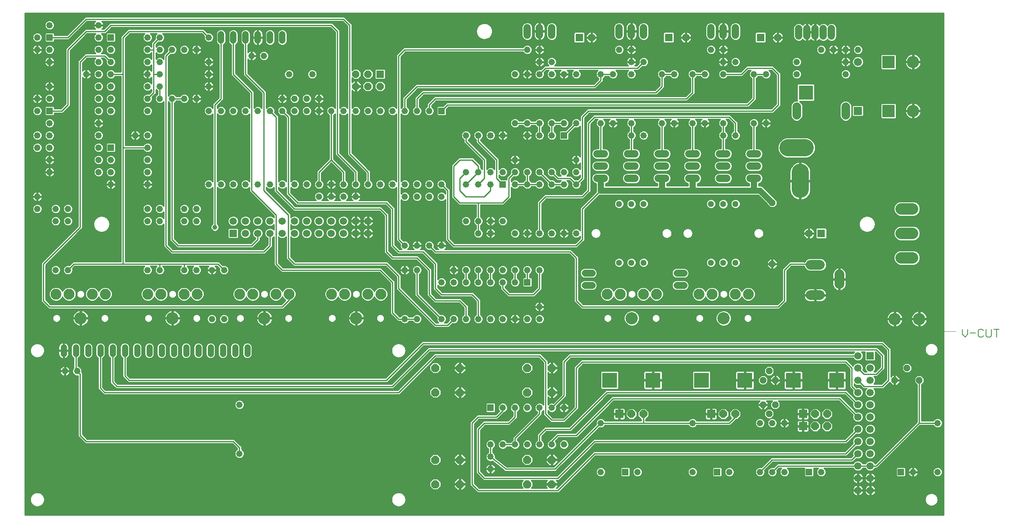
<source format=gtl>
G75*
%MOIN*%
%OFA0B0*%
%FSLAX24Y24*%
%IPPOS*%
%LPD*%
%AMOC8*
5,1,8,0,0,1.08239X$1,22.5*
%
%ADD10C,0.0000*%
%ADD11C,0.0060*%
%ADD12C,0.0520*%
%ADD13R,0.1000X0.1000*%
%ADD14C,0.1000*%
%ADD15C,0.0660*%
%ADD16R,0.0660X0.0660*%
%ADD17R,0.0520X0.0520*%
%ADD18C,0.1400*%
%ADD19C,0.0050*%
%ADD20C,0.0787*%
%ADD21C,0.0600*%
%ADD22OC8,0.0520*%
%ADD23C,0.0515*%
%ADD24C,0.0886*%
%ADD25C,0.0945*%
%ADD26R,0.0650X0.0650*%
%ADD27OC8,0.0650*%
%ADD28R,0.1227X0.1227*%
%ADD29OC8,0.0660*%
%ADD30C,0.0630*%
%ADD31R,0.0630X0.0630*%
%ADD32C,0.0512*%
%ADD33C,0.0560*%
%ADD34C,0.0700*%
%ADD35R,0.0594X0.0594*%
%ADD36C,0.0594*%
%ADD37C,0.0520*%
%ADD38OC8,0.0594*%
%ADD39C,0.0100*%
%ADD40C,0.0475*%
%ADD41C,0.1181*%
%ADD42C,0.0500*%
%ADD43R,0.1181X0.1181*%
%ADD44C,0.0396*%
D10*
X000500Y000250D02*
X000500Y015250D01*
X076500Y015250D01*
X074008Y013750D02*
X074010Y013794D01*
X074016Y013838D01*
X074026Y013881D01*
X074039Y013923D01*
X074057Y013963D01*
X074078Y014002D01*
X074102Y014039D01*
X074129Y014074D01*
X074160Y014106D01*
X074193Y014135D01*
X074229Y014161D01*
X074267Y014183D01*
X074307Y014202D01*
X074348Y014218D01*
X074391Y014230D01*
X074434Y014238D01*
X074478Y014242D01*
X074522Y014242D01*
X074566Y014238D01*
X074609Y014230D01*
X074652Y014218D01*
X074693Y014202D01*
X074733Y014183D01*
X074771Y014161D01*
X074807Y014135D01*
X074840Y014106D01*
X074871Y014074D01*
X074898Y014039D01*
X074922Y014002D01*
X074943Y013963D01*
X074961Y013923D01*
X074974Y013881D01*
X074984Y013838D01*
X074990Y013794D01*
X074992Y013750D01*
X074990Y013706D01*
X074984Y013662D01*
X074974Y013619D01*
X074961Y013577D01*
X074943Y013537D01*
X074922Y013498D01*
X074898Y013461D01*
X074871Y013426D01*
X074840Y013394D01*
X074807Y013365D01*
X074771Y013339D01*
X074733Y013317D01*
X074693Y013298D01*
X074652Y013282D01*
X074609Y013270D01*
X074566Y013262D01*
X074522Y013258D01*
X074478Y013258D01*
X074434Y013262D01*
X074391Y013270D01*
X074348Y013282D01*
X074307Y013298D01*
X074267Y013317D01*
X074229Y013339D01*
X074193Y013365D01*
X074160Y013394D01*
X074129Y013426D01*
X074102Y013461D01*
X074078Y013498D01*
X074057Y013537D01*
X074039Y013577D01*
X074026Y013619D01*
X074016Y013662D01*
X074010Y013706D01*
X074008Y013750D01*
X059213Y016313D02*
X059215Y016347D01*
X059221Y016381D01*
X059231Y016414D01*
X059244Y016445D01*
X059262Y016475D01*
X059282Y016503D01*
X059306Y016528D01*
X059332Y016550D01*
X059360Y016568D01*
X059391Y016584D01*
X059423Y016596D01*
X059457Y016604D01*
X059491Y016608D01*
X059525Y016608D01*
X059559Y016604D01*
X059593Y016596D01*
X059625Y016584D01*
X059655Y016568D01*
X059684Y016550D01*
X059710Y016528D01*
X059734Y016503D01*
X059754Y016475D01*
X059772Y016445D01*
X059785Y016414D01*
X059795Y016381D01*
X059801Y016347D01*
X059803Y016313D01*
X059801Y016279D01*
X059795Y016245D01*
X059785Y016212D01*
X059772Y016181D01*
X059754Y016151D01*
X059734Y016123D01*
X059710Y016098D01*
X059684Y016076D01*
X059656Y016058D01*
X059625Y016042D01*
X059593Y016030D01*
X059559Y016022D01*
X059525Y016018D01*
X059491Y016018D01*
X059457Y016022D01*
X059423Y016030D01*
X059391Y016042D01*
X059360Y016058D01*
X059332Y016076D01*
X059306Y016098D01*
X059282Y016123D01*
X059262Y016151D01*
X059244Y016181D01*
X059231Y016212D01*
X059221Y016245D01*
X059215Y016279D01*
X059213Y016313D01*
X055276Y016313D02*
X055278Y016347D01*
X055284Y016381D01*
X055294Y016414D01*
X055307Y016445D01*
X055325Y016475D01*
X055345Y016503D01*
X055369Y016528D01*
X055395Y016550D01*
X055423Y016568D01*
X055454Y016584D01*
X055486Y016596D01*
X055520Y016604D01*
X055554Y016608D01*
X055588Y016608D01*
X055622Y016604D01*
X055656Y016596D01*
X055688Y016584D01*
X055718Y016568D01*
X055747Y016550D01*
X055773Y016528D01*
X055797Y016503D01*
X055817Y016475D01*
X055835Y016445D01*
X055848Y016414D01*
X055858Y016381D01*
X055864Y016347D01*
X055866Y016313D01*
X055864Y016279D01*
X055858Y016245D01*
X055848Y016212D01*
X055835Y016181D01*
X055817Y016151D01*
X055797Y016123D01*
X055773Y016098D01*
X055747Y016076D01*
X055719Y016058D01*
X055688Y016042D01*
X055656Y016030D01*
X055622Y016022D01*
X055588Y016018D01*
X055554Y016018D01*
X055520Y016022D01*
X055486Y016030D01*
X055454Y016042D01*
X055423Y016058D01*
X055395Y016076D01*
X055369Y016098D01*
X055345Y016123D01*
X055325Y016151D01*
X055307Y016181D01*
X055294Y016212D01*
X055284Y016245D01*
X055278Y016279D01*
X055276Y016313D01*
X051713Y016313D02*
X051715Y016347D01*
X051721Y016381D01*
X051731Y016414D01*
X051744Y016445D01*
X051762Y016475D01*
X051782Y016503D01*
X051806Y016528D01*
X051832Y016550D01*
X051860Y016568D01*
X051891Y016584D01*
X051923Y016596D01*
X051957Y016604D01*
X051991Y016608D01*
X052025Y016608D01*
X052059Y016604D01*
X052093Y016596D01*
X052125Y016584D01*
X052155Y016568D01*
X052184Y016550D01*
X052210Y016528D01*
X052234Y016503D01*
X052254Y016475D01*
X052272Y016445D01*
X052285Y016414D01*
X052295Y016381D01*
X052301Y016347D01*
X052303Y016313D01*
X052301Y016279D01*
X052295Y016245D01*
X052285Y016212D01*
X052272Y016181D01*
X052254Y016151D01*
X052234Y016123D01*
X052210Y016098D01*
X052184Y016076D01*
X052156Y016058D01*
X052125Y016042D01*
X052093Y016030D01*
X052059Y016022D01*
X052025Y016018D01*
X051991Y016018D01*
X051957Y016022D01*
X051923Y016030D01*
X051891Y016042D01*
X051860Y016058D01*
X051832Y016076D01*
X051806Y016098D01*
X051782Y016123D01*
X051762Y016151D01*
X051744Y016181D01*
X051731Y016212D01*
X051721Y016245D01*
X051715Y016279D01*
X051713Y016313D01*
X049744Y018281D02*
X049746Y018315D01*
X049752Y018349D01*
X049762Y018382D01*
X049775Y018413D01*
X049793Y018443D01*
X049813Y018471D01*
X049837Y018496D01*
X049863Y018518D01*
X049891Y018536D01*
X049922Y018552D01*
X049954Y018564D01*
X049988Y018572D01*
X050022Y018576D01*
X050056Y018576D01*
X050090Y018572D01*
X050124Y018564D01*
X050156Y018552D01*
X050186Y018536D01*
X050215Y018518D01*
X050241Y018496D01*
X050265Y018471D01*
X050285Y018443D01*
X050303Y018413D01*
X050316Y018382D01*
X050326Y018349D01*
X050332Y018315D01*
X050334Y018281D01*
X050332Y018247D01*
X050326Y018213D01*
X050316Y018180D01*
X050303Y018149D01*
X050285Y018119D01*
X050265Y018091D01*
X050241Y018066D01*
X050215Y018044D01*
X050187Y018026D01*
X050156Y018010D01*
X050124Y017998D01*
X050090Y017990D01*
X050056Y017986D01*
X050022Y017986D01*
X049988Y017990D01*
X049954Y017998D01*
X049922Y018010D01*
X049891Y018026D01*
X049863Y018044D01*
X049837Y018066D01*
X049813Y018091D01*
X049793Y018119D01*
X049775Y018149D01*
X049762Y018180D01*
X049752Y018213D01*
X049746Y018247D01*
X049744Y018281D01*
X047776Y016313D02*
X047778Y016347D01*
X047784Y016381D01*
X047794Y016414D01*
X047807Y016445D01*
X047825Y016475D01*
X047845Y016503D01*
X047869Y016528D01*
X047895Y016550D01*
X047923Y016568D01*
X047954Y016584D01*
X047986Y016596D01*
X048020Y016604D01*
X048054Y016608D01*
X048088Y016608D01*
X048122Y016604D01*
X048156Y016596D01*
X048188Y016584D01*
X048218Y016568D01*
X048247Y016550D01*
X048273Y016528D01*
X048297Y016503D01*
X048317Y016475D01*
X048335Y016445D01*
X048348Y016414D01*
X048358Y016381D01*
X048364Y016347D01*
X048366Y016313D01*
X048364Y016279D01*
X048358Y016245D01*
X048348Y016212D01*
X048335Y016181D01*
X048317Y016151D01*
X048297Y016123D01*
X048273Y016098D01*
X048247Y016076D01*
X048219Y016058D01*
X048188Y016042D01*
X048156Y016030D01*
X048122Y016022D01*
X048088Y016018D01*
X048054Y016018D01*
X048020Y016022D01*
X047986Y016030D01*
X047954Y016042D01*
X047923Y016058D01*
X047895Y016076D01*
X047869Y016098D01*
X047845Y016123D01*
X047825Y016151D01*
X047807Y016181D01*
X047794Y016212D01*
X047784Y016245D01*
X047778Y016279D01*
X047776Y016313D01*
X057244Y018281D02*
X057246Y018315D01*
X057252Y018349D01*
X057262Y018382D01*
X057275Y018413D01*
X057293Y018443D01*
X057313Y018471D01*
X057337Y018496D01*
X057363Y018518D01*
X057391Y018536D01*
X057422Y018552D01*
X057454Y018564D01*
X057488Y018572D01*
X057522Y018576D01*
X057556Y018576D01*
X057590Y018572D01*
X057624Y018564D01*
X057656Y018552D01*
X057686Y018536D01*
X057715Y018518D01*
X057741Y018496D01*
X057765Y018471D01*
X057785Y018443D01*
X057803Y018413D01*
X057816Y018382D01*
X057826Y018349D01*
X057832Y018315D01*
X057834Y018281D01*
X057832Y018247D01*
X057826Y018213D01*
X057816Y018180D01*
X057803Y018149D01*
X057785Y018119D01*
X057765Y018091D01*
X057741Y018066D01*
X057715Y018044D01*
X057687Y018026D01*
X057656Y018010D01*
X057624Y017998D01*
X057590Y017990D01*
X057556Y017986D01*
X057522Y017986D01*
X057488Y017990D01*
X057454Y017998D01*
X057422Y018010D01*
X057391Y018026D01*
X057363Y018044D01*
X057337Y018066D01*
X057313Y018091D01*
X057293Y018119D01*
X057275Y018149D01*
X057262Y018180D01*
X057252Y018213D01*
X057246Y018247D01*
X057244Y018281D01*
X054231Y023250D02*
X054233Y023288D01*
X054239Y023327D01*
X054249Y023364D01*
X054262Y023400D01*
X054280Y023434D01*
X054300Y023467D01*
X054324Y023497D01*
X054351Y023524D01*
X054381Y023549D01*
X054412Y023571D01*
X054446Y023589D01*
X054482Y023603D01*
X054519Y023614D01*
X054557Y023621D01*
X054595Y023624D01*
X054634Y023623D01*
X054672Y023618D01*
X054710Y023609D01*
X054746Y023596D01*
X054781Y023580D01*
X054814Y023560D01*
X054845Y023537D01*
X054873Y023511D01*
X054898Y023482D01*
X054921Y023451D01*
X054940Y023417D01*
X054955Y023382D01*
X054967Y023345D01*
X054975Y023308D01*
X054979Y023269D01*
X054979Y023231D01*
X054975Y023192D01*
X054967Y023155D01*
X054955Y023118D01*
X054940Y023083D01*
X054921Y023049D01*
X054898Y023018D01*
X054873Y022989D01*
X054845Y022963D01*
X054814Y022940D01*
X054781Y022920D01*
X054746Y022904D01*
X054710Y022891D01*
X054672Y022882D01*
X054634Y022877D01*
X054595Y022876D01*
X054557Y022879D01*
X054519Y022886D01*
X054482Y022897D01*
X054446Y022911D01*
X054412Y022929D01*
X054381Y022951D01*
X054351Y022976D01*
X054324Y023003D01*
X054300Y023033D01*
X054280Y023066D01*
X054262Y023100D01*
X054249Y023136D01*
X054239Y023173D01*
X054233Y023212D01*
X054231Y023250D01*
X052521Y023250D02*
X052523Y023288D01*
X052529Y023327D01*
X052539Y023364D01*
X052552Y023400D01*
X052570Y023434D01*
X052590Y023467D01*
X052614Y023497D01*
X052641Y023524D01*
X052671Y023549D01*
X052702Y023571D01*
X052736Y023589D01*
X052772Y023603D01*
X052809Y023614D01*
X052847Y023621D01*
X052885Y023624D01*
X052924Y023623D01*
X052962Y023618D01*
X053000Y023609D01*
X053036Y023596D01*
X053071Y023580D01*
X053104Y023560D01*
X053135Y023537D01*
X053163Y023511D01*
X053188Y023482D01*
X053211Y023451D01*
X053230Y023417D01*
X053245Y023382D01*
X053257Y023345D01*
X053265Y023308D01*
X053269Y023269D01*
X053269Y023231D01*
X053265Y023192D01*
X053257Y023155D01*
X053245Y023118D01*
X053230Y023083D01*
X053211Y023049D01*
X053188Y023018D01*
X053163Y022989D01*
X053135Y022963D01*
X053104Y022940D01*
X053071Y022920D01*
X053036Y022904D01*
X053000Y022891D01*
X052962Y022882D01*
X052924Y022877D01*
X052885Y022876D01*
X052847Y022879D01*
X052809Y022886D01*
X052772Y022897D01*
X052736Y022911D01*
X052702Y022929D01*
X052671Y022951D01*
X052641Y022976D01*
X052614Y023003D01*
X052590Y023033D01*
X052570Y023066D01*
X052552Y023100D01*
X052539Y023136D01*
X052529Y023173D01*
X052523Y023212D01*
X052521Y023250D01*
X046731Y023250D02*
X046733Y023288D01*
X046739Y023327D01*
X046749Y023364D01*
X046762Y023400D01*
X046780Y023434D01*
X046800Y023467D01*
X046824Y023497D01*
X046851Y023524D01*
X046881Y023549D01*
X046912Y023571D01*
X046946Y023589D01*
X046982Y023603D01*
X047019Y023614D01*
X047057Y023621D01*
X047095Y023624D01*
X047134Y023623D01*
X047172Y023618D01*
X047210Y023609D01*
X047246Y023596D01*
X047281Y023580D01*
X047314Y023560D01*
X047345Y023537D01*
X047373Y023511D01*
X047398Y023482D01*
X047421Y023451D01*
X047440Y023417D01*
X047455Y023382D01*
X047467Y023345D01*
X047475Y023308D01*
X047479Y023269D01*
X047479Y023231D01*
X047475Y023192D01*
X047467Y023155D01*
X047455Y023118D01*
X047440Y023083D01*
X047421Y023049D01*
X047398Y023018D01*
X047373Y022989D01*
X047345Y022963D01*
X047314Y022940D01*
X047281Y022920D01*
X047246Y022904D01*
X047210Y022891D01*
X047172Y022882D01*
X047134Y022877D01*
X047095Y022876D01*
X047057Y022879D01*
X047019Y022886D01*
X046982Y022897D01*
X046946Y022911D01*
X046912Y022929D01*
X046881Y022951D01*
X046851Y022976D01*
X046824Y023003D01*
X046800Y023033D01*
X046780Y023066D01*
X046762Y023100D01*
X046749Y023136D01*
X046739Y023173D01*
X046733Y023212D01*
X046731Y023250D01*
X060021Y023250D02*
X060023Y023288D01*
X060029Y023327D01*
X060039Y023364D01*
X060052Y023400D01*
X060070Y023434D01*
X060090Y023467D01*
X060114Y023497D01*
X060141Y023524D01*
X060171Y023549D01*
X060202Y023571D01*
X060236Y023589D01*
X060272Y023603D01*
X060309Y023614D01*
X060347Y023621D01*
X060385Y023624D01*
X060424Y023623D01*
X060462Y023618D01*
X060500Y023609D01*
X060536Y023596D01*
X060571Y023580D01*
X060604Y023560D01*
X060635Y023537D01*
X060663Y023511D01*
X060688Y023482D01*
X060711Y023451D01*
X060730Y023417D01*
X060745Y023382D01*
X060757Y023345D01*
X060765Y023308D01*
X060769Y023269D01*
X060769Y023231D01*
X060765Y023192D01*
X060757Y023155D01*
X060745Y023118D01*
X060730Y023083D01*
X060711Y023049D01*
X060688Y023018D01*
X060663Y022989D01*
X060635Y022963D01*
X060604Y022940D01*
X060571Y022920D01*
X060536Y022904D01*
X060500Y022891D01*
X060462Y022882D01*
X060424Y022877D01*
X060385Y022876D01*
X060347Y022879D01*
X060309Y022886D01*
X060272Y022897D01*
X060236Y022911D01*
X060202Y022929D01*
X060171Y022951D01*
X060141Y022976D01*
X060114Y023003D01*
X060090Y023033D01*
X060070Y023066D01*
X060052Y023100D01*
X060039Y023136D01*
X060029Y023173D01*
X060023Y023212D01*
X060021Y023250D01*
X068620Y024000D02*
X068622Y024050D01*
X068628Y024100D01*
X068638Y024149D01*
X068652Y024197D01*
X068669Y024244D01*
X068690Y024289D01*
X068715Y024333D01*
X068743Y024374D01*
X068775Y024413D01*
X068809Y024450D01*
X068846Y024484D01*
X068886Y024514D01*
X068928Y024541D01*
X068972Y024565D01*
X069018Y024586D01*
X069065Y024602D01*
X069113Y024615D01*
X069163Y024624D01*
X069212Y024629D01*
X069263Y024630D01*
X069313Y024627D01*
X069362Y024620D01*
X069411Y024609D01*
X069459Y024594D01*
X069505Y024576D01*
X069550Y024554D01*
X069593Y024528D01*
X069634Y024499D01*
X069673Y024467D01*
X069709Y024432D01*
X069741Y024394D01*
X069771Y024354D01*
X069798Y024311D01*
X069821Y024267D01*
X069840Y024221D01*
X069856Y024173D01*
X069868Y024124D01*
X069876Y024075D01*
X069880Y024025D01*
X069880Y023975D01*
X069876Y023925D01*
X069868Y023876D01*
X069856Y023827D01*
X069840Y023779D01*
X069821Y023733D01*
X069798Y023689D01*
X069771Y023646D01*
X069741Y023606D01*
X069709Y023568D01*
X069673Y023533D01*
X069634Y023501D01*
X069593Y023472D01*
X069550Y023446D01*
X069505Y023424D01*
X069459Y023406D01*
X069411Y023391D01*
X069362Y023380D01*
X069313Y023373D01*
X069263Y023370D01*
X069212Y023371D01*
X069163Y023376D01*
X069113Y023385D01*
X069065Y023398D01*
X069018Y023414D01*
X068972Y023435D01*
X068928Y023459D01*
X068886Y023486D01*
X068846Y023516D01*
X068809Y023550D01*
X068775Y023587D01*
X068743Y023626D01*
X068715Y023667D01*
X068690Y023711D01*
X068669Y023756D01*
X068652Y023803D01*
X068638Y023851D01*
X068628Y023900D01*
X068622Y023950D01*
X068620Y024000D01*
X037370Y039750D02*
X037372Y039800D01*
X037378Y039850D01*
X037388Y039899D01*
X037402Y039947D01*
X037419Y039994D01*
X037440Y040039D01*
X037465Y040083D01*
X037493Y040124D01*
X037525Y040163D01*
X037559Y040200D01*
X037596Y040234D01*
X037636Y040264D01*
X037678Y040291D01*
X037722Y040315D01*
X037768Y040336D01*
X037815Y040352D01*
X037863Y040365D01*
X037913Y040374D01*
X037962Y040379D01*
X038013Y040380D01*
X038063Y040377D01*
X038112Y040370D01*
X038161Y040359D01*
X038209Y040344D01*
X038255Y040326D01*
X038300Y040304D01*
X038343Y040278D01*
X038384Y040249D01*
X038423Y040217D01*
X038459Y040182D01*
X038491Y040144D01*
X038521Y040104D01*
X038548Y040061D01*
X038571Y040017D01*
X038590Y039971D01*
X038606Y039923D01*
X038618Y039874D01*
X038626Y039825D01*
X038630Y039775D01*
X038630Y039725D01*
X038626Y039675D01*
X038618Y039626D01*
X038606Y039577D01*
X038590Y039529D01*
X038571Y039483D01*
X038548Y039439D01*
X038521Y039396D01*
X038491Y039356D01*
X038459Y039318D01*
X038423Y039283D01*
X038384Y039251D01*
X038343Y039222D01*
X038300Y039196D01*
X038255Y039174D01*
X038209Y039156D01*
X038161Y039141D01*
X038112Y039130D01*
X038063Y039123D01*
X038013Y039120D01*
X037962Y039121D01*
X037913Y039126D01*
X037863Y039135D01*
X037815Y039148D01*
X037768Y039164D01*
X037722Y039185D01*
X037678Y039209D01*
X037636Y039236D01*
X037596Y039266D01*
X037559Y039300D01*
X037525Y039337D01*
X037493Y039376D01*
X037465Y039417D01*
X037440Y039461D01*
X037419Y039506D01*
X037402Y039553D01*
X037388Y039601D01*
X037378Y039650D01*
X037372Y039700D01*
X037370Y039750D01*
X006120Y024000D02*
X006122Y024050D01*
X006128Y024100D01*
X006138Y024149D01*
X006152Y024197D01*
X006169Y024244D01*
X006190Y024289D01*
X006215Y024333D01*
X006243Y024374D01*
X006275Y024413D01*
X006309Y024450D01*
X006346Y024484D01*
X006386Y024514D01*
X006428Y024541D01*
X006472Y024565D01*
X006518Y024586D01*
X006565Y024602D01*
X006613Y024615D01*
X006663Y024624D01*
X006712Y024629D01*
X006763Y024630D01*
X006813Y024627D01*
X006862Y024620D01*
X006911Y024609D01*
X006959Y024594D01*
X007005Y024576D01*
X007050Y024554D01*
X007093Y024528D01*
X007134Y024499D01*
X007173Y024467D01*
X007209Y024432D01*
X007241Y024394D01*
X007271Y024354D01*
X007298Y024311D01*
X007321Y024267D01*
X007340Y024221D01*
X007356Y024173D01*
X007368Y024124D01*
X007376Y024075D01*
X007380Y024025D01*
X007380Y023975D01*
X007376Y023925D01*
X007368Y023876D01*
X007356Y023827D01*
X007340Y023779D01*
X007321Y023733D01*
X007298Y023689D01*
X007271Y023646D01*
X007241Y023606D01*
X007209Y023568D01*
X007173Y023533D01*
X007134Y023501D01*
X007093Y023472D01*
X007050Y023446D01*
X007005Y023424D01*
X006959Y023406D01*
X006911Y023391D01*
X006862Y023380D01*
X006813Y023373D01*
X006763Y023370D01*
X006712Y023371D01*
X006663Y023376D01*
X006613Y023385D01*
X006565Y023398D01*
X006518Y023414D01*
X006472Y023435D01*
X006428Y023459D01*
X006386Y023486D01*
X006346Y023516D01*
X006309Y023550D01*
X006275Y023587D01*
X006243Y023626D01*
X006215Y023667D01*
X006190Y023711D01*
X006169Y023756D01*
X006152Y023803D01*
X006138Y023851D01*
X006128Y023900D01*
X006122Y023950D01*
X006120Y024000D01*
X004744Y018281D02*
X004746Y018315D01*
X004752Y018349D01*
X004762Y018382D01*
X004775Y018413D01*
X004793Y018443D01*
X004813Y018471D01*
X004837Y018496D01*
X004863Y018518D01*
X004891Y018536D01*
X004922Y018552D01*
X004954Y018564D01*
X004988Y018572D01*
X005022Y018576D01*
X005056Y018576D01*
X005090Y018572D01*
X005124Y018564D01*
X005156Y018552D01*
X005186Y018536D01*
X005215Y018518D01*
X005241Y018496D01*
X005265Y018471D01*
X005285Y018443D01*
X005303Y018413D01*
X005316Y018382D01*
X005326Y018349D01*
X005332Y018315D01*
X005334Y018281D01*
X005332Y018247D01*
X005326Y018213D01*
X005316Y018180D01*
X005303Y018149D01*
X005285Y018119D01*
X005265Y018091D01*
X005241Y018066D01*
X005215Y018044D01*
X005187Y018026D01*
X005156Y018010D01*
X005124Y017998D01*
X005090Y017990D01*
X005056Y017986D01*
X005022Y017986D01*
X004988Y017990D01*
X004954Y017998D01*
X004922Y018010D01*
X004891Y018026D01*
X004863Y018044D01*
X004837Y018066D01*
X004813Y018091D01*
X004793Y018119D01*
X004775Y018149D01*
X004762Y018180D01*
X004752Y018213D01*
X004746Y018247D01*
X004744Y018281D01*
X002776Y016313D02*
X002778Y016347D01*
X002784Y016381D01*
X002794Y016414D01*
X002807Y016445D01*
X002825Y016475D01*
X002845Y016503D01*
X002869Y016528D01*
X002895Y016550D01*
X002923Y016568D01*
X002954Y016584D01*
X002986Y016596D01*
X003020Y016604D01*
X003054Y016608D01*
X003088Y016608D01*
X003122Y016604D01*
X003156Y016596D01*
X003188Y016584D01*
X003218Y016568D01*
X003247Y016550D01*
X003273Y016528D01*
X003297Y016503D01*
X003317Y016475D01*
X003335Y016445D01*
X003348Y016414D01*
X003358Y016381D01*
X003364Y016347D01*
X003366Y016313D01*
X003364Y016279D01*
X003358Y016245D01*
X003348Y016212D01*
X003335Y016181D01*
X003317Y016151D01*
X003297Y016123D01*
X003273Y016098D01*
X003247Y016076D01*
X003219Y016058D01*
X003188Y016042D01*
X003156Y016030D01*
X003122Y016022D01*
X003088Y016018D01*
X003054Y016018D01*
X003020Y016022D01*
X002986Y016030D01*
X002954Y016042D01*
X002923Y016058D01*
X002895Y016076D01*
X002869Y016098D01*
X002845Y016123D01*
X002825Y016151D01*
X002807Y016181D01*
X002794Y016212D01*
X002784Y016245D01*
X002778Y016279D01*
X002776Y016313D01*
X000500Y015250D02*
X000500Y041250D01*
X075500Y041250D01*
X075492Y000250D01*
X000500Y000250D01*
X000949Y001500D02*
X000951Y001547D01*
X000957Y001593D01*
X000967Y001639D01*
X000980Y001684D01*
X000998Y001727D01*
X001019Y001769D01*
X001043Y001809D01*
X001071Y001846D01*
X001102Y001881D01*
X001136Y001914D01*
X001172Y001943D01*
X001211Y001969D01*
X001252Y001992D01*
X001295Y002011D01*
X001339Y002027D01*
X001384Y002039D01*
X001430Y002047D01*
X001477Y002051D01*
X001523Y002051D01*
X001570Y002047D01*
X001616Y002039D01*
X001661Y002027D01*
X001705Y002011D01*
X001748Y001992D01*
X001789Y001969D01*
X001828Y001943D01*
X001864Y001914D01*
X001898Y001881D01*
X001929Y001846D01*
X001957Y001809D01*
X001981Y001769D01*
X002002Y001727D01*
X002020Y001684D01*
X002033Y001639D01*
X002043Y001593D01*
X002049Y001547D01*
X002051Y001500D01*
X002049Y001453D01*
X002043Y001407D01*
X002033Y001361D01*
X002020Y001316D01*
X002002Y001273D01*
X001981Y001231D01*
X001957Y001191D01*
X001929Y001154D01*
X001898Y001119D01*
X001864Y001086D01*
X001828Y001057D01*
X001789Y001031D01*
X001748Y001008D01*
X001705Y000989D01*
X001661Y000973D01*
X001616Y000961D01*
X001570Y000953D01*
X001523Y000949D01*
X001477Y000949D01*
X001430Y000953D01*
X001384Y000961D01*
X001339Y000973D01*
X001295Y000989D01*
X001252Y001008D01*
X001211Y001031D01*
X001172Y001057D01*
X001136Y001086D01*
X001102Y001119D01*
X001071Y001154D01*
X001043Y001191D01*
X001019Y001231D01*
X000998Y001273D01*
X000980Y001316D01*
X000967Y001361D01*
X000957Y001407D01*
X000951Y001453D01*
X000949Y001500D01*
X000949Y013673D02*
X000951Y013720D01*
X000957Y013766D01*
X000967Y013812D01*
X000980Y013857D01*
X000998Y013900D01*
X001019Y013942D01*
X001043Y013982D01*
X001071Y014019D01*
X001102Y014054D01*
X001136Y014087D01*
X001172Y014116D01*
X001211Y014142D01*
X001252Y014165D01*
X001295Y014184D01*
X001339Y014200D01*
X001384Y014212D01*
X001430Y014220D01*
X001477Y014224D01*
X001523Y014224D01*
X001570Y014220D01*
X001616Y014212D01*
X001661Y014200D01*
X001705Y014184D01*
X001748Y014165D01*
X001789Y014142D01*
X001828Y014116D01*
X001864Y014087D01*
X001898Y014054D01*
X001929Y014019D01*
X001957Y013982D01*
X001981Y013942D01*
X002002Y013900D01*
X002020Y013857D01*
X002033Y013812D01*
X002043Y013766D01*
X002049Y013720D01*
X002051Y013673D01*
X002049Y013626D01*
X002043Y013580D01*
X002033Y013534D01*
X002020Y013489D01*
X002002Y013446D01*
X001981Y013404D01*
X001957Y013364D01*
X001929Y013327D01*
X001898Y013292D01*
X001864Y013259D01*
X001828Y013230D01*
X001789Y013204D01*
X001748Y013181D01*
X001705Y013162D01*
X001661Y013146D01*
X001616Y013134D01*
X001570Y013126D01*
X001523Y013122D01*
X001477Y013122D01*
X001430Y013126D01*
X001384Y013134D01*
X001339Y013146D01*
X001295Y013162D01*
X001252Y013181D01*
X001211Y013204D01*
X001172Y013230D01*
X001136Y013259D01*
X001102Y013292D01*
X001071Y013327D01*
X001043Y013364D01*
X001019Y013404D01*
X000998Y013446D01*
X000980Y013489D01*
X000967Y013534D01*
X000957Y013580D01*
X000951Y013626D01*
X000949Y013673D01*
X006713Y016313D02*
X006715Y016347D01*
X006721Y016381D01*
X006731Y016414D01*
X006744Y016445D01*
X006762Y016475D01*
X006782Y016503D01*
X006806Y016528D01*
X006832Y016550D01*
X006860Y016568D01*
X006891Y016584D01*
X006923Y016596D01*
X006957Y016604D01*
X006991Y016608D01*
X007025Y016608D01*
X007059Y016604D01*
X007093Y016596D01*
X007125Y016584D01*
X007155Y016568D01*
X007184Y016550D01*
X007210Y016528D01*
X007234Y016503D01*
X007254Y016475D01*
X007272Y016445D01*
X007285Y016414D01*
X007295Y016381D01*
X007301Y016347D01*
X007303Y016313D01*
X007301Y016279D01*
X007295Y016245D01*
X007285Y016212D01*
X007272Y016181D01*
X007254Y016151D01*
X007234Y016123D01*
X007210Y016098D01*
X007184Y016076D01*
X007156Y016058D01*
X007125Y016042D01*
X007093Y016030D01*
X007059Y016022D01*
X007025Y016018D01*
X006991Y016018D01*
X006957Y016022D01*
X006923Y016030D01*
X006891Y016042D01*
X006860Y016058D01*
X006832Y016076D01*
X006806Y016098D01*
X006782Y016123D01*
X006762Y016151D01*
X006744Y016181D01*
X006731Y016212D01*
X006721Y016245D01*
X006715Y016279D01*
X006713Y016313D01*
X010276Y016313D02*
X010278Y016347D01*
X010284Y016381D01*
X010294Y016414D01*
X010307Y016445D01*
X010325Y016475D01*
X010345Y016503D01*
X010369Y016528D01*
X010395Y016550D01*
X010423Y016568D01*
X010454Y016584D01*
X010486Y016596D01*
X010520Y016604D01*
X010554Y016608D01*
X010588Y016608D01*
X010622Y016604D01*
X010656Y016596D01*
X010688Y016584D01*
X010718Y016568D01*
X010747Y016550D01*
X010773Y016528D01*
X010797Y016503D01*
X010817Y016475D01*
X010835Y016445D01*
X010848Y016414D01*
X010858Y016381D01*
X010864Y016347D01*
X010866Y016313D01*
X010864Y016279D01*
X010858Y016245D01*
X010848Y016212D01*
X010835Y016181D01*
X010817Y016151D01*
X010797Y016123D01*
X010773Y016098D01*
X010747Y016076D01*
X010719Y016058D01*
X010688Y016042D01*
X010656Y016030D01*
X010622Y016022D01*
X010588Y016018D01*
X010554Y016018D01*
X010520Y016022D01*
X010486Y016030D01*
X010454Y016042D01*
X010423Y016058D01*
X010395Y016076D01*
X010369Y016098D01*
X010345Y016123D01*
X010325Y016151D01*
X010307Y016181D01*
X010294Y016212D01*
X010284Y016245D01*
X010278Y016279D01*
X010276Y016313D01*
X012244Y018281D02*
X012246Y018315D01*
X012252Y018349D01*
X012262Y018382D01*
X012275Y018413D01*
X012293Y018443D01*
X012313Y018471D01*
X012337Y018496D01*
X012363Y018518D01*
X012391Y018536D01*
X012422Y018552D01*
X012454Y018564D01*
X012488Y018572D01*
X012522Y018576D01*
X012556Y018576D01*
X012590Y018572D01*
X012624Y018564D01*
X012656Y018552D01*
X012686Y018536D01*
X012715Y018518D01*
X012741Y018496D01*
X012765Y018471D01*
X012785Y018443D01*
X012803Y018413D01*
X012816Y018382D01*
X012826Y018349D01*
X012832Y018315D01*
X012834Y018281D01*
X012832Y018247D01*
X012826Y018213D01*
X012816Y018180D01*
X012803Y018149D01*
X012785Y018119D01*
X012765Y018091D01*
X012741Y018066D01*
X012715Y018044D01*
X012687Y018026D01*
X012656Y018010D01*
X012624Y017998D01*
X012590Y017990D01*
X012556Y017986D01*
X012522Y017986D01*
X012488Y017990D01*
X012454Y017998D01*
X012422Y018010D01*
X012391Y018026D01*
X012363Y018044D01*
X012337Y018066D01*
X012313Y018091D01*
X012293Y018119D01*
X012275Y018149D01*
X012262Y018180D01*
X012252Y018213D01*
X012246Y018247D01*
X012244Y018281D01*
X014213Y016313D02*
X014215Y016347D01*
X014221Y016381D01*
X014231Y016414D01*
X014244Y016445D01*
X014262Y016475D01*
X014282Y016503D01*
X014306Y016528D01*
X014332Y016550D01*
X014360Y016568D01*
X014391Y016584D01*
X014423Y016596D01*
X014457Y016604D01*
X014491Y016608D01*
X014525Y016608D01*
X014559Y016604D01*
X014593Y016596D01*
X014625Y016584D01*
X014655Y016568D01*
X014684Y016550D01*
X014710Y016528D01*
X014734Y016503D01*
X014754Y016475D01*
X014772Y016445D01*
X014785Y016414D01*
X014795Y016381D01*
X014801Y016347D01*
X014803Y016313D01*
X014801Y016279D01*
X014795Y016245D01*
X014785Y016212D01*
X014772Y016181D01*
X014754Y016151D01*
X014734Y016123D01*
X014710Y016098D01*
X014684Y016076D01*
X014656Y016058D01*
X014625Y016042D01*
X014593Y016030D01*
X014559Y016022D01*
X014525Y016018D01*
X014491Y016018D01*
X014457Y016022D01*
X014423Y016030D01*
X014391Y016042D01*
X014360Y016058D01*
X014332Y016076D01*
X014306Y016098D01*
X014282Y016123D01*
X014262Y016151D01*
X014244Y016181D01*
X014231Y016212D01*
X014221Y016245D01*
X014215Y016279D01*
X014213Y016313D01*
X017776Y016313D02*
X017778Y016347D01*
X017784Y016381D01*
X017794Y016414D01*
X017807Y016445D01*
X017825Y016475D01*
X017845Y016503D01*
X017869Y016528D01*
X017895Y016550D01*
X017923Y016568D01*
X017954Y016584D01*
X017986Y016596D01*
X018020Y016604D01*
X018054Y016608D01*
X018088Y016608D01*
X018122Y016604D01*
X018156Y016596D01*
X018188Y016584D01*
X018218Y016568D01*
X018247Y016550D01*
X018273Y016528D01*
X018297Y016503D01*
X018317Y016475D01*
X018335Y016445D01*
X018348Y016414D01*
X018358Y016381D01*
X018364Y016347D01*
X018366Y016313D01*
X018364Y016279D01*
X018358Y016245D01*
X018348Y016212D01*
X018335Y016181D01*
X018317Y016151D01*
X018297Y016123D01*
X018273Y016098D01*
X018247Y016076D01*
X018219Y016058D01*
X018188Y016042D01*
X018156Y016030D01*
X018122Y016022D01*
X018088Y016018D01*
X018054Y016018D01*
X018020Y016022D01*
X017986Y016030D01*
X017954Y016042D01*
X017923Y016058D01*
X017895Y016076D01*
X017869Y016098D01*
X017845Y016123D01*
X017825Y016151D01*
X017807Y016181D01*
X017794Y016212D01*
X017784Y016245D01*
X017778Y016279D01*
X017776Y016313D01*
X019744Y018281D02*
X019746Y018315D01*
X019752Y018349D01*
X019762Y018382D01*
X019775Y018413D01*
X019793Y018443D01*
X019813Y018471D01*
X019837Y018496D01*
X019863Y018518D01*
X019891Y018536D01*
X019922Y018552D01*
X019954Y018564D01*
X019988Y018572D01*
X020022Y018576D01*
X020056Y018576D01*
X020090Y018572D01*
X020124Y018564D01*
X020156Y018552D01*
X020186Y018536D01*
X020215Y018518D01*
X020241Y018496D01*
X020265Y018471D01*
X020285Y018443D01*
X020303Y018413D01*
X020316Y018382D01*
X020326Y018349D01*
X020332Y018315D01*
X020334Y018281D01*
X020332Y018247D01*
X020326Y018213D01*
X020316Y018180D01*
X020303Y018149D01*
X020285Y018119D01*
X020265Y018091D01*
X020241Y018066D01*
X020215Y018044D01*
X020187Y018026D01*
X020156Y018010D01*
X020124Y017998D01*
X020090Y017990D01*
X020056Y017986D01*
X020022Y017986D01*
X019988Y017990D01*
X019954Y017998D01*
X019922Y018010D01*
X019891Y018026D01*
X019863Y018044D01*
X019837Y018066D01*
X019813Y018091D01*
X019793Y018119D01*
X019775Y018149D01*
X019762Y018180D01*
X019752Y018213D01*
X019746Y018247D01*
X019744Y018281D01*
X021713Y016313D02*
X021715Y016347D01*
X021721Y016381D01*
X021731Y016414D01*
X021744Y016445D01*
X021762Y016475D01*
X021782Y016503D01*
X021806Y016528D01*
X021832Y016550D01*
X021860Y016568D01*
X021891Y016584D01*
X021923Y016596D01*
X021957Y016604D01*
X021991Y016608D01*
X022025Y016608D01*
X022059Y016604D01*
X022093Y016596D01*
X022125Y016584D01*
X022155Y016568D01*
X022184Y016550D01*
X022210Y016528D01*
X022234Y016503D01*
X022254Y016475D01*
X022272Y016445D01*
X022285Y016414D01*
X022295Y016381D01*
X022301Y016347D01*
X022303Y016313D01*
X022301Y016279D01*
X022295Y016245D01*
X022285Y016212D01*
X022272Y016181D01*
X022254Y016151D01*
X022234Y016123D01*
X022210Y016098D01*
X022184Y016076D01*
X022156Y016058D01*
X022125Y016042D01*
X022093Y016030D01*
X022059Y016022D01*
X022025Y016018D01*
X021991Y016018D01*
X021957Y016022D01*
X021923Y016030D01*
X021891Y016042D01*
X021860Y016058D01*
X021832Y016076D01*
X021806Y016098D01*
X021782Y016123D01*
X021762Y016151D01*
X021744Y016181D01*
X021731Y016212D01*
X021721Y016245D01*
X021715Y016279D01*
X021713Y016313D01*
X025276Y016313D02*
X025278Y016347D01*
X025284Y016381D01*
X025294Y016414D01*
X025307Y016445D01*
X025325Y016475D01*
X025345Y016503D01*
X025369Y016528D01*
X025395Y016550D01*
X025423Y016568D01*
X025454Y016584D01*
X025486Y016596D01*
X025520Y016604D01*
X025554Y016608D01*
X025588Y016608D01*
X025622Y016604D01*
X025656Y016596D01*
X025688Y016584D01*
X025718Y016568D01*
X025747Y016550D01*
X025773Y016528D01*
X025797Y016503D01*
X025817Y016475D01*
X025835Y016445D01*
X025848Y016414D01*
X025858Y016381D01*
X025864Y016347D01*
X025866Y016313D01*
X025864Y016279D01*
X025858Y016245D01*
X025848Y016212D01*
X025835Y016181D01*
X025817Y016151D01*
X025797Y016123D01*
X025773Y016098D01*
X025747Y016076D01*
X025719Y016058D01*
X025688Y016042D01*
X025656Y016030D01*
X025622Y016022D01*
X025588Y016018D01*
X025554Y016018D01*
X025520Y016022D01*
X025486Y016030D01*
X025454Y016042D01*
X025423Y016058D01*
X025395Y016076D01*
X025369Y016098D01*
X025345Y016123D01*
X025325Y016151D01*
X025307Y016181D01*
X025294Y016212D01*
X025284Y016245D01*
X025278Y016279D01*
X025276Y016313D01*
X027244Y018281D02*
X027246Y018315D01*
X027252Y018349D01*
X027262Y018382D01*
X027275Y018413D01*
X027293Y018443D01*
X027313Y018471D01*
X027337Y018496D01*
X027363Y018518D01*
X027391Y018536D01*
X027422Y018552D01*
X027454Y018564D01*
X027488Y018572D01*
X027522Y018576D01*
X027556Y018576D01*
X027590Y018572D01*
X027624Y018564D01*
X027656Y018552D01*
X027686Y018536D01*
X027715Y018518D01*
X027741Y018496D01*
X027765Y018471D01*
X027785Y018443D01*
X027803Y018413D01*
X027816Y018382D01*
X027826Y018349D01*
X027832Y018315D01*
X027834Y018281D01*
X027832Y018247D01*
X027826Y018213D01*
X027816Y018180D01*
X027803Y018149D01*
X027785Y018119D01*
X027765Y018091D01*
X027741Y018066D01*
X027715Y018044D01*
X027687Y018026D01*
X027656Y018010D01*
X027624Y017998D01*
X027590Y017990D01*
X027556Y017986D01*
X027522Y017986D01*
X027488Y017990D01*
X027454Y017998D01*
X027422Y018010D01*
X027391Y018026D01*
X027363Y018044D01*
X027337Y018066D01*
X027313Y018091D01*
X027293Y018119D01*
X027275Y018149D01*
X027262Y018180D01*
X027252Y018213D01*
X027246Y018247D01*
X027244Y018281D01*
X029213Y016313D02*
X029215Y016347D01*
X029221Y016381D01*
X029231Y016414D01*
X029244Y016445D01*
X029262Y016475D01*
X029282Y016503D01*
X029306Y016528D01*
X029332Y016550D01*
X029360Y016568D01*
X029391Y016584D01*
X029423Y016596D01*
X029457Y016604D01*
X029491Y016608D01*
X029525Y016608D01*
X029559Y016604D01*
X029593Y016596D01*
X029625Y016584D01*
X029655Y016568D01*
X029684Y016550D01*
X029710Y016528D01*
X029734Y016503D01*
X029754Y016475D01*
X029772Y016445D01*
X029785Y016414D01*
X029795Y016381D01*
X029801Y016347D01*
X029803Y016313D01*
X029801Y016279D01*
X029795Y016245D01*
X029785Y016212D01*
X029772Y016181D01*
X029754Y016151D01*
X029734Y016123D01*
X029710Y016098D01*
X029684Y016076D01*
X029656Y016058D01*
X029625Y016042D01*
X029593Y016030D01*
X029559Y016022D01*
X029525Y016018D01*
X029491Y016018D01*
X029457Y016022D01*
X029423Y016030D01*
X029391Y016042D01*
X029360Y016058D01*
X029332Y016076D01*
X029306Y016098D01*
X029282Y016123D01*
X029262Y016151D01*
X029244Y016181D01*
X029231Y016212D01*
X029221Y016245D01*
X029215Y016279D01*
X029213Y016313D01*
X030445Y013673D02*
X030447Y013720D01*
X030453Y013766D01*
X030463Y013812D01*
X030476Y013857D01*
X030494Y013900D01*
X030515Y013942D01*
X030539Y013982D01*
X030567Y014019D01*
X030598Y014054D01*
X030632Y014087D01*
X030668Y014116D01*
X030707Y014142D01*
X030748Y014165D01*
X030791Y014184D01*
X030835Y014200D01*
X030880Y014212D01*
X030926Y014220D01*
X030973Y014224D01*
X031019Y014224D01*
X031066Y014220D01*
X031112Y014212D01*
X031157Y014200D01*
X031201Y014184D01*
X031244Y014165D01*
X031285Y014142D01*
X031324Y014116D01*
X031360Y014087D01*
X031394Y014054D01*
X031425Y014019D01*
X031453Y013982D01*
X031477Y013942D01*
X031498Y013900D01*
X031516Y013857D01*
X031529Y013812D01*
X031539Y013766D01*
X031545Y013720D01*
X031547Y013673D01*
X031545Y013626D01*
X031539Y013580D01*
X031529Y013534D01*
X031516Y013489D01*
X031498Y013446D01*
X031477Y013404D01*
X031453Y013364D01*
X031425Y013327D01*
X031394Y013292D01*
X031360Y013259D01*
X031324Y013230D01*
X031285Y013204D01*
X031244Y013181D01*
X031201Y013162D01*
X031157Y013146D01*
X031112Y013134D01*
X031066Y013126D01*
X031019Y013122D01*
X030973Y013122D01*
X030926Y013126D01*
X030880Y013134D01*
X030835Y013146D01*
X030791Y013162D01*
X030748Y013181D01*
X030707Y013204D01*
X030668Y013230D01*
X030632Y013259D01*
X030598Y013292D01*
X030567Y013327D01*
X030539Y013364D01*
X030515Y013404D01*
X030494Y013446D01*
X030476Y013489D01*
X030463Y013534D01*
X030453Y013580D01*
X030447Y013626D01*
X030445Y013673D01*
X030445Y001500D02*
X030447Y001547D01*
X030453Y001593D01*
X030463Y001639D01*
X030476Y001684D01*
X030494Y001727D01*
X030515Y001769D01*
X030539Y001809D01*
X030567Y001846D01*
X030598Y001881D01*
X030632Y001914D01*
X030668Y001943D01*
X030707Y001969D01*
X030748Y001992D01*
X030791Y002011D01*
X030835Y002027D01*
X030880Y002039D01*
X030926Y002047D01*
X030973Y002051D01*
X031019Y002051D01*
X031066Y002047D01*
X031112Y002039D01*
X031157Y002027D01*
X031201Y002011D01*
X031244Y001992D01*
X031285Y001969D01*
X031324Y001943D01*
X031360Y001914D01*
X031394Y001881D01*
X031425Y001846D01*
X031453Y001809D01*
X031477Y001769D01*
X031498Y001727D01*
X031516Y001684D01*
X031529Y001639D01*
X031539Y001593D01*
X031545Y001547D01*
X031547Y001500D01*
X031545Y001453D01*
X031539Y001407D01*
X031529Y001361D01*
X031516Y001316D01*
X031498Y001273D01*
X031477Y001231D01*
X031453Y001191D01*
X031425Y001154D01*
X031394Y001119D01*
X031360Y001086D01*
X031324Y001057D01*
X031285Y001031D01*
X031244Y001008D01*
X031201Y000989D01*
X031157Y000973D01*
X031112Y000961D01*
X031066Y000953D01*
X031019Y000949D01*
X030973Y000949D01*
X030926Y000953D01*
X030880Y000961D01*
X030835Y000973D01*
X030791Y000989D01*
X030748Y001008D01*
X030707Y001031D01*
X030668Y001057D01*
X030632Y001086D01*
X030598Y001119D01*
X030567Y001154D01*
X030539Y001191D01*
X030515Y001231D01*
X030494Y001273D01*
X030476Y001316D01*
X030463Y001361D01*
X030453Y001407D01*
X030447Y001453D01*
X030445Y001500D01*
X074008Y001500D02*
X074010Y001544D01*
X074016Y001588D01*
X074026Y001631D01*
X074039Y001673D01*
X074057Y001713D01*
X074078Y001752D01*
X074102Y001789D01*
X074129Y001824D01*
X074160Y001856D01*
X074193Y001885D01*
X074229Y001911D01*
X074267Y001933D01*
X074307Y001952D01*
X074348Y001968D01*
X074391Y001980D01*
X074434Y001988D01*
X074478Y001992D01*
X074522Y001992D01*
X074566Y001988D01*
X074609Y001980D01*
X074652Y001968D01*
X074693Y001952D01*
X074733Y001933D01*
X074771Y001911D01*
X074807Y001885D01*
X074840Y001856D01*
X074871Y001824D01*
X074898Y001789D01*
X074922Y001752D01*
X074943Y001713D01*
X074961Y001673D01*
X074974Y001631D01*
X074984Y001588D01*
X074990Y001544D01*
X074992Y001500D01*
X074990Y001456D01*
X074984Y001412D01*
X074974Y001369D01*
X074961Y001327D01*
X074943Y001287D01*
X074922Y001248D01*
X074898Y001211D01*
X074871Y001176D01*
X074840Y001144D01*
X074807Y001115D01*
X074771Y001089D01*
X074733Y001067D01*
X074693Y001048D01*
X074652Y001032D01*
X074609Y001020D01*
X074566Y001012D01*
X074522Y001008D01*
X074478Y001008D01*
X074434Y001012D01*
X074391Y001020D01*
X074348Y001032D01*
X074307Y001048D01*
X074267Y001067D01*
X074229Y001089D01*
X074193Y001115D01*
X074160Y001144D01*
X074129Y001176D01*
X074102Y001211D01*
X074078Y001248D01*
X074057Y001287D01*
X074039Y001327D01*
X074026Y001369D01*
X074016Y001412D01*
X074010Y001456D01*
X074008Y001500D01*
D11*
X077244Y014780D02*
X077457Y014994D01*
X077457Y015421D01*
X077675Y015100D02*
X078102Y015100D01*
X078319Y015314D02*
X078319Y014887D01*
X078426Y014780D01*
X078639Y014780D01*
X078746Y014887D01*
X078964Y014887D02*
X079070Y014780D01*
X079284Y014780D01*
X079391Y014887D01*
X079391Y015421D01*
X079608Y015421D02*
X080035Y015421D01*
X079822Y015421D02*
X079822Y014780D01*
X078964Y014887D02*
X078964Y015421D01*
X078746Y015314D02*
X078639Y015421D01*
X078426Y015421D01*
X078319Y015314D01*
X077244Y014780D02*
X077030Y014994D01*
X077030Y015421D01*
D12*
X075000Y007750D03*
X075000Y003750D03*
X073000Y003750D03*
X065500Y003750D03*
X062500Y003750D03*
X061500Y003750D03*
X060500Y003750D03*
X058000Y003750D03*
X055000Y003750D03*
X050500Y003750D03*
X047500Y003750D03*
X044500Y006000D03*
X043500Y006000D03*
X042500Y006000D03*
X041500Y006000D03*
X040500Y006000D03*
X039500Y006000D03*
X038500Y006000D03*
X038500Y005000D03*
X038500Y004000D03*
X039500Y009000D03*
X040500Y009000D03*
X041500Y009000D03*
X042500Y009000D03*
X043500Y009000D03*
X044500Y009000D03*
X047500Y007750D03*
X055000Y007750D03*
X060500Y007750D03*
X061500Y007750D03*
X062500Y007750D03*
X042500Y016250D03*
X041500Y016250D03*
X040500Y016250D03*
X039500Y016250D03*
X038500Y016250D03*
X037500Y016250D03*
X036500Y016250D03*
X035500Y016250D03*
X034500Y016250D03*
X032500Y016250D03*
X031500Y016250D03*
X034500Y019250D03*
X035500Y019250D03*
X036500Y019250D03*
X037500Y019250D03*
X038500Y019250D03*
X038500Y020250D03*
X037500Y020250D03*
X036500Y020250D03*
X035500Y020250D03*
X032500Y020250D03*
X031500Y020250D03*
X031500Y022250D03*
X032500Y022250D03*
X033500Y022250D03*
X034500Y022250D03*
X037500Y023250D03*
X038500Y023250D03*
X038500Y024250D03*
X037500Y024250D03*
X036500Y024250D03*
X039500Y024250D03*
X040500Y023250D03*
X041500Y023250D03*
X042500Y023250D03*
X043500Y023250D03*
X044500Y023250D03*
X045500Y023250D03*
X042500Y020250D03*
X041500Y020250D03*
X040500Y020250D03*
X039500Y020250D03*
X039500Y019250D03*
X040500Y019250D03*
X042500Y017250D03*
X034500Y026250D03*
X033500Y026250D03*
X032500Y026250D03*
X031500Y026250D03*
X031500Y027250D03*
X032500Y027250D03*
X033500Y027250D03*
X034500Y027250D03*
X036500Y027250D03*
X037500Y027250D03*
X038500Y027250D03*
X038500Y028250D03*
X037500Y028250D03*
X036500Y028250D03*
X039500Y028250D03*
X040500Y028250D03*
X041500Y028250D03*
X042500Y028250D03*
X043500Y028250D03*
X044500Y028250D03*
X045500Y028250D03*
X045500Y029250D03*
X045500Y027250D03*
X044500Y027250D03*
X043500Y027250D03*
X042500Y027250D03*
X041500Y027250D03*
X040500Y027250D03*
X040500Y029250D03*
X039500Y031250D03*
X038500Y031250D03*
X037500Y031250D03*
X036500Y031250D03*
X033500Y033250D03*
X032500Y033250D03*
X031500Y033250D03*
X030500Y033250D03*
X029500Y033250D03*
X028500Y033250D03*
X027500Y033250D03*
X026500Y033250D03*
X025500Y033250D03*
X024500Y033250D03*
X023500Y033250D03*
X022500Y033250D03*
X022500Y034250D03*
X023500Y034250D03*
X024500Y034250D03*
X021500Y034250D03*
X021500Y033250D03*
X020500Y033250D03*
X019500Y033250D03*
X018500Y033250D03*
X017500Y033250D03*
X016500Y033250D03*
X015500Y033250D03*
X014500Y034250D03*
X013500Y034250D03*
X012500Y034250D03*
X011500Y034250D03*
X010500Y034250D03*
X010500Y033250D03*
X007500Y033250D03*
X006500Y033250D03*
X006500Y034250D03*
X007500Y034250D03*
X007500Y035250D03*
X006500Y035250D03*
X006500Y036250D03*
X007500Y036250D03*
X007500Y037250D03*
X006500Y037250D03*
X005500Y036250D03*
X002500Y035250D03*
X002500Y034250D03*
X001500Y034250D03*
X001500Y033250D03*
X002500Y032250D03*
X002500Y031250D03*
X001500Y031250D03*
X001500Y030250D03*
X002500Y030250D03*
X002500Y029250D03*
X002500Y028250D03*
X001500Y026250D03*
X001500Y025250D03*
X003000Y025250D03*
X004000Y025250D03*
X004000Y024250D03*
X003000Y024250D03*
X007500Y027250D03*
X007500Y028250D03*
X006500Y028250D03*
X006500Y029250D03*
X007500Y029250D03*
X006500Y030250D03*
X006500Y031250D03*
X006500Y032250D03*
X009500Y031250D03*
X010500Y031250D03*
X010500Y030250D03*
X010500Y029250D03*
X010500Y028250D03*
X010500Y027250D03*
X010500Y025250D03*
X011500Y025250D03*
X011500Y024250D03*
X010500Y024250D03*
X013500Y024250D03*
X013500Y025250D03*
X014500Y025250D03*
X014500Y024250D03*
X015500Y027250D03*
X016500Y027250D03*
X017500Y027250D03*
X018500Y027250D03*
X019500Y027250D03*
X020500Y027250D03*
X021500Y027250D03*
X022500Y027250D03*
X023500Y027250D03*
X024500Y027250D03*
X025500Y027250D03*
X026500Y027250D03*
X026500Y026250D03*
X025500Y026250D03*
X024500Y026250D03*
X027500Y026250D03*
X027500Y027250D03*
X028500Y027250D03*
X029500Y027250D03*
X030500Y027250D03*
X040500Y032250D03*
X041500Y032250D03*
X042500Y032250D03*
X042500Y031250D03*
X041500Y031250D03*
X043500Y031250D03*
X043500Y032250D03*
X044500Y032250D03*
X045500Y032250D03*
X047500Y032250D03*
X048500Y032250D03*
X050000Y032250D03*
X050000Y031250D03*
X051000Y031250D03*
X052500Y032250D03*
X053500Y032250D03*
X055000Y032250D03*
X056000Y032250D03*
X057500Y032250D03*
X057500Y031250D03*
X058500Y031250D03*
X060000Y032250D03*
X061000Y032250D03*
X061000Y036250D03*
X060000Y036250D03*
X058500Y037250D03*
X057500Y037250D03*
X057500Y036250D03*
X056000Y036250D03*
X055000Y036250D03*
X053500Y036250D03*
X052500Y036250D03*
X051000Y037250D03*
X050000Y037250D03*
X050000Y036250D03*
X048500Y036250D03*
X047500Y036250D03*
X045500Y036250D03*
X044500Y036250D03*
X043500Y036250D03*
X043500Y037250D03*
X042500Y037250D03*
X042500Y036250D03*
X041500Y036250D03*
X040500Y036250D03*
X041500Y038250D03*
X042500Y038250D03*
X049000Y038250D03*
X050000Y038250D03*
X056500Y038250D03*
X057500Y038250D03*
X063500Y037250D03*
X063500Y036250D03*
X065500Y038250D03*
X066500Y038250D03*
X067500Y038250D03*
X068500Y038250D03*
X067500Y037250D03*
X067500Y036250D03*
X023950Y036250D03*
X022050Y036250D03*
X020000Y037750D03*
X019000Y037750D03*
X015500Y037250D03*
X015500Y036250D03*
X015500Y035250D03*
X011500Y035250D03*
X010500Y035250D03*
X010500Y036250D03*
X011500Y036250D03*
X011500Y037250D03*
X010500Y037250D03*
X010500Y038250D03*
X011500Y038250D03*
X012500Y038250D03*
X013500Y038250D03*
X014500Y038250D03*
X015500Y039250D03*
X011500Y039250D03*
X010500Y039250D03*
X007500Y038250D03*
X006500Y038250D03*
X006500Y039250D03*
X006500Y040250D03*
X002500Y040250D03*
X001500Y039250D03*
X001500Y038250D03*
X002500Y038250D03*
X002500Y037250D03*
X003000Y020250D03*
X004000Y020250D03*
X010500Y020250D03*
X011500Y020250D03*
X013500Y020250D03*
X014500Y020250D03*
X015750Y020250D03*
X016750Y020250D03*
X016750Y016250D03*
X015750Y016250D03*
X004750Y012000D03*
X003750Y012000D03*
X018000Y009250D03*
X018000Y005250D03*
D13*
X071000Y033250D03*
X071000Y037250D03*
D14*
X073000Y037250D03*
X073000Y033250D03*
X073500Y016250D03*
X071500Y016250D03*
X057539Y016313D03*
X050039Y016313D03*
X027539Y016313D03*
X020039Y016313D03*
X012539Y016313D03*
X005039Y016313D03*
D15*
X068500Y037250D03*
D16*
X068500Y033250D03*
D17*
X044500Y031250D03*
X039500Y027250D03*
X034500Y033250D03*
X007500Y030250D03*
X002500Y033250D03*
X002500Y039250D03*
X007500Y039250D03*
X041500Y019250D03*
X038500Y009000D03*
X049500Y003750D03*
X057000Y003750D03*
X064500Y003750D03*
X072000Y003750D03*
D18*
X063790Y026825D02*
X063790Y028225D01*
X064200Y030250D02*
X062800Y030250D01*
D19*
X062380Y030520D02*
X064620Y030520D01*
X064620Y029980D01*
X062380Y029980D01*
X062380Y030520D01*
X063520Y028650D02*
X064060Y028650D01*
X064060Y026410D01*
X063520Y026410D01*
X063520Y028650D01*
D20*
X064622Y020683D02*
X065409Y020683D01*
X066984Y019896D02*
X066984Y019108D01*
X065409Y018203D02*
X064622Y018203D01*
D21*
X060300Y027750D02*
X059700Y027750D01*
X059700Y028750D02*
X060300Y028750D01*
X060300Y029750D02*
X059700Y029750D01*
X057800Y029750D02*
X057200Y029750D01*
X057200Y028750D02*
X057800Y028750D01*
X057800Y027750D02*
X057200Y027750D01*
X055300Y027750D02*
X054700Y027750D01*
X054700Y028750D02*
X055300Y028750D01*
X055300Y029750D02*
X054700Y029750D01*
X052800Y029750D02*
X052200Y029750D01*
X052200Y028750D02*
X052800Y028750D01*
X052800Y027750D02*
X052200Y027750D01*
X050300Y027750D02*
X049700Y027750D01*
X047800Y027750D02*
X047200Y027750D01*
X047200Y028750D02*
X047800Y028750D01*
X047800Y029750D02*
X047200Y029750D01*
X049700Y029750D02*
X050300Y029750D01*
X050300Y028750D02*
X049700Y028750D01*
X063665Y039375D02*
X063665Y039975D01*
X064335Y039975D02*
X064335Y039375D01*
X065005Y039375D02*
X065005Y039975D01*
X065670Y039975D02*
X065670Y039375D01*
X066335Y039375D02*
X066335Y039975D01*
X058500Y040050D02*
X058500Y039450D01*
X057500Y039450D02*
X057500Y040050D01*
X056500Y040050D02*
X056500Y039450D01*
X051000Y039450D02*
X051000Y040050D01*
X050000Y040050D02*
X050000Y039450D01*
X049000Y039450D02*
X049000Y040050D01*
X043500Y040050D02*
X043500Y039450D01*
X042500Y039450D02*
X042500Y040050D01*
X041500Y040050D02*
X041500Y039450D01*
D22*
X061500Y025750D03*
X061500Y020750D03*
X072500Y012250D03*
X071500Y011250D03*
X073500Y011250D03*
X061750Y011250D03*
X061250Y012000D03*
X060750Y011250D03*
X060750Y009250D03*
X061750Y009250D03*
X061250Y008500D03*
D23*
X018650Y013416D02*
X018650Y013931D01*
X017650Y013931D02*
X017650Y013416D01*
X016650Y013416D02*
X016650Y013931D01*
X015650Y013931D02*
X015650Y013416D01*
X014650Y013416D02*
X014650Y013931D01*
X013650Y013931D02*
X013650Y013416D01*
X012650Y013416D02*
X012650Y013931D01*
X011650Y013931D02*
X011650Y013416D01*
X010650Y013416D02*
X010650Y013931D01*
X009650Y013931D02*
X009650Y013416D01*
X008650Y013416D02*
X008650Y013931D01*
X007650Y013931D02*
X007650Y013416D01*
X006650Y013416D02*
X006650Y013931D01*
X005650Y013931D02*
X005650Y013416D01*
X004650Y013416D02*
X004650Y013931D01*
X003650Y013931D02*
X003650Y013416D01*
D24*
X004094Y018281D03*
X003031Y018281D03*
X005984Y018281D03*
X007047Y018281D03*
X010531Y018281D03*
X011594Y018281D03*
X013484Y018281D03*
X014547Y018281D03*
X018031Y018281D03*
X019094Y018281D03*
X020984Y018281D03*
X022047Y018281D03*
X025531Y018281D03*
X026594Y018281D03*
X028484Y018281D03*
X029547Y018281D03*
X048031Y018281D03*
X049094Y018281D03*
X050984Y018281D03*
X052047Y018281D03*
X055531Y018281D03*
X056594Y018281D03*
X058484Y018281D03*
X059547Y018281D03*
D25*
X072028Y021250D02*
X072973Y021250D01*
X072973Y023250D02*
X072028Y023250D01*
X072028Y025250D02*
X072973Y025250D01*
D26*
X064016Y008494D03*
X064016Y007494D03*
X056516Y008494D03*
X049016Y008494D03*
D27*
X050000Y008494D03*
X050984Y008494D03*
X057500Y008494D03*
X058484Y008494D03*
X065000Y008494D03*
X065984Y008494D03*
X065984Y007494D03*
X065000Y007494D03*
D28*
X063228Y011250D03*
X066772Y011250D03*
X059272Y011250D03*
X055728Y011250D03*
X051772Y011250D03*
X048228Y011250D03*
D29*
X043500Y010250D03*
X041500Y010250D03*
X041500Y012250D03*
X043500Y012250D03*
X036000Y012250D03*
X034000Y012250D03*
X034000Y010250D03*
X036000Y010250D03*
X036000Y004750D03*
X034000Y004750D03*
X034000Y002750D03*
X036000Y002750D03*
X041500Y002750D03*
X043500Y002750D03*
X043500Y004750D03*
X041500Y004750D03*
D30*
X064500Y023250D03*
X061950Y039250D03*
X054450Y039250D03*
X046750Y039250D03*
D31*
X045750Y039250D03*
X053050Y039250D03*
X060550Y039250D03*
X065500Y023250D03*
D32*
X058500Y020850D03*
X057500Y020850D03*
X056500Y020850D03*
X051000Y020850D03*
X050000Y020850D03*
X049000Y020850D03*
X049000Y025650D03*
X050000Y025639D03*
X051000Y025650D03*
X056500Y025650D03*
X057500Y025639D03*
X058500Y025650D03*
D33*
X054280Y020000D02*
X053720Y020000D01*
X053720Y019000D02*
X054280Y019000D01*
X046780Y019000D02*
X046220Y019000D01*
X046220Y020000D02*
X046780Y020000D01*
D34*
X063500Y032900D02*
X063500Y033600D01*
X067500Y033600D02*
X067500Y032900D01*
D35*
X069500Y013250D03*
X029500Y036250D03*
X017500Y023250D03*
D36*
X017500Y024250D03*
X018500Y024250D03*
X019500Y024250D03*
X020500Y024250D03*
X021500Y024250D03*
X021500Y023250D03*
X020500Y023250D03*
X019500Y023250D03*
X018500Y023250D03*
X022500Y023250D03*
X023500Y023250D03*
X024500Y023250D03*
X025500Y023250D03*
X026500Y023250D03*
X026500Y024250D03*
X025500Y024250D03*
X024500Y024250D03*
X023500Y024250D03*
X022500Y024250D03*
X027500Y024250D03*
X028500Y024250D03*
X028500Y023250D03*
X027500Y023250D03*
X068500Y013250D03*
X068500Y012250D03*
X069500Y012250D03*
X069500Y011250D03*
X068500Y011250D03*
X068500Y010250D03*
X069500Y010250D03*
X069500Y009250D03*
X068500Y009250D03*
X068500Y008250D03*
X069500Y008250D03*
X069500Y007250D03*
X068500Y007250D03*
X068500Y006250D03*
X069500Y006250D03*
X069500Y005250D03*
X068500Y005250D03*
X068500Y004250D03*
X069500Y004250D03*
X069500Y003250D03*
X068500Y003250D03*
X068500Y002250D03*
X069500Y002250D03*
D37*
X021500Y038990D02*
X021500Y039510D01*
X020500Y039510D02*
X020500Y038990D01*
X019500Y038990D02*
X019500Y039510D01*
X018500Y039510D02*
X018500Y038990D01*
X017500Y038990D02*
X017500Y039510D01*
X016500Y039510D02*
X016500Y038990D01*
D38*
X027500Y036250D03*
X028500Y036250D03*
X028500Y035250D03*
X027500Y035250D03*
X029500Y035250D03*
D39*
X000500Y000250D02*
X075500Y000250D01*
X000500Y000250D01*
X000500Y041250D01*
X075500Y041250D01*
X075500Y000250D01*
X075500Y000349D02*
X000500Y000349D01*
X000500Y000447D02*
X075500Y000447D01*
X075500Y000546D02*
X000500Y000546D01*
X000500Y000644D02*
X075500Y000644D01*
X075500Y000743D02*
X000500Y000743D01*
X000500Y000841D02*
X075500Y000841D01*
X075500Y000940D02*
X031214Y000940D01*
X031116Y000899D02*
X031337Y000990D01*
X031506Y001159D01*
X031597Y001380D01*
X031597Y001620D01*
X031506Y001841D01*
X031337Y002010D01*
X031116Y002101D01*
X030876Y002101D01*
X030656Y002010D01*
X030486Y001841D01*
X030395Y001620D01*
X030395Y001380D01*
X030486Y001159D01*
X030656Y000990D01*
X030876Y000899D01*
X031116Y000899D01*
X031384Y001038D02*
X074199Y001038D01*
X074193Y001040D02*
X074392Y000958D01*
X074608Y000958D01*
X074807Y001040D01*
X074960Y001193D01*
X075042Y001392D01*
X075042Y001608D01*
X074960Y001807D01*
X074807Y001960D01*
X074608Y002042D01*
X074392Y002042D01*
X074193Y001960D01*
X074040Y001807D01*
X073958Y001608D01*
X073958Y001392D01*
X074040Y001193D01*
X074193Y001040D01*
X074097Y001137D02*
X031483Y001137D01*
X031537Y001235D02*
X074023Y001235D01*
X073982Y001334D02*
X031578Y001334D01*
X031597Y001432D02*
X073958Y001432D01*
X073958Y001531D02*
X031597Y001531D01*
X031593Y001629D02*
X073967Y001629D01*
X074007Y001728D02*
X031553Y001728D01*
X031512Y001826D02*
X068359Y001826D01*
X068328Y001836D02*
X068395Y001814D01*
X068452Y001805D01*
X068452Y002202D01*
X068055Y002202D01*
X068064Y002145D01*
X068086Y002078D01*
X068118Y002016D01*
X068159Y001959D01*
X068209Y001909D01*
X068266Y001868D01*
X068328Y001836D01*
X068452Y001826D02*
X068548Y001826D01*
X068548Y001805D02*
X068605Y001814D01*
X068672Y001836D01*
X068734Y001868D01*
X068791Y001909D01*
X068841Y001959D01*
X068882Y002016D01*
X068914Y002078D01*
X068936Y002145D01*
X068945Y002202D01*
X068548Y002202D01*
X068548Y002298D01*
X068452Y002298D01*
X068452Y002202D01*
X068548Y002202D01*
X068548Y001805D01*
X068641Y001826D02*
X069359Y001826D01*
X069328Y001836D02*
X069395Y001814D01*
X069452Y001805D01*
X069452Y002202D01*
X069055Y002202D01*
X069064Y002145D01*
X069086Y002078D01*
X069118Y002016D01*
X069159Y001959D01*
X069209Y001909D01*
X069266Y001868D01*
X069328Y001836D01*
X069452Y001826D02*
X069548Y001826D01*
X069548Y001805D02*
X069605Y001814D01*
X069672Y001836D01*
X069734Y001868D01*
X069791Y001909D01*
X069841Y001959D01*
X069882Y002016D01*
X069914Y002078D01*
X069936Y002145D01*
X069945Y002202D01*
X069548Y002202D01*
X069548Y002298D01*
X069452Y002298D01*
X069452Y002202D01*
X069548Y002202D01*
X069548Y001805D01*
X069641Y001826D02*
X074059Y001826D01*
X074158Y001925D02*
X069806Y001925D01*
X069886Y002023D02*
X074346Y002023D01*
X074654Y002023D02*
X075500Y002023D01*
X075500Y001925D02*
X074842Y001925D01*
X074941Y001826D02*
X075500Y001826D01*
X075500Y001728D02*
X074993Y001728D01*
X075033Y001629D02*
X075500Y001629D01*
X075500Y001531D02*
X075042Y001531D01*
X075042Y001432D02*
X075500Y001432D01*
X075500Y001334D02*
X075018Y001334D01*
X074977Y001235D02*
X075500Y001235D01*
X075500Y001137D02*
X074903Y001137D01*
X074801Y001038D02*
X075500Y001038D01*
X075500Y002122D02*
X069928Y002122D01*
X069945Y002298D02*
X069936Y002355D01*
X069914Y002422D01*
X069882Y002484D01*
X069841Y002541D01*
X069791Y002591D01*
X069734Y002632D01*
X069672Y002664D01*
X069605Y002686D01*
X069548Y002695D01*
X069548Y002298D01*
X069945Y002298D01*
X069942Y002319D02*
X075500Y002319D01*
X075500Y002417D02*
X069916Y002417D01*
X069859Y002516D02*
X075500Y002516D01*
X075500Y002614D02*
X069759Y002614D01*
X069548Y002614D02*
X069452Y002614D01*
X069452Y002695D02*
X069395Y002686D01*
X069328Y002664D01*
X069266Y002632D01*
X069209Y002591D01*
X069159Y002541D01*
X069118Y002484D01*
X069086Y002422D01*
X069064Y002355D01*
X069055Y002298D01*
X069452Y002298D01*
X069452Y002695D01*
X069452Y002805D02*
X069452Y003202D01*
X069055Y003202D01*
X069064Y003145D01*
X069086Y003078D01*
X069118Y003016D01*
X069159Y002959D01*
X069209Y002909D01*
X069266Y002868D01*
X069328Y002836D01*
X069395Y002814D01*
X069452Y002805D01*
X069452Y002811D02*
X069548Y002811D01*
X069548Y002805D02*
X069605Y002814D01*
X069672Y002836D01*
X069734Y002868D01*
X069791Y002909D01*
X069841Y002959D01*
X069882Y003016D01*
X069914Y003078D01*
X069936Y003145D01*
X069945Y003202D01*
X069548Y003202D01*
X069548Y003298D01*
X069452Y003298D01*
X069452Y003202D01*
X069548Y003202D01*
X069548Y002805D01*
X069585Y002811D02*
X075500Y002811D01*
X075500Y002713D02*
X044717Y002713D01*
X044816Y002811D02*
X068415Y002811D01*
X068395Y002814D02*
X068328Y002836D01*
X068266Y002868D01*
X068209Y002909D01*
X068159Y002959D01*
X068118Y003016D01*
X068086Y003078D01*
X068064Y003145D01*
X068055Y003202D01*
X068452Y003202D01*
X068452Y003298D01*
X068055Y003298D01*
X068064Y003355D01*
X068086Y003422D01*
X068118Y003484D01*
X068159Y003541D01*
X068209Y003591D01*
X068266Y003632D01*
X068328Y003664D01*
X068395Y003686D01*
X068452Y003695D01*
X068452Y003298D01*
X068548Y003298D01*
X068548Y003695D01*
X068605Y003686D01*
X068672Y003664D01*
X068734Y003632D01*
X068791Y003591D01*
X068841Y003541D01*
X068882Y003484D01*
X068914Y003422D01*
X068936Y003355D01*
X068945Y003298D01*
X068548Y003298D01*
X068548Y003202D01*
X068945Y003202D01*
X068936Y003145D01*
X068914Y003078D01*
X068882Y003016D01*
X068841Y002959D01*
X068791Y002909D01*
X068734Y002868D01*
X068672Y002836D01*
X068605Y002814D01*
X068548Y002805D01*
X068548Y003202D01*
X068452Y003202D01*
X068452Y002805D01*
X068395Y002814D01*
X068452Y002811D02*
X068548Y002811D01*
X068585Y002811D02*
X069415Y002811D01*
X069452Y002910D02*
X069548Y002910D01*
X069548Y003008D02*
X069452Y003008D01*
X069452Y003107D02*
X069548Y003107D01*
X069548Y003205D02*
X075500Y003205D01*
X075500Y003107D02*
X069923Y003107D01*
X069877Y003008D02*
X075500Y003008D01*
X075500Y002910D02*
X069791Y002910D01*
X069945Y003298D02*
X069548Y003298D01*
X069548Y003695D01*
X069605Y003686D01*
X069672Y003664D01*
X069734Y003632D01*
X069791Y003591D01*
X069841Y003541D01*
X069882Y003484D01*
X069914Y003422D01*
X069936Y003355D01*
X069945Y003298D01*
X069944Y003304D02*
X075500Y003304D01*
X075500Y003402D02*
X075179Y003402D01*
X075221Y003419D02*
X075331Y003529D01*
X075390Y003672D01*
X075390Y003828D01*
X075331Y003971D01*
X075221Y004081D01*
X075078Y004140D01*
X074922Y004140D01*
X074779Y004081D01*
X074669Y003971D01*
X074610Y003828D01*
X074610Y003672D01*
X074669Y003529D01*
X074779Y003419D01*
X074922Y003360D01*
X075078Y003360D01*
X075221Y003419D01*
X075302Y003501D02*
X075500Y003501D01*
X075500Y003599D02*
X075360Y003599D01*
X075390Y003698D02*
X075500Y003698D01*
X075500Y003796D02*
X075390Y003796D01*
X075362Y003895D02*
X075500Y003895D01*
X075500Y003993D02*
X075309Y003993D01*
X075195Y004092D02*
X075500Y004092D01*
X075500Y004190D02*
X070195Y004190D01*
X070293Y004289D02*
X075500Y004289D01*
X075500Y004387D02*
X070392Y004387D01*
X070490Y004486D02*
X075500Y004486D01*
X075500Y004584D02*
X070589Y004584D01*
X070687Y004683D02*
X075500Y004683D01*
X075500Y004781D02*
X070786Y004781D01*
X070884Y004880D02*
X075500Y004880D01*
X075500Y004978D02*
X070983Y004978D01*
X071081Y005077D02*
X075500Y005077D01*
X075500Y005175D02*
X071180Y005175D01*
X071278Y005274D02*
X075500Y005274D01*
X075500Y005372D02*
X071377Y005372D01*
X071475Y005471D02*
X075500Y005471D01*
X075500Y005569D02*
X071574Y005569D01*
X071672Y005668D02*
X075500Y005668D01*
X075500Y005766D02*
X071771Y005766D01*
X071869Y005865D02*
X075500Y005865D01*
X075500Y005963D02*
X071968Y005963D01*
X072066Y006062D02*
X075500Y006062D01*
X075500Y006160D02*
X072165Y006160D01*
X072263Y006259D02*
X075500Y006259D01*
X075500Y006357D02*
X072362Y006357D01*
X072460Y006456D02*
X075500Y006456D01*
X075500Y006554D02*
X072559Y006554D01*
X072657Y006653D02*
X075500Y006653D01*
X075500Y006751D02*
X072756Y006751D01*
X072854Y006850D02*
X075500Y006850D01*
X075500Y006948D02*
X072953Y006948D01*
X073051Y007047D02*
X075500Y007047D01*
X075500Y007145D02*
X073150Y007145D01*
X073248Y007244D02*
X075500Y007244D01*
X075500Y007342D02*
X073347Y007342D01*
X073445Y007441D02*
X074758Y007441D01*
X074779Y007419D02*
X074922Y007360D01*
X075078Y007360D01*
X075221Y007419D01*
X075331Y007529D01*
X075390Y007672D01*
X075390Y007828D01*
X075331Y007971D01*
X075221Y008081D01*
X075078Y008140D01*
X074922Y008140D01*
X074779Y008081D01*
X074669Y007971D01*
X074652Y007930D01*
X073680Y007930D01*
X073680Y010878D01*
X073890Y011088D01*
X073890Y011412D01*
X073662Y011640D01*
X073338Y011640D01*
X073110Y011412D01*
X073110Y011088D01*
X073320Y010878D01*
X073320Y007825D01*
X069925Y004430D01*
X069887Y004430D01*
X069862Y004492D01*
X069742Y004612D01*
X069585Y004677D01*
X069415Y004677D01*
X069258Y004612D01*
X069138Y004492D01*
X069113Y004430D01*
X068887Y004430D01*
X068862Y004492D01*
X068742Y004612D01*
X068585Y004677D01*
X068415Y004677D01*
X068258Y004612D01*
X068138Y004492D01*
X068113Y004430D01*
X061925Y004430D01*
X061618Y004123D01*
X061578Y004140D01*
X061422Y004140D01*
X061279Y004081D01*
X061169Y003971D01*
X061110Y003828D01*
X061110Y003672D01*
X061169Y003529D01*
X061279Y003419D01*
X061422Y003360D01*
X061578Y003360D01*
X061721Y003419D01*
X061831Y003529D01*
X061890Y003672D01*
X061890Y003828D01*
X061873Y003868D01*
X062075Y004070D01*
X062268Y004070D01*
X062169Y003971D01*
X062110Y003828D01*
X062110Y003672D01*
X062169Y003529D01*
X062279Y003419D01*
X062422Y003360D01*
X062578Y003360D01*
X062721Y003419D01*
X062831Y003529D01*
X062890Y003672D01*
X062890Y003828D01*
X062831Y003971D01*
X062732Y004070D01*
X064116Y004070D01*
X064110Y004064D01*
X064110Y003436D01*
X064186Y003360D01*
X064814Y003360D01*
X064890Y003436D01*
X064890Y004064D01*
X064884Y004070D01*
X065268Y004070D01*
X065169Y003971D01*
X065110Y003828D01*
X065110Y003672D01*
X065169Y003529D01*
X065279Y003419D01*
X065422Y003360D01*
X065578Y003360D01*
X065721Y003419D01*
X065831Y003529D01*
X065890Y003672D01*
X065890Y003828D01*
X065831Y003971D01*
X065732Y004070D01*
X068113Y004070D01*
X068138Y004008D01*
X068258Y003888D01*
X068415Y003823D01*
X068585Y003823D01*
X068742Y003888D01*
X068862Y004008D01*
X068887Y004070D01*
X069113Y004070D01*
X069138Y004008D01*
X069258Y003888D01*
X069415Y003823D01*
X069585Y003823D01*
X069742Y003888D01*
X069862Y004008D01*
X069887Y004070D01*
X070075Y004070D01*
X073575Y007570D01*
X074652Y007570D01*
X074669Y007529D01*
X074779Y007419D01*
X074665Y007539D02*
X073544Y007539D01*
X073500Y007750D02*
X075000Y007750D01*
X075270Y008032D02*
X075500Y008032D01*
X075500Y008130D02*
X075102Y008130D01*
X074898Y008130D02*
X073680Y008130D01*
X073680Y008032D02*
X074730Y008032D01*
X074654Y007933D02*
X073680Y007933D01*
X073500Y007750D02*
X073500Y011250D01*
X073788Y010987D02*
X075500Y010987D01*
X075500Y011085D02*
X073887Y011085D01*
X073890Y011184D02*
X075500Y011184D01*
X075500Y011282D02*
X073890Y011282D01*
X073890Y011381D02*
X075500Y011381D01*
X075500Y011479D02*
X073823Y011479D01*
X073724Y011578D02*
X075500Y011578D01*
X075500Y011676D02*
X071180Y011676D01*
X071180Y011578D02*
X071248Y011578D01*
X071180Y011510D02*
X071180Y013825D01*
X071075Y013930D01*
X070575Y014430D01*
X032925Y014430D01*
X029925Y011430D01*
X009075Y011430D01*
X008830Y011675D01*
X008830Y013071D01*
X008869Y013087D01*
X008978Y013196D01*
X009037Y013339D01*
X009037Y014008D01*
X008978Y014150D01*
X008869Y014259D01*
X008727Y014318D01*
X008573Y014318D01*
X008430Y014259D01*
X008321Y014150D01*
X008262Y014008D01*
X008262Y013339D01*
X008321Y013196D01*
X008430Y013087D01*
X008470Y013071D01*
X008470Y011526D01*
X008820Y011175D01*
X008925Y011070D01*
X030075Y011070D01*
X030180Y011175D01*
X033075Y014070D01*
X070425Y014070D01*
X070820Y013675D01*
X070820Y011325D01*
X070425Y010930D01*
X069784Y010930D01*
X069862Y011008D01*
X069927Y011165D01*
X069927Y011335D01*
X069862Y011492D01*
X069784Y011570D01*
X070075Y011570D01*
X070575Y012070D01*
X070820Y012070D01*
X070820Y011972D02*
X070476Y011972D01*
X070575Y012070D02*
X070680Y012175D01*
X070680Y013325D01*
X070075Y013930D01*
X069925Y013930D01*
X033575Y013930D01*
X033425Y013930D01*
X030425Y010930D01*
X008075Y010930D01*
X007830Y011175D01*
X007830Y013071D01*
X007869Y013087D01*
X007978Y013196D01*
X008037Y013339D01*
X008037Y014008D01*
X007978Y014150D01*
X007869Y014259D01*
X007727Y014318D01*
X007573Y014318D01*
X007430Y014259D01*
X007321Y014150D01*
X007262Y014008D01*
X007262Y013339D01*
X007321Y013196D01*
X007430Y013087D01*
X007470Y013071D01*
X007470Y011026D01*
X007575Y010920D01*
X007820Y010675D01*
X007925Y010570D01*
X030575Y010570D01*
X033575Y013570D01*
X068216Y013570D01*
X068138Y013492D01*
X068113Y013430D01*
X044925Y013430D01*
X044320Y012825D01*
X044320Y010075D01*
X043618Y009373D01*
X043578Y009390D01*
X043422Y009390D01*
X043279Y009331D01*
X043180Y009232D01*
X043180Y009891D01*
X043301Y009770D01*
X043450Y009770D01*
X043450Y010200D01*
X043550Y010200D01*
X043550Y010300D01*
X043450Y010300D01*
X043450Y010730D01*
X043301Y010730D01*
X043180Y010609D01*
X043180Y011891D01*
X043301Y011770D01*
X043450Y011770D01*
X043450Y012200D01*
X043550Y012200D01*
X043550Y012300D01*
X043450Y012300D01*
X043450Y012730D01*
X043301Y012730D01*
X043180Y012609D01*
X043180Y012825D01*
X042680Y013325D01*
X042575Y013430D01*
X033925Y013430D01*
X030925Y010430D01*
X007075Y010430D01*
X006830Y010675D01*
X006830Y013071D01*
X006869Y013087D01*
X006978Y013196D01*
X007037Y013339D01*
X007037Y014008D01*
X006978Y014150D01*
X006869Y014259D01*
X006727Y014318D01*
X006573Y014318D01*
X006430Y014259D01*
X006321Y014150D01*
X006262Y014008D01*
X006262Y013339D01*
X006321Y013196D01*
X006430Y013087D01*
X006470Y013071D01*
X006470Y010526D01*
X006820Y010175D01*
X006925Y010070D01*
X031075Y010070D01*
X031180Y010175D01*
X034075Y013070D01*
X042425Y013070D01*
X042820Y012675D01*
X042820Y009232D01*
X042721Y009331D01*
X042578Y009390D01*
X042422Y009390D01*
X042279Y009331D01*
X042169Y009221D01*
X042110Y009078D01*
X042110Y008922D01*
X042169Y008779D01*
X042279Y008669D01*
X042320Y008652D01*
X042320Y008575D01*
X040425Y006680D01*
X040320Y006575D01*
X040320Y006348D01*
X040279Y006331D01*
X040169Y006221D01*
X040152Y006180D01*
X039848Y006180D01*
X039831Y006221D01*
X039721Y006331D01*
X039578Y006390D01*
X039422Y006390D01*
X039279Y006331D01*
X039169Y006221D01*
X039110Y006078D01*
X039110Y005922D01*
X039169Y005779D01*
X039279Y005669D01*
X039422Y005610D01*
X039578Y005610D01*
X039721Y005669D01*
X039831Y005779D01*
X039848Y005820D01*
X040152Y005820D01*
X040169Y005779D01*
X040279Y005669D01*
X040422Y005610D01*
X040578Y005610D01*
X040721Y005669D01*
X040831Y005779D01*
X040890Y005922D01*
X040890Y006078D01*
X040831Y006221D01*
X040721Y006331D01*
X040680Y006348D01*
X040680Y006425D01*
X042680Y008425D01*
X042680Y008652D01*
X042721Y008669D01*
X042820Y008768D01*
X042820Y008425D01*
X042925Y008320D01*
X043425Y007820D01*
X044575Y007820D01*
X044680Y007925D01*
X045680Y008925D01*
X045680Y012175D01*
X046075Y012570D01*
X067425Y012570D01*
X067820Y012175D01*
X067820Y010675D01*
X067925Y010570D01*
X068099Y010397D01*
X068073Y010335D01*
X068073Y010165D01*
X068138Y010008D01*
X068258Y009888D01*
X068415Y009823D01*
X068585Y009823D01*
X068742Y009888D01*
X068862Y010008D01*
X068927Y010165D01*
X068927Y010335D01*
X068862Y010492D01*
X068742Y010612D01*
X068585Y010677D01*
X068415Y010677D01*
X068353Y010651D01*
X068180Y010825D01*
X068180Y010966D01*
X068258Y010888D01*
X068415Y010823D01*
X068585Y010823D01*
X068647Y010849D01*
X068925Y010570D01*
X069216Y010570D01*
X069138Y010492D01*
X069073Y010335D01*
X069073Y010165D01*
X069138Y010008D01*
X069258Y009888D01*
X069415Y009823D01*
X069585Y009823D01*
X069742Y009888D01*
X069862Y010008D01*
X069927Y010165D01*
X069927Y010335D01*
X069862Y010492D01*
X069784Y010570D01*
X070575Y010570D01*
X070680Y010675D01*
X071090Y011085D01*
X071090Y011085D01*
X071090Y011080D01*
X071330Y010840D01*
X071470Y010840D01*
X071470Y011220D01*
X071530Y011220D01*
X071530Y011280D01*
X071470Y011280D01*
X071470Y011660D01*
X071330Y011660D01*
X071180Y011510D01*
X071180Y011775D02*
X075500Y011775D01*
X075500Y011873D02*
X072675Y011873D01*
X072662Y011860D02*
X072890Y012088D01*
X072890Y012412D01*
X072662Y012640D01*
X072338Y012640D01*
X072110Y012412D01*
X072110Y012088D01*
X072338Y011860D01*
X072662Y011860D01*
X072773Y011972D02*
X075500Y011972D01*
X075500Y012070D02*
X072872Y012070D01*
X072890Y012169D02*
X075500Y012169D01*
X075500Y012267D02*
X072890Y012267D01*
X072890Y012366D02*
X075500Y012366D01*
X075500Y012464D02*
X072838Y012464D01*
X072739Y012563D02*
X075500Y012563D01*
X075500Y012661D02*
X071180Y012661D01*
X071180Y012563D02*
X072261Y012563D01*
X072162Y012464D02*
X071180Y012464D01*
X071180Y012366D02*
X072110Y012366D01*
X072110Y012267D02*
X071180Y012267D01*
X071180Y012169D02*
X072110Y012169D01*
X072128Y012070D02*
X071180Y012070D01*
X071180Y011972D02*
X072227Y011972D01*
X072325Y011873D02*
X071180Y011873D01*
X070820Y011873D02*
X070378Y011873D01*
X070279Y011775D02*
X070820Y011775D01*
X070820Y011676D02*
X070181Y011676D01*
X070082Y011578D02*
X070820Y011578D01*
X070820Y011479D02*
X069867Y011479D01*
X069908Y011381D02*
X070820Y011381D01*
X070777Y011282D02*
X069927Y011282D01*
X069927Y011184D02*
X070679Y011184D01*
X070580Y011085D02*
X069894Y011085D01*
X069840Y010987D02*
X070482Y010987D01*
X070500Y010750D02*
X069000Y010750D01*
X068500Y011250D01*
X068258Y010888D02*
X068180Y010888D01*
X068215Y010790D02*
X068706Y010790D01*
X068804Y010691D02*
X068314Y010691D01*
X068000Y010750D02*
X068500Y010250D01*
X068900Y010100D02*
X069100Y010100D01*
X069073Y010199D02*
X068927Y010199D01*
X068927Y010297D02*
X069073Y010297D01*
X069098Y010396D02*
X068902Y010396D01*
X068860Y010494D02*
X069140Y010494D01*
X068903Y010593D02*
X068761Y010593D01*
X068855Y010002D02*
X069145Y010002D01*
X069243Y009903D02*
X068757Y009903D01*
X068585Y009677D02*
X068415Y009677D01*
X068353Y009651D01*
X067680Y010325D01*
X067575Y010430D01*
X047925Y010430D01*
X044925Y007430D01*
X042925Y007430D01*
X042425Y006930D01*
X042320Y006825D01*
X042320Y006348D01*
X042279Y006331D01*
X042169Y006221D01*
X042110Y006078D01*
X042110Y005922D01*
X042169Y005779D01*
X042279Y005669D01*
X042422Y005610D01*
X042578Y005610D01*
X042721Y005669D01*
X042831Y005779D01*
X042890Y005922D01*
X042890Y006078D01*
X042831Y006221D01*
X042721Y006331D01*
X042680Y006348D01*
X042680Y006675D01*
X043075Y007070D01*
X045075Y007070D01*
X045180Y007175D01*
X048075Y010070D01*
X067425Y010070D01*
X068099Y009397D01*
X068073Y009335D01*
X068073Y009165D01*
X068138Y009008D01*
X068258Y008888D01*
X068415Y008823D01*
X068585Y008823D01*
X068742Y008888D01*
X068862Y009008D01*
X068927Y009165D01*
X068927Y009335D01*
X068862Y009492D01*
X068742Y009612D01*
X068585Y009677D01*
X068746Y009608D02*
X069254Y009608D01*
X069258Y009612D02*
X069138Y009492D01*
X069073Y009335D01*
X069073Y009165D01*
X069138Y009008D01*
X069258Y008888D01*
X069415Y008823D01*
X069585Y008823D01*
X069742Y008888D01*
X069862Y009008D01*
X069927Y009165D01*
X069927Y009335D01*
X069862Y009492D01*
X069742Y009612D01*
X069585Y009677D01*
X069415Y009677D01*
X069258Y009612D01*
X069155Y009509D02*
X068845Y009509D01*
X068896Y009411D02*
X069104Y009411D01*
X069073Y009312D02*
X068927Y009312D01*
X068927Y009214D02*
X069073Y009214D01*
X069094Y009115D02*
X068906Y009115D01*
X068865Y009017D02*
X069135Y009017D01*
X069228Y008918D02*
X068772Y008918D01*
X068716Y008623D02*
X069284Y008623D01*
X069258Y008612D02*
X069138Y008492D01*
X069073Y008335D01*
X069073Y008165D01*
X069138Y008008D01*
X069258Y007888D01*
X069415Y007823D01*
X069585Y007823D01*
X069742Y007888D01*
X069862Y008008D01*
X069927Y008165D01*
X069927Y008335D01*
X069862Y008492D01*
X069742Y008612D01*
X069585Y008677D01*
X069415Y008677D01*
X069258Y008612D01*
X069170Y008524D02*
X068830Y008524D01*
X068862Y008492D02*
X068742Y008612D01*
X068585Y008677D01*
X068415Y008677D01*
X068353Y008651D01*
X067180Y009825D01*
X067075Y009930D01*
X048425Y009930D01*
X045425Y006930D01*
X043925Y006930D01*
X043425Y006430D01*
X043359Y006364D01*
X043279Y006331D01*
X043169Y006221D01*
X043110Y006078D01*
X043110Y005922D01*
X043169Y005779D01*
X043279Y005669D01*
X043422Y005610D01*
X043578Y005610D01*
X043721Y005669D01*
X043831Y005779D01*
X043890Y005922D01*
X043890Y006078D01*
X043831Y006221D01*
X043778Y006273D01*
X044075Y006570D01*
X045575Y006570D01*
X045680Y006675D01*
X048575Y009570D01*
X060490Y009570D01*
X060340Y009420D01*
X060340Y009280D01*
X060720Y009280D01*
X060720Y009220D01*
X060780Y009220D01*
X060780Y009280D01*
X061160Y009280D01*
X061160Y009420D01*
X061010Y009570D01*
X061518Y009570D01*
X061360Y009412D01*
X061360Y009088D01*
X061588Y008860D01*
X061912Y008860D01*
X062140Y009088D01*
X062140Y009412D01*
X061982Y009570D01*
X066925Y009570D01*
X068099Y008397D01*
X068073Y008335D01*
X068073Y008165D01*
X068138Y008008D01*
X068258Y007888D01*
X068415Y007823D01*
X068585Y007823D01*
X068742Y007888D01*
X068862Y008008D01*
X068927Y008165D01*
X068927Y008335D01*
X068862Y008492D01*
X068889Y008426D02*
X069111Y008426D01*
X069073Y008327D02*
X068927Y008327D01*
X068927Y008229D02*
X069073Y008229D01*
X069088Y008130D02*
X068912Y008130D01*
X068872Y008032D02*
X069128Y008032D01*
X069213Y007933D02*
X068787Y007933D01*
X068612Y007835D02*
X069388Y007835D01*
X069415Y007677D02*
X069258Y007612D01*
X069138Y007492D01*
X069073Y007335D01*
X069073Y007165D01*
X069138Y007008D01*
X069258Y006888D01*
X069415Y006823D01*
X069585Y006823D01*
X069742Y006888D01*
X069862Y007008D01*
X069927Y007165D01*
X069927Y007335D01*
X069862Y007492D01*
X069742Y007612D01*
X069585Y007677D01*
X069415Y007677D01*
X069320Y007638D02*
X068680Y007638D01*
X068742Y007612D02*
X068585Y007677D01*
X068415Y007677D01*
X068258Y007612D01*
X068138Y007492D01*
X068073Y007335D01*
X068073Y007165D01*
X068099Y007103D01*
X067425Y006430D01*
X046925Y006430D01*
X043925Y003430D01*
X038075Y003430D01*
X037680Y003825D01*
X037680Y007175D01*
X038075Y007570D01*
X040075Y007570D01*
X040575Y008070D01*
X040680Y008175D01*
X040680Y008652D01*
X040721Y008669D01*
X040831Y008779D01*
X040890Y008922D01*
X040890Y009078D01*
X040831Y009221D01*
X040721Y009331D01*
X040578Y009390D01*
X040422Y009390D01*
X040279Y009331D01*
X040169Y009221D01*
X040110Y009078D01*
X040110Y008922D01*
X040169Y008779D01*
X040279Y008669D01*
X040320Y008652D01*
X040320Y008325D01*
X039925Y007930D01*
X037925Y007930D01*
X037820Y007825D01*
X037320Y007325D01*
X037320Y003675D01*
X037425Y003570D01*
X037925Y003070D01*
X041169Y003070D01*
X041040Y002941D01*
X041040Y002559D01*
X041169Y002430D01*
X037575Y002430D01*
X037180Y002825D01*
X037180Y007675D01*
X037575Y008070D01*
X039075Y008070D01*
X039641Y008636D01*
X039721Y008669D01*
X039831Y008779D01*
X039890Y008922D01*
X039890Y009078D01*
X039831Y009221D01*
X039721Y009331D01*
X039578Y009390D01*
X039422Y009390D01*
X039279Y009331D01*
X039169Y009221D01*
X039110Y009078D01*
X039110Y008922D01*
X039169Y008779D01*
X039222Y008727D01*
X038925Y008430D01*
X037425Y008430D01*
X037320Y008325D01*
X036820Y007825D01*
X036820Y002675D01*
X036925Y002570D01*
X037425Y002070D01*
X044075Y002070D01*
X044180Y002175D01*
X047075Y005070D01*
X067575Y005070D01*
X067680Y005175D01*
X068073Y005175D01*
X068073Y005165D02*
X068099Y005103D01*
X067925Y004930D01*
X061425Y004930D01*
X060618Y004123D01*
X060578Y004140D01*
X060422Y004140D01*
X060279Y004081D01*
X060169Y003971D01*
X060110Y003828D01*
X060110Y003672D01*
X060169Y003529D01*
X060279Y003419D01*
X060422Y003360D01*
X060578Y003360D01*
X060721Y003419D01*
X060831Y003529D01*
X060890Y003672D01*
X060890Y003828D01*
X060873Y003868D01*
X061575Y004570D01*
X068075Y004570D01*
X068353Y004849D01*
X068415Y004823D01*
X068585Y004823D01*
X068742Y004888D01*
X068862Y005008D01*
X068927Y005165D01*
X068927Y005335D01*
X068862Y005492D01*
X068742Y005612D01*
X068585Y005677D01*
X068415Y005677D01*
X068258Y005612D01*
X068138Y005492D01*
X068073Y005335D01*
X068073Y005165D01*
X068072Y005077D02*
X067581Y005077D01*
X067680Y005175D02*
X067680Y005175D01*
X068353Y005849D01*
X068415Y005823D01*
X068585Y005823D01*
X068742Y005888D01*
X068862Y006008D01*
X068927Y006165D01*
X068927Y006335D01*
X068862Y006492D01*
X068742Y006612D01*
X068585Y006677D01*
X068415Y006677D01*
X068258Y006612D01*
X068138Y006492D01*
X068073Y006335D01*
X068073Y006165D01*
X068099Y006103D01*
X067425Y005430D01*
X046925Y005430D01*
X043925Y002430D01*
X043859Y002430D01*
X043980Y002551D01*
X043980Y002700D01*
X043550Y002700D01*
X043550Y002800D01*
X043980Y002800D01*
X043980Y002949D01*
X043859Y003070D01*
X044075Y003070D01*
X044180Y003175D01*
X047075Y006070D01*
X067575Y006070D01*
X068353Y006849D01*
X068415Y006823D01*
X068585Y006823D01*
X068742Y006888D01*
X068862Y007008D01*
X068927Y007165D01*
X068927Y007335D01*
X068862Y007492D01*
X068742Y007612D01*
X068815Y007539D02*
X069185Y007539D01*
X069117Y007441D02*
X068883Y007441D01*
X068924Y007342D02*
X069076Y007342D01*
X069073Y007244D02*
X068927Y007244D01*
X068919Y007145D02*
X069081Y007145D01*
X069122Y007047D02*
X068878Y007047D01*
X068802Y006948D02*
X069198Y006948D01*
X069351Y006850D02*
X068649Y006850D01*
X068644Y006653D02*
X069356Y006653D01*
X069415Y006677D02*
X069258Y006612D01*
X069138Y006492D01*
X069073Y006335D01*
X069073Y006165D01*
X069138Y006008D01*
X069258Y005888D01*
X069415Y005823D01*
X069585Y005823D01*
X069742Y005888D01*
X069862Y006008D01*
X069927Y006165D01*
X069927Y006335D01*
X069862Y006492D01*
X069742Y006612D01*
X069585Y006677D01*
X069415Y006677D01*
X069644Y006653D02*
X072148Y006653D01*
X072246Y006751D02*
X068256Y006751D01*
X068157Y006653D02*
X068356Y006653D01*
X068200Y006554D02*
X068059Y006554D01*
X068123Y006456D02*
X067960Y006456D01*
X067862Y006357D02*
X068082Y006357D01*
X068073Y006259D02*
X067763Y006259D01*
X067665Y006160D02*
X068075Y006160D01*
X068057Y006062D02*
X047066Y006062D01*
X046968Y005963D02*
X067958Y005963D01*
X067860Y005865D02*
X046869Y005865D01*
X046771Y005766D02*
X067761Y005766D01*
X067663Y005668D02*
X046672Y005668D01*
X046574Y005569D02*
X067564Y005569D01*
X067466Y005471D02*
X046475Y005471D01*
X046377Y005372D02*
X046867Y005372D01*
X046769Y005274D02*
X046278Y005274D01*
X046180Y005175D02*
X046670Y005175D01*
X046572Y005077D02*
X046081Y005077D01*
X045983Y004978D02*
X046473Y004978D01*
X046375Y004880D02*
X045884Y004880D01*
X045786Y004781D02*
X046276Y004781D01*
X046178Y004683D02*
X045687Y004683D01*
X045589Y004584D02*
X046079Y004584D01*
X045981Y004486D02*
X045490Y004486D01*
X045392Y004387D02*
X045882Y004387D01*
X045784Y004289D02*
X045293Y004289D01*
X045195Y004190D02*
X045685Y004190D01*
X045587Y004092D02*
X045096Y004092D01*
X044998Y003993D02*
X045488Y003993D01*
X045390Y003895D02*
X044899Y003895D01*
X044801Y003796D02*
X045291Y003796D01*
X045193Y003698D02*
X044702Y003698D01*
X044604Y003599D02*
X045094Y003599D01*
X044996Y003501D02*
X044505Y003501D01*
X044407Y003402D02*
X044897Y003402D01*
X044799Y003304D02*
X044308Y003304D01*
X044210Y003205D02*
X044700Y003205D01*
X044602Y003107D02*
X044111Y003107D01*
X044000Y003250D02*
X038000Y003250D01*
X037500Y003750D01*
X037500Y007250D01*
X038000Y007750D01*
X040000Y007750D01*
X040500Y008250D01*
X040500Y009000D01*
X040773Y008721D02*
X041227Y008721D01*
X041279Y008669D02*
X041169Y008779D01*
X041110Y008922D01*
X041110Y009078D01*
X041169Y009221D01*
X041279Y009331D01*
X041422Y009390D01*
X041578Y009390D01*
X041721Y009331D01*
X041831Y009221D01*
X041890Y009078D01*
X041890Y008922D01*
X041831Y008779D01*
X041721Y008669D01*
X041578Y008610D01*
X041422Y008610D01*
X041279Y008669D01*
X041392Y008623D02*
X040680Y008623D01*
X040680Y008524D02*
X042269Y008524D01*
X042320Y008623D02*
X041608Y008623D01*
X041773Y008721D02*
X042227Y008721D01*
X042153Y008820D02*
X041847Y008820D01*
X041888Y008918D02*
X042112Y008918D01*
X042110Y009017D02*
X041890Y009017D01*
X041874Y009115D02*
X042126Y009115D01*
X042166Y009214D02*
X041834Y009214D01*
X041740Y009312D02*
X042260Y009312D01*
X042500Y009000D02*
X042500Y008500D01*
X040500Y006500D01*
X040500Y006000D01*
X039500Y006000D01*
X039343Y006357D02*
X038657Y006357D01*
X038721Y006331D02*
X038578Y006390D01*
X038422Y006390D01*
X038279Y006331D01*
X038169Y006221D01*
X038110Y006078D01*
X038110Y005922D01*
X038169Y005779D01*
X038279Y005669D01*
X038320Y005652D01*
X038320Y005348D01*
X038279Y005331D01*
X038169Y005221D01*
X038110Y005078D01*
X038110Y004922D01*
X038169Y004779D01*
X038279Y004669D01*
X038422Y004610D01*
X038578Y004610D01*
X038658Y004643D01*
X039630Y003866D01*
X039675Y003820D01*
X039687Y003820D01*
X039696Y003813D01*
X039760Y003820D01*
X043825Y003820D01*
X043930Y003925D01*
X047382Y007377D01*
X047422Y007360D01*
X047578Y007360D01*
X047721Y007419D01*
X047831Y007529D01*
X047848Y007570D01*
X054652Y007570D01*
X054669Y007529D01*
X054779Y007419D01*
X054922Y007360D01*
X055078Y007360D01*
X055221Y007419D01*
X055331Y007529D01*
X055348Y007570D01*
X058075Y007570D01*
X058544Y008039D01*
X058673Y008039D01*
X058939Y008306D01*
X058939Y008682D01*
X058673Y008949D01*
X058296Y008949D01*
X058029Y008682D01*
X058029Y008306D01*
X058165Y008170D01*
X057925Y007930D01*
X055348Y007930D01*
X055331Y007971D01*
X055221Y008081D01*
X055078Y008140D01*
X054922Y008140D01*
X054779Y008081D01*
X054669Y007971D01*
X054652Y007930D01*
X051164Y007930D01*
X051164Y008039D01*
X051173Y008039D01*
X051439Y008306D01*
X051439Y008682D01*
X051173Y008949D01*
X050796Y008949D01*
X050529Y008682D01*
X050529Y008306D01*
X050796Y008039D01*
X050804Y008039D01*
X050804Y007930D01*
X047848Y007930D01*
X047831Y007971D01*
X047721Y008081D01*
X047578Y008140D01*
X047422Y008140D01*
X047279Y008081D01*
X047169Y007971D01*
X047110Y007828D01*
X047110Y007672D01*
X047127Y007632D01*
X043675Y004180D01*
X039813Y004180D01*
X038889Y004919D01*
X038890Y004922D01*
X038890Y005078D01*
X038831Y005221D01*
X038721Y005331D01*
X038680Y005348D01*
X038680Y005652D01*
X038721Y005669D01*
X038831Y005779D01*
X038890Y005922D01*
X038890Y006078D01*
X038831Y006221D01*
X038721Y006331D01*
X038793Y006259D02*
X039207Y006259D01*
X039144Y006160D02*
X038856Y006160D01*
X038890Y006062D02*
X039110Y006062D01*
X039110Y005963D02*
X038890Y005963D01*
X038866Y005865D02*
X039134Y005865D01*
X039182Y005766D02*
X038818Y005766D01*
X038716Y005668D02*
X039284Y005668D01*
X039716Y005668D02*
X040284Y005668D01*
X040182Y005766D02*
X039818Y005766D01*
X040716Y005668D02*
X041284Y005668D01*
X041279Y005669D02*
X041422Y005610D01*
X041578Y005610D01*
X041721Y005669D01*
X041831Y005779D01*
X041890Y005922D01*
X041890Y006078D01*
X041831Y006221D01*
X041721Y006331D01*
X041578Y006390D01*
X041422Y006390D01*
X041279Y006331D01*
X041169Y006221D01*
X041110Y006078D01*
X041110Y005922D01*
X041169Y005779D01*
X041279Y005669D01*
X041182Y005766D02*
X040818Y005766D01*
X040866Y005865D02*
X041134Y005865D01*
X041110Y005963D02*
X040890Y005963D01*
X040890Y006062D02*
X041110Y006062D01*
X041144Y006160D02*
X040856Y006160D01*
X040793Y006259D02*
X041207Y006259D01*
X041343Y006357D02*
X040680Y006357D01*
X040710Y006456D02*
X042320Y006456D01*
X042320Y006554D02*
X040809Y006554D01*
X040907Y006653D02*
X042320Y006653D01*
X042320Y006751D02*
X041006Y006751D01*
X041104Y006850D02*
X042345Y006850D01*
X042443Y006948D02*
X041203Y006948D01*
X041301Y007047D02*
X042542Y007047D01*
X042640Y007145D02*
X041400Y007145D01*
X041498Y007244D02*
X042739Y007244D01*
X042837Y007342D02*
X041597Y007342D01*
X041695Y007441D02*
X044936Y007441D01*
X045034Y007539D02*
X041794Y007539D01*
X041892Y007638D02*
X045133Y007638D01*
X045231Y007736D02*
X041991Y007736D01*
X042089Y007835D02*
X043411Y007835D01*
X043312Y007933D02*
X042188Y007933D01*
X042286Y008032D02*
X043214Y008032D01*
X043115Y008130D02*
X042385Y008130D01*
X042483Y008229D02*
X043017Y008229D01*
X042918Y008327D02*
X042582Y008327D01*
X042680Y008426D02*
X042820Y008426D01*
X042820Y008524D02*
X042680Y008524D01*
X042680Y008623D02*
X042820Y008623D01*
X042820Y008721D02*
X042773Y008721D01*
X043000Y008500D02*
X043000Y012750D01*
X042500Y013250D01*
X034000Y013250D01*
X031000Y010250D01*
X007000Y010250D01*
X006650Y010600D01*
X006650Y013673D01*
X007037Y013646D02*
X007262Y013646D01*
X007262Y013548D02*
X007037Y013548D01*
X007037Y013449D02*
X007262Y013449D01*
X007262Y013351D02*
X007037Y013351D01*
X007001Y013252D02*
X007298Y013252D01*
X007364Y013154D02*
X006935Y013154D01*
X006830Y013055D02*
X007470Y013055D01*
X007470Y012957D02*
X006830Y012957D01*
X006830Y012858D02*
X007470Y012858D01*
X007470Y012760D02*
X006830Y012760D01*
X006830Y012661D02*
X007470Y012661D01*
X007470Y012563D02*
X006830Y012563D01*
X006830Y012464D02*
X007470Y012464D01*
X007470Y012366D02*
X006830Y012366D01*
X006830Y012267D02*
X007470Y012267D01*
X007470Y012169D02*
X006830Y012169D01*
X006830Y012070D02*
X007470Y012070D01*
X007470Y011972D02*
X006830Y011972D01*
X006830Y011873D02*
X007470Y011873D01*
X007470Y011775D02*
X006830Y011775D01*
X006830Y011676D02*
X007470Y011676D01*
X007470Y011578D02*
X006830Y011578D01*
X006830Y011479D02*
X007470Y011479D01*
X007470Y011381D02*
X006830Y011381D01*
X006830Y011282D02*
X007470Y011282D01*
X007470Y011184D02*
X006830Y011184D01*
X006830Y011085D02*
X007470Y011085D01*
X007509Y010987D02*
X006830Y010987D01*
X006830Y010888D02*
X007607Y010888D01*
X007575Y010920D02*
X007575Y010920D01*
X007706Y010790D02*
X006830Y010790D01*
X006830Y010691D02*
X007804Y010691D01*
X007820Y010675D02*
X007820Y010675D01*
X007903Y010593D02*
X006912Y010593D01*
X007011Y010494D02*
X030989Y010494D01*
X031088Y010593D02*
X030597Y010593D01*
X030696Y010691D02*
X031186Y010691D01*
X031285Y010790D02*
X030794Y010790D01*
X030893Y010888D02*
X031383Y010888D01*
X031482Y010987D02*
X030991Y010987D01*
X031090Y011085D02*
X031580Y011085D01*
X031679Y011184D02*
X031188Y011184D01*
X031287Y011282D02*
X031777Y011282D01*
X031876Y011381D02*
X031385Y011381D01*
X031484Y011479D02*
X031974Y011479D01*
X032073Y011578D02*
X031582Y011578D01*
X031681Y011676D02*
X032171Y011676D01*
X032270Y011775D02*
X031779Y011775D01*
X031878Y011873D02*
X032368Y011873D01*
X032467Y011972D02*
X031976Y011972D01*
X032075Y012070D02*
X032565Y012070D01*
X032664Y012169D02*
X032173Y012169D01*
X032272Y012267D02*
X032762Y012267D01*
X032861Y012366D02*
X032370Y012366D01*
X032469Y012464D02*
X032959Y012464D01*
X033058Y012563D02*
X032567Y012563D01*
X032666Y012661D02*
X033156Y012661D01*
X033255Y012760D02*
X032764Y012760D01*
X032863Y012858D02*
X033353Y012858D01*
X033452Y012957D02*
X032961Y012957D01*
X033060Y013055D02*
X033550Y013055D01*
X033649Y013154D02*
X033158Y013154D01*
X033257Y013252D02*
X033747Y013252D01*
X033846Y013351D02*
X033355Y013351D01*
X033454Y013449D02*
X068120Y013449D01*
X068194Y013548D02*
X033552Y013548D01*
X033500Y013750D02*
X030500Y010750D01*
X008000Y010750D01*
X007650Y011100D01*
X007650Y013673D01*
X008037Y013646D02*
X008262Y013646D01*
X008262Y013548D02*
X008037Y013548D01*
X008037Y013449D02*
X008262Y013449D01*
X008262Y013351D02*
X008037Y013351D01*
X008001Y013252D02*
X008298Y013252D01*
X008364Y013154D02*
X007935Y013154D01*
X007830Y013055D02*
X008470Y013055D01*
X008470Y012957D02*
X007830Y012957D01*
X007830Y012858D02*
X008470Y012858D01*
X008470Y012760D02*
X007830Y012760D01*
X007830Y012661D02*
X008470Y012661D01*
X008470Y012563D02*
X007830Y012563D01*
X007830Y012464D02*
X008470Y012464D01*
X008470Y012366D02*
X007830Y012366D01*
X007830Y012267D02*
X008470Y012267D01*
X008470Y012169D02*
X007830Y012169D01*
X007830Y012070D02*
X008470Y012070D01*
X008470Y011972D02*
X007830Y011972D01*
X007830Y011873D02*
X008470Y011873D01*
X008470Y011775D02*
X007830Y011775D01*
X007830Y011676D02*
X008470Y011676D01*
X008470Y011578D02*
X007830Y011578D01*
X007830Y011479D02*
X008516Y011479D01*
X008615Y011381D02*
X007830Y011381D01*
X007830Y011282D02*
X008713Y011282D01*
X008812Y011184D02*
X007830Y011184D01*
X007920Y011085D02*
X008910Y011085D01*
X009000Y011250D02*
X008650Y011600D01*
X008650Y013673D01*
X009037Y013646D02*
X009262Y013646D01*
X009262Y013548D02*
X009037Y013548D01*
X009037Y013449D02*
X009262Y013449D01*
X009262Y013351D02*
X009037Y013351D01*
X009001Y013252D02*
X009298Y013252D01*
X009321Y013196D02*
X009430Y013087D01*
X009573Y013028D01*
X009727Y013028D01*
X009869Y013087D01*
X009978Y013196D01*
X010037Y013339D01*
X010037Y014008D01*
X009978Y014150D01*
X009869Y014259D01*
X009727Y014318D01*
X009573Y014318D01*
X009430Y014259D01*
X009321Y014150D01*
X009262Y014008D01*
X009262Y013339D01*
X009321Y013196D01*
X009364Y013154D02*
X008935Y013154D01*
X008830Y013055D02*
X009508Y013055D01*
X009791Y013055D02*
X010508Y013055D01*
X010573Y013028D02*
X010727Y013028D01*
X010869Y013087D01*
X010978Y013196D01*
X011037Y013339D01*
X011037Y014008D01*
X010978Y014150D01*
X010869Y014259D01*
X010727Y014318D01*
X010573Y014318D01*
X010430Y014259D01*
X010321Y014150D01*
X010262Y014008D01*
X010262Y013339D01*
X010321Y013196D01*
X010430Y013087D01*
X010573Y013028D01*
X010791Y013055D02*
X011508Y013055D01*
X011573Y013028D02*
X011727Y013028D01*
X011869Y013087D01*
X011978Y013196D01*
X012037Y013339D01*
X012037Y014008D01*
X011978Y014150D01*
X011869Y014259D01*
X011727Y014318D01*
X011573Y014318D01*
X011430Y014259D01*
X011321Y014150D01*
X011262Y014008D01*
X011262Y013339D01*
X011321Y013196D01*
X011430Y013087D01*
X011573Y013028D01*
X011791Y013055D02*
X012508Y013055D01*
X012573Y013028D02*
X012727Y013028D01*
X012869Y013087D01*
X012978Y013196D01*
X013037Y013339D01*
X013037Y014008D01*
X012978Y014150D01*
X012869Y014259D01*
X012727Y014318D01*
X012573Y014318D01*
X012430Y014259D01*
X012321Y014150D01*
X012262Y014008D01*
X012262Y013339D01*
X012321Y013196D01*
X012430Y013087D01*
X012573Y013028D01*
X012791Y013055D02*
X013508Y013055D01*
X013573Y013028D02*
X013727Y013028D01*
X013869Y013087D01*
X013978Y013196D01*
X014037Y013339D01*
X014037Y014008D01*
X013978Y014150D01*
X013869Y014259D01*
X013727Y014318D01*
X013573Y014318D01*
X013430Y014259D01*
X013321Y014150D01*
X013262Y014008D01*
X013262Y013339D01*
X013321Y013196D01*
X013430Y013087D01*
X013573Y013028D01*
X013791Y013055D02*
X014508Y013055D01*
X014573Y013028D02*
X014727Y013028D01*
X014869Y013087D01*
X014978Y013196D01*
X015037Y013339D01*
X015037Y014008D01*
X014978Y014150D01*
X014869Y014259D01*
X014727Y014318D01*
X014573Y014318D01*
X014430Y014259D01*
X014321Y014150D01*
X014262Y014008D01*
X014262Y013339D01*
X014321Y013196D01*
X014430Y013087D01*
X014573Y013028D01*
X014791Y013055D02*
X015508Y013055D01*
X015573Y013028D02*
X015727Y013028D01*
X015869Y013087D01*
X015978Y013196D01*
X016037Y013339D01*
X016037Y014008D01*
X015978Y014150D01*
X015869Y014259D01*
X015727Y014318D01*
X015573Y014318D01*
X015430Y014259D01*
X015321Y014150D01*
X015262Y014008D01*
X015262Y013339D01*
X015321Y013196D01*
X015430Y013087D01*
X015573Y013028D01*
X015791Y013055D02*
X016508Y013055D01*
X016573Y013028D02*
X016727Y013028D01*
X016869Y013087D01*
X016978Y013196D01*
X017037Y013339D01*
X017037Y014008D01*
X016978Y014150D01*
X016869Y014259D01*
X016727Y014318D01*
X016573Y014318D01*
X016430Y014259D01*
X016321Y014150D01*
X016262Y014008D01*
X016262Y013339D01*
X016321Y013196D01*
X016430Y013087D01*
X016573Y013028D01*
X016791Y013055D02*
X017508Y013055D01*
X017573Y013028D02*
X017727Y013028D01*
X017869Y013087D01*
X017978Y013196D01*
X018037Y013339D01*
X018037Y014008D01*
X017978Y014150D01*
X017869Y014259D01*
X017727Y014318D01*
X017573Y014318D01*
X017430Y014259D01*
X017321Y014150D01*
X017262Y014008D01*
X017262Y013339D01*
X017321Y013196D01*
X017430Y013087D01*
X017573Y013028D01*
X017791Y013055D02*
X018508Y013055D01*
X018573Y013028D02*
X018727Y013028D01*
X018869Y013087D01*
X018978Y013196D01*
X019037Y013339D01*
X019037Y014008D01*
X018978Y014150D01*
X018869Y014259D01*
X018727Y014318D01*
X018573Y014318D01*
X018430Y014259D01*
X018321Y014150D01*
X018262Y014008D01*
X018262Y013339D01*
X018321Y013196D01*
X018430Y013087D01*
X018573Y013028D01*
X018791Y013055D02*
X031550Y013055D01*
X031452Y012957D02*
X008830Y012957D01*
X008830Y012858D02*
X031353Y012858D01*
X031255Y012760D02*
X008830Y012760D01*
X008830Y012661D02*
X031156Y012661D01*
X031058Y012563D02*
X008830Y012563D01*
X008830Y012464D02*
X030959Y012464D01*
X030861Y012366D02*
X008830Y012366D01*
X008830Y012267D02*
X030762Y012267D01*
X030664Y012169D02*
X008830Y012169D01*
X008830Y012070D02*
X030565Y012070D01*
X030467Y011972D02*
X008830Y011972D01*
X008830Y011873D02*
X030368Y011873D01*
X030270Y011775D02*
X008830Y011775D01*
X008830Y011676D02*
X030171Y011676D01*
X030073Y011578D02*
X008927Y011578D01*
X009026Y011479D02*
X029974Y011479D01*
X030000Y011250D02*
X009000Y011250D01*
X008018Y010987D02*
X030482Y010987D01*
X030580Y011085D02*
X030090Y011085D01*
X030188Y011184D02*
X030679Y011184D01*
X030777Y011282D02*
X030287Y011282D01*
X030385Y011381D02*
X030876Y011381D01*
X030974Y011479D02*
X030484Y011479D01*
X030582Y011578D02*
X031073Y011578D01*
X031171Y011676D02*
X030681Y011676D01*
X030779Y011775D02*
X031270Y011775D01*
X031368Y011873D02*
X030878Y011873D01*
X030976Y011972D02*
X031467Y011972D01*
X031565Y012070D02*
X031075Y012070D01*
X031173Y012169D02*
X031664Y012169D01*
X031762Y012267D02*
X031272Y012267D01*
X031370Y012366D02*
X031861Y012366D01*
X031959Y012464D02*
X031469Y012464D01*
X031567Y012563D02*
X032058Y012563D01*
X032156Y012661D02*
X031666Y012661D01*
X031764Y012760D02*
X032255Y012760D01*
X032353Y012858D02*
X031863Y012858D01*
X031961Y012957D02*
X032452Y012957D01*
X032550Y013055D02*
X032060Y013055D01*
X032158Y013154D02*
X032649Y013154D01*
X032747Y013252D02*
X032257Y013252D01*
X032355Y013351D02*
X032846Y013351D01*
X032944Y013449D02*
X032454Y013449D01*
X032552Y013548D02*
X033043Y013548D01*
X033141Y013646D02*
X032651Y013646D01*
X032749Y013745D02*
X033240Y013745D01*
X033338Y013843D02*
X032848Y013843D01*
X032946Y013942D02*
X070554Y013942D01*
X070455Y014040D02*
X033045Y014040D01*
X033000Y014250D02*
X030000Y011250D01*
X031400Y010396D02*
X033540Y010396D01*
X033540Y010441D02*
X033540Y010059D01*
X033809Y009790D01*
X034191Y009790D01*
X034460Y010059D01*
X034460Y010441D01*
X034191Y010710D01*
X033809Y010710D01*
X033540Y010441D01*
X033593Y010494D02*
X031499Y010494D01*
X031597Y010593D02*
X033692Y010593D01*
X033790Y010691D02*
X031696Y010691D01*
X031794Y010790D02*
X042820Y010790D01*
X042820Y010888D02*
X031893Y010888D01*
X031991Y010987D02*
X042820Y010987D01*
X042820Y011085D02*
X032090Y011085D01*
X032188Y011184D02*
X042820Y011184D01*
X042820Y011282D02*
X032287Y011282D01*
X032385Y011381D02*
X042820Y011381D01*
X042820Y011479D02*
X032484Y011479D01*
X032582Y011578D02*
X042820Y011578D01*
X042820Y011676D02*
X032681Y011676D01*
X032779Y011775D02*
X035797Y011775D01*
X035801Y011770D02*
X035520Y012051D01*
X035520Y012200D01*
X035950Y012200D01*
X035950Y012300D01*
X035950Y012730D01*
X035801Y012730D01*
X035520Y012449D01*
X035520Y012300D01*
X035950Y012300D01*
X036050Y012300D01*
X036050Y012730D01*
X036199Y012730D01*
X036480Y012449D01*
X036480Y012300D01*
X036050Y012300D01*
X036050Y012200D01*
X036480Y012200D01*
X036480Y012051D01*
X036199Y011770D01*
X036050Y011770D01*
X036050Y012200D01*
X035950Y012200D01*
X035950Y011770D01*
X035801Y011770D01*
X035698Y011873D02*
X034274Y011873D01*
X034191Y011790D02*
X034460Y012059D01*
X034460Y012441D01*
X034191Y012710D01*
X033809Y012710D01*
X033540Y012441D01*
X033540Y012059D01*
X033809Y011790D01*
X034191Y011790D01*
X034372Y011972D02*
X035600Y011972D01*
X035520Y012070D02*
X034460Y012070D01*
X034460Y012169D02*
X035520Y012169D01*
X035520Y012366D02*
X034460Y012366D01*
X034460Y012267D02*
X035950Y012267D01*
X035950Y012169D02*
X036050Y012169D01*
X036050Y012267D02*
X041040Y012267D01*
X041040Y012169D02*
X036480Y012169D01*
X036480Y012070D02*
X041040Y012070D01*
X041040Y012059D02*
X041309Y011790D01*
X041691Y011790D01*
X041960Y012059D01*
X041960Y012441D01*
X041691Y012710D01*
X041309Y012710D01*
X041040Y012441D01*
X041040Y012059D01*
X041128Y011972D02*
X036400Y011972D01*
X036302Y011873D02*
X041226Y011873D01*
X041040Y012366D02*
X036480Y012366D01*
X036465Y012464D02*
X041063Y012464D01*
X041162Y012563D02*
X036366Y012563D01*
X036268Y012661D02*
X041260Y012661D01*
X041740Y012661D02*
X042820Y012661D01*
X042820Y012563D02*
X041838Y012563D01*
X041937Y012464D02*
X042820Y012464D01*
X042820Y012366D02*
X041960Y012366D01*
X041960Y012267D02*
X042820Y012267D01*
X042820Y012169D02*
X041960Y012169D01*
X041960Y012070D02*
X042820Y012070D01*
X042820Y011972D02*
X041872Y011972D01*
X041774Y011873D02*
X042820Y011873D01*
X042820Y011775D02*
X036203Y011775D01*
X036050Y011775D02*
X035950Y011775D01*
X035950Y011873D02*
X036050Y011873D01*
X036050Y011972D02*
X035950Y011972D01*
X035950Y012070D02*
X036050Y012070D01*
X036050Y012366D02*
X035950Y012366D01*
X035950Y012464D02*
X036050Y012464D01*
X036050Y012563D02*
X035950Y012563D01*
X035950Y012661D02*
X036050Y012661D01*
X035732Y012661D02*
X034240Y012661D01*
X034338Y012563D02*
X035634Y012563D01*
X035535Y012464D02*
X034437Y012464D01*
X033961Y012957D02*
X042539Y012957D01*
X042440Y013055D02*
X034060Y013055D01*
X033863Y012858D02*
X042637Y012858D01*
X042736Y012760D02*
X033764Y012760D01*
X033760Y012661D02*
X033666Y012661D01*
X033662Y012563D02*
X033567Y012563D01*
X033563Y012464D02*
X033469Y012464D01*
X033540Y012366D02*
X033370Y012366D01*
X033272Y012267D02*
X033540Y012267D01*
X033540Y012169D02*
X033173Y012169D01*
X033075Y012070D02*
X033540Y012070D01*
X033628Y011972D02*
X032976Y011972D01*
X032878Y011873D02*
X033726Y011873D01*
X034210Y010691D02*
X035762Y010691D01*
X035801Y010730D02*
X035520Y010449D01*
X035520Y010300D01*
X035950Y010300D01*
X035950Y010730D01*
X035801Y010730D01*
X035950Y010691D02*
X036050Y010691D01*
X036050Y010730D02*
X036050Y010300D01*
X035950Y010300D01*
X035950Y010200D01*
X035520Y010200D01*
X035520Y010051D01*
X035801Y009770D01*
X035950Y009770D01*
X035950Y010200D01*
X036050Y010200D01*
X036050Y010300D01*
X036480Y010300D01*
X036480Y010449D01*
X036199Y010730D01*
X036050Y010730D01*
X036050Y010593D02*
X035950Y010593D01*
X035950Y010494D02*
X036050Y010494D01*
X036050Y010396D02*
X035950Y010396D01*
X035950Y010297D02*
X034460Y010297D01*
X034460Y010199D02*
X035520Y010199D01*
X035520Y010100D02*
X034460Y010100D01*
X034402Y010002D02*
X035570Y010002D01*
X035668Y009903D02*
X034304Y009903D01*
X034205Y009805D02*
X035767Y009805D01*
X035950Y009805D02*
X036050Y009805D01*
X036050Y009770D02*
X036199Y009770D01*
X036480Y010051D01*
X036480Y010200D01*
X036050Y010200D01*
X036050Y009770D01*
X036050Y009903D02*
X035950Y009903D01*
X035950Y010002D02*
X036050Y010002D01*
X036050Y010100D02*
X035950Y010100D01*
X035950Y010199D02*
X036050Y010199D01*
X036050Y010297D02*
X041040Y010297D01*
X041040Y010199D02*
X036480Y010199D01*
X036480Y010100D02*
X041040Y010100D01*
X041040Y010059D02*
X041309Y009790D01*
X041691Y009790D01*
X041960Y010059D01*
X041960Y010441D01*
X041691Y010710D01*
X041309Y010710D01*
X041040Y010441D01*
X041040Y010059D01*
X041098Y010002D02*
X036430Y010002D01*
X036332Y009903D02*
X041196Y009903D01*
X041295Y009805D02*
X036233Y009805D01*
X036480Y010396D02*
X041040Y010396D01*
X041093Y010494D02*
X036435Y010494D01*
X036336Y010593D02*
X041192Y010593D01*
X041290Y010691D02*
X036238Y010691D01*
X035664Y010593D02*
X034308Y010593D01*
X034407Y010494D02*
X035565Y010494D01*
X035520Y010396D02*
X034460Y010396D01*
X033540Y010297D02*
X031302Y010297D01*
X031203Y010199D02*
X033540Y010199D01*
X033540Y010100D02*
X031105Y010100D01*
X033598Y010002D02*
X005180Y010002D01*
X005180Y010100D02*
X006895Y010100D01*
X006797Y010199D02*
X005180Y010199D01*
X005180Y010297D02*
X006698Y010297D01*
X006600Y010396D02*
X005180Y010396D01*
X005180Y010494D02*
X006501Y010494D01*
X006470Y010593D02*
X005180Y010593D01*
X005180Y010691D02*
X006470Y010691D01*
X006470Y010790D02*
X005180Y010790D01*
X005180Y010888D02*
X006470Y010888D01*
X006470Y010987D02*
X005180Y010987D01*
X005180Y011085D02*
X006470Y011085D01*
X006470Y011184D02*
X005180Y011184D01*
X005180Y011282D02*
X006470Y011282D01*
X006470Y011381D02*
X005180Y011381D01*
X005180Y011479D02*
X006470Y011479D01*
X006470Y011578D02*
X005180Y011578D01*
X005180Y011676D02*
X006470Y011676D01*
X006470Y011775D02*
X005180Y011775D01*
X005180Y011825D02*
X005123Y011882D01*
X005140Y011922D01*
X005140Y012078D01*
X005081Y012221D01*
X004971Y012331D01*
X004830Y012389D01*
X004830Y013071D01*
X004869Y013087D01*
X004978Y013196D01*
X005037Y013339D01*
X005037Y014008D01*
X004978Y014150D01*
X004869Y014259D01*
X004727Y014318D01*
X004573Y014318D01*
X004430Y014259D01*
X004321Y014150D01*
X004262Y014008D01*
X004262Y013339D01*
X004321Y013196D01*
X004430Y013087D01*
X004470Y013071D01*
X004470Y012271D01*
X004419Y012221D01*
X004360Y012078D01*
X004360Y011922D01*
X004419Y011779D01*
X004529Y011669D01*
X004672Y011610D01*
X004820Y011610D01*
X004820Y006675D01*
X005320Y006175D01*
X005425Y006070D01*
X017425Y006070D01*
X017820Y005675D01*
X017820Y005598D01*
X017779Y005581D01*
X017669Y005471D01*
X017610Y005328D01*
X017610Y005172D01*
X017669Y005029D01*
X017779Y004919D01*
X017922Y004860D01*
X018078Y004860D01*
X018221Y004919D01*
X018331Y005029D01*
X018390Y005172D01*
X018390Y005328D01*
X018331Y005471D01*
X018221Y005581D01*
X018180Y005598D01*
X018180Y005825D01*
X018075Y005930D01*
X017575Y006430D01*
X005575Y006430D01*
X005180Y006825D01*
X005180Y011825D01*
X005132Y011873D02*
X006470Y011873D01*
X006470Y011972D02*
X005140Y011972D01*
X005140Y012070D02*
X006470Y012070D01*
X006470Y012169D02*
X005102Y012169D01*
X005035Y012267D02*
X006470Y012267D01*
X006470Y012366D02*
X004887Y012366D01*
X004830Y012464D02*
X006470Y012464D01*
X006470Y012563D02*
X004830Y012563D01*
X004830Y012661D02*
X006470Y012661D01*
X006470Y012760D02*
X004830Y012760D01*
X004830Y012858D02*
X006470Y012858D01*
X006470Y012957D02*
X004830Y012957D01*
X004830Y013055D02*
X005508Y013055D01*
X005573Y013028D02*
X005727Y013028D01*
X005869Y013087D01*
X005978Y013196D01*
X006037Y013339D01*
X006037Y014008D01*
X005978Y014150D01*
X005869Y014259D01*
X005727Y014318D01*
X005573Y014318D01*
X005430Y014259D01*
X005321Y014150D01*
X005262Y014008D01*
X005262Y013339D01*
X005321Y013196D01*
X005430Y013087D01*
X005573Y013028D01*
X005791Y013055D02*
X006470Y013055D01*
X006364Y013154D02*
X005935Y013154D01*
X006001Y013252D02*
X006298Y013252D01*
X006262Y013351D02*
X006037Y013351D01*
X006037Y013449D02*
X006262Y013449D01*
X006262Y013548D02*
X006037Y013548D01*
X006037Y013646D02*
X006262Y013646D01*
X006262Y013745D02*
X006037Y013745D01*
X006037Y013843D02*
X006262Y013843D01*
X006262Y013942D02*
X006037Y013942D01*
X006024Y014040D02*
X006275Y014040D01*
X006316Y014139D02*
X005983Y014139D01*
X005891Y014237D02*
X006408Y014237D01*
X006891Y014237D02*
X007408Y014237D01*
X007316Y014139D02*
X006983Y014139D01*
X007024Y014040D02*
X007275Y014040D01*
X007262Y013942D02*
X007037Y013942D01*
X007037Y013843D02*
X007262Y013843D01*
X007262Y013745D02*
X007037Y013745D01*
X007891Y014237D02*
X008408Y014237D01*
X008316Y014139D02*
X007983Y014139D01*
X008024Y014040D02*
X008275Y014040D01*
X008262Y013942D02*
X008037Y013942D01*
X008037Y013843D02*
X008262Y013843D01*
X008262Y013745D02*
X008037Y013745D01*
X008891Y014237D02*
X009408Y014237D01*
X009316Y014139D02*
X008983Y014139D01*
X009024Y014040D02*
X009275Y014040D01*
X009262Y013942D02*
X009037Y013942D01*
X009037Y013843D02*
X009262Y013843D01*
X009262Y013745D02*
X009037Y013745D01*
X009891Y014237D02*
X010408Y014237D01*
X010316Y014139D02*
X009983Y014139D01*
X010024Y014040D02*
X010275Y014040D01*
X010262Y013942D02*
X010037Y013942D01*
X010037Y013843D02*
X010262Y013843D01*
X010262Y013745D02*
X010037Y013745D01*
X010037Y013646D02*
X010262Y013646D01*
X010262Y013548D02*
X010037Y013548D01*
X010037Y013449D02*
X010262Y013449D01*
X010262Y013351D02*
X010037Y013351D01*
X010001Y013252D02*
X010298Y013252D01*
X010364Y013154D02*
X009935Y013154D01*
X010935Y013154D02*
X011364Y013154D01*
X011298Y013252D02*
X011001Y013252D01*
X011037Y013351D02*
X011262Y013351D01*
X011262Y013449D02*
X011037Y013449D01*
X011037Y013548D02*
X011262Y013548D01*
X011262Y013646D02*
X011037Y013646D01*
X011037Y013745D02*
X011262Y013745D01*
X011262Y013843D02*
X011037Y013843D01*
X011037Y013942D02*
X011262Y013942D01*
X011275Y014040D02*
X011024Y014040D01*
X010983Y014139D02*
X011316Y014139D01*
X011408Y014237D02*
X010891Y014237D01*
X011891Y014237D02*
X012408Y014237D01*
X012316Y014139D02*
X011983Y014139D01*
X012024Y014040D02*
X012275Y014040D01*
X012262Y013942D02*
X012037Y013942D01*
X012037Y013843D02*
X012262Y013843D01*
X012262Y013745D02*
X012037Y013745D01*
X012037Y013646D02*
X012262Y013646D01*
X012262Y013548D02*
X012037Y013548D01*
X012037Y013449D02*
X012262Y013449D01*
X012262Y013351D02*
X012037Y013351D01*
X012001Y013252D02*
X012298Y013252D01*
X012364Y013154D02*
X011935Y013154D01*
X012935Y013154D02*
X013364Y013154D01*
X013298Y013252D02*
X013001Y013252D01*
X013037Y013351D02*
X013262Y013351D01*
X013262Y013449D02*
X013037Y013449D01*
X013037Y013548D02*
X013262Y013548D01*
X013262Y013646D02*
X013037Y013646D01*
X013037Y013745D02*
X013262Y013745D01*
X013262Y013843D02*
X013037Y013843D01*
X013037Y013942D02*
X013262Y013942D01*
X013275Y014040D02*
X013024Y014040D01*
X012983Y014139D02*
X013316Y014139D01*
X013408Y014237D02*
X012891Y014237D01*
X013891Y014237D02*
X014408Y014237D01*
X014316Y014139D02*
X013983Y014139D01*
X014024Y014040D02*
X014275Y014040D01*
X014262Y013942D02*
X014037Y013942D01*
X014037Y013843D02*
X014262Y013843D01*
X014262Y013745D02*
X014037Y013745D01*
X014037Y013646D02*
X014262Y013646D01*
X014262Y013548D02*
X014037Y013548D01*
X014037Y013449D02*
X014262Y013449D01*
X014262Y013351D02*
X014037Y013351D01*
X014001Y013252D02*
X014298Y013252D01*
X014364Y013154D02*
X013935Y013154D01*
X014935Y013154D02*
X015364Y013154D01*
X015298Y013252D02*
X015001Y013252D01*
X015037Y013351D02*
X015262Y013351D01*
X015262Y013449D02*
X015037Y013449D01*
X015037Y013548D02*
X015262Y013548D01*
X015262Y013646D02*
X015037Y013646D01*
X015037Y013745D02*
X015262Y013745D01*
X015262Y013843D02*
X015037Y013843D01*
X015037Y013942D02*
X015262Y013942D01*
X015275Y014040D02*
X015024Y014040D01*
X014983Y014139D02*
X015316Y014139D01*
X015408Y014237D02*
X014891Y014237D01*
X015891Y014237D02*
X016408Y014237D01*
X016316Y014139D02*
X015983Y014139D01*
X016024Y014040D02*
X016275Y014040D01*
X016262Y013942D02*
X016037Y013942D01*
X016037Y013843D02*
X016262Y013843D01*
X016262Y013745D02*
X016037Y013745D01*
X016037Y013646D02*
X016262Y013646D01*
X016262Y013548D02*
X016037Y013548D01*
X016037Y013449D02*
X016262Y013449D01*
X016262Y013351D02*
X016037Y013351D01*
X016001Y013252D02*
X016298Y013252D01*
X016364Y013154D02*
X015935Y013154D01*
X016935Y013154D02*
X017364Y013154D01*
X017298Y013252D02*
X017001Y013252D01*
X017037Y013351D02*
X017262Y013351D01*
X017262Y013449D02*
X017037Y013449D01*
X017037Y013548D02*
X017262Y013548D01*
X017262Y013646D02*
X017037Y013646D01*
X017037Y013745D02*
X017262Y013745D01*
X017262Y013843D02*
X017037Y013843D01*
X017037Y013942D02*
X017262Y013942D01*
X017275Y014040D02*
X017024Y014040D01*
X016983Y014139D02*
X017316Y014139D01*
X017408Y014237D02*
X016891Y014237D01*
X017891Y014237D02*
X018408Y014237D01*
X018316Y014139D02*
X017983Y014139D01*
X018024Y014040D02*
X018275Y014040D01*
X018262Y013942D02*
X018037Y013942D01*
X018037Y013843D02*
X018262Y013843D01*
X018262Y013745D02*
X018037Y013745D01*
X018037Y013646D02*
X018262Y013646D01*
X018262Y013548D02*
X018037Y013548D01*
X018037Y013449D02*
X018262Y013449D01*
X018262Y013351D02*
X018037Y013351D01*
X018001Y013252D02*
X018298Y013252D01*
X018364Y013154D02*
X017935Y013154D01*
X018935Y013154D02*
X030680Y013154D01*
X030656Y013164D02*
X030876Y013072D01*
X031116Y013072D01*
X031337Y013164D01*
X031506Y013333D01*
X031597Y013554D01*
X031597Y013793D01*
X031506Y014014D01*
X031337Y014183D01*
X031116Y014274D01*
X030876Y014274D01*
X030656Y014183D01*
X030486Y014014D01*
X030395Y013793D01*
X030395Y013554D01*
X030486Y013333D01*
X030656Y013164D01*
X030567Y013252D02*
X019001Y013252D01*
X019037Y013351D02*
X030479Y013351D01*
X030438Y013449D02*
X019037Y013449D01*
X019037Y013548D02*
X030397Y013548D01*
X030395Y013646D02*
X019037Y013646D01*
X019037Y013745D02*
X030395Y013745D01*
X030416Y013843D02*
X019037Y013843D01*
X019037Y013942D02*
X030456Y013942D01*
X030513Y014040D02*
X019024Y014040D01*
X018983Y014139D02*
X030611Y014139D01*
X030786Y014237D02*
X018891Y014237D01*
X019751Y015729D02*
X019830Y015696D01*
X019912Y015674D01*
X019989Y015664D01*
X019989Y016263D01*
X019390Y016263D01*
X019400Y016186D01*
X019423Y016104D01*
X019455Y016025D01*
X019498Y015951D01*
X019550Y015883D01*
X019610Y015823D01*
X019677Y015771D01*
X019751Y015729D01*
X019786Y015715D02*
X012793Y015715D01*
X012827Y015729D02*
X012901Y015771D01*
X012969Y015823D01*
X013029Y015883D01*
X013081Y015951D01*
X013124Y016025D01*
X013156Y016104D01*
X013178Y016186D01*
X013188Y016263D01*
X012589Y016263D01*
X012589Y015664D01*
X012666Y015674D01*
X012749Y015696D01*
X012827Y015729D01*
X012956Y015813D02*
X019623Y015813D01*
X019528Y015912D02*
X016952Y015912D01*
X016971Y015919D02*
X017081Y016029D01*
X017140Y016172D01*
X017140Y016328D01*
X017081Y016471D01*
X016971Y016581D01*
X016828Y016640D01*
X016672Y016640D01*
X016529Y016581D01*
X016419Y016471D01*
X016360Y016328D01*
X016360Y016172D01*
X016419Y016029D01*
X016529Y015919D01*
X016672Y015860D01*
X016828Y015860D01*
X016971Y015919D01*
X017062Y016010D02*
X017900Y016010D01*
X017875Y016020D02*
X018002Y015968D01*
X018140Y015968D01*
X018266Y016020D01*
X018364Y016117D01*
X018416Y016244D01*
X018416Y016382D01*
X018364Y016509D01*
X018266Y016606D01*
X018140Y016658D01*
X018002Y016658D01*
X017875Y016606D01*
X017778Y016509D01*
X017726Y016382D01*
X017726Y016244D01*
X017778Y016117D01*
X017875Y016020D01*
X017787Y016109D02*
X017114Y016109D01*
X017140Y016207D02*
X017741Y016207D01*
X017726Y016306D02*
X017140Y016306D01*
X017108Y016404D02*
X017735Y016404D01*
X017776Y016503D02*
X017049Y016503D01*
X016922Y016601D02*
X017871Y016601D01*
X018271Y016601D02*
X019455Y016601D01*
X019423Y016522D01*
X019400Y016440D01*
X019390Y016363D01*
X019989Y016363D01*
X019989Y016263D01*
X020089Y016263D01*
X020089Y015664D01*
X020166Y015674D01*
X020249Y015696D01*
X020327Y015729D01*
X020401Y015771D01*
X020469Y015823D01*
X020529Y015883D01*
X020581Y015951D01*
X020624Y016025D01*
X020656Y016104D01*
X020678Y016186D01*
X020688Y016263D01*
X020089Y016263D01*
X020089Y016363D01*
X019989Y016363D01*
X019989Y016962D01*
X019912Y016952D01*
X019830Y016930D01*
X019751Y016897D01*
X019677Y016855D01*
X019610Y016803D01*
X019550Y016742D01*
X019498Y016675D01*
X019455Y016601D01*
X019417Y016503D02*
X018366Y016503D01*
X018407Y016404D02*
X019396Y016404D01*
X019398Y016207D02*
X018401Y016207D01*
X018416Y016306D02*
X019989Y016306D01*
X019989Y016404D02*
X020089Y016404D01*
X020089Y016363D02*
X020089Y016962D01*
X020166Y016952D01*
X020249Y016930D01*
X020327Y016897D01*
X020401Y016855D01*
X020469Y016803D01*
X020529Y016742D01*
X020581Y016675D01*
X020624Y016601D01*
X021808Y016601D01*
X021812Y016606D02*
X021715Y016509D01*
X021663Y016382D01*
X021663Y016244D01*
X021715Y016117D01*
X021812Y016020D01*
X021939Y015968D01*
X022077Y015968D01*
X022203Y016020D01*
X022301Y016117D01*
X022353Y016244D01*
X022353Y016382D01*
X022301Y016509D01*
X022203Y016606D01*
X022077Y016658D01*
X021939Y016658D01*
X021812Y016606D01*
X021713Y016503D02*
X020662Y016503D01*
X020656Y016522D02*
X020624Y016601D01*
X020656Y016522D02*
X020678Y016440D01*
X020688Y016363D01*
X020089Y016363D01*
X020089Y016306D02*
X021663Y016306D01*
X021672Y016404D02*
X020683Y016404D01*
X020681Y016207D02*
X021678Y016207D01*
X021724Y016109D02*
X020658Y016109D01*
X020615Y016010D02*
X021837Y016010D01*
X022179Y016010D02*
X025400Y016010D01*
X025375Y016020D02*
X025502Y015968D01*
X025640Y015968D01*
X025766Y016020D01*
X025864Y016117D01*
X025916Y016244D01*
X025916Y016382D01*
X025864Y016509D01*
X025766Y016606D01*
X025640Y016658D01*
X025502Y016658D01*
X025375Y016606D01*
X025278Y016509D01*
X025226Y016382D01*
X025226Y016244D01*
X025278Y016117D01*
X025375Y016020D01*
X025287Y016109D02*
X022292Y016109D01*
X022338Y016207D02*
X025241Y016207D01*
X025226Y016306D02*
X022353Y016306D01*
X022344Y016404D02*
X025235Y016404D01*
X025276Y016503D02*
X022303Y016503D01*
X022208Y016601D02*
X025371Y016601D01*
X025771Y016601D02*
X026955Y016601D01*
X026923Y016522D01*
X026900Y016440D01*
X026890Y016363D01*
X027489Y016363D01*
X027489Y016263D01*
X026890Y016263D01*
X026900Y016186D01*
X026923Y016104D01*
X026955Y016025D01*
X026998Y015951D01*
X027050Y015883D01*
X027110Y015823D01*
X027177Y015771D01*
X027251Y015729D01*
X027330Y015696D01*
X027412Y015674D01*
X027489Y015664D01*
X027489Y016263D01*
X027589Y016263D01*
X027589Y015664D01*
X027666Y015674D01*
X027749Y015696D01*
X027827Y015729D01*
X027901Y015771D01*
X027969Y015823D01*
X028029Y015883D01*
X028081Y015951D01*
X028124Y016025D01*
X028156Y016104D01*
X028178Y016186D01*
X028188Y016263D01*
X027589Y016263D01*
X027589Y016363D01*
X027489Y016363D01*
X027489Y016962D01*
X027412Y016952D01*
X027330Y016930D01*
X027251Y016897D01*
X027177Y016855D01*
X027110Y016803D01*
X027050Y016742D01*
X026998Y016675D01*
X026955Y016601D01*
X026917Y016503D02*
X025866Y016503D01*
X025907Y016404D02*
X026896Y016404D01*
X026898Y016207D02*
X025901Y016207D01*
X025916Y016306D02*
X027489Y016306D01*
X027489Y016404D02*
X027589Y016404D01*
X027589Y016363D02*
X027589Y016962D01*
X027666Y016952D01*
X027749Y016930D01*
X027827Y016897D01*
X027901Y016855D01*
X027969Y016803D01*
X028029Y016742D01*
X028081Y016675D01*
X028124Y016601D01*
X029308Y016601D01*
X029312Y016606D02*
X029215Y016509D01*
X029163Y016382D01*
X029163Y016244D01*
X029215Y016117D01*
X029312Y016020D01*
X029439Y015968D01*
X029577Y015968D01*
X029703Y016020D01*
X029801Y016117D01*
X029853Y016244D01*
X029853Y016382D01*
X029801Y016509D01*
X029703Y016606D01*
X029577Y016658D01*
X029439Y016658D01*
X029312Y016606D01*
X029213Y016503D02*
X028162Y016503D01*
X028156Y016522D02*
X028124Y016601D01*
X028156Y016522D02*
X028178Y016440D01*
X028188Y016363D01*
X027589Y016363D01*
X027589Y016306D02*
X029163Y016306D01*
X029172Y016404D02*
X028183Y016404D01*
X028181Y016207D02*
X029178Y016207D01*
X029224Y016109D02*
X028158Y016109D01*
X028115Y016010D02*
X029337Y016010D01*
X029679Y016010D02*
X031188Y016010D01*
X031169Y016029D02*
X031279Y015919D01*
X031422Y015860D01*
X031578Y015860D01*
X031721Y015919D01*
X031831Y016029D01*
X031848Y016070D01*
X032152Y016070D01*
X032169Y016029D01*
X032279Y015919D01*
X032422Y015860D01*
X032578Y015860D01*
X032721Y015919D01*
X032831Y016029D01*
X032890Y016172D01*
X032890Y016328D01*
X032831Y016471D01*
X032721Y016581D01*
X032578Y016640D01*
X032422Y016640D01*
X032279Y016581D01*
X032169Y016471D01*
X032152Y016430D01*
X031848Y016430D01*
X031831Y016471D01*
X031721Y016581D01*
X031578Y016640D01*
X031422Y016640D01*
X031279Y016581D01*
X031169Y016471D01*
X031152Y016430D01*
X031075Y016430D01*
X030680Y016825D01*
X030680Y019325D01*
X030575Y019430D01*
X029575Y020430D01*
X021575Y020430D01*
X021180Y020825D01*
X021180Y022966D01*
X021258Y022888D01*
X021415Y022823D01*
X021585Y022823D01*
X021742Y022888D01*
X021820Y022966D01*
X021820Y021175D01*
X021925Y021070D01*
X022425Y020570D01*
X029925Y020570D01*
X030820Y019675D01*
X030820Y018675D01*
X030925Y018570D01*
X033925Y015570D01*
X035075Y015570D01*
X035180Y015675D01*
X035382Y015877D01*
X035422Y015860D01*
X035578Y015860D01*
X035721Y015919D01*
X035831Y016029D01*
X035890Y016172D01*
X035890Y016328D01*
X035831Y016471D01*
X035721Y016581D01*
X035578Y016640D01*
X035422Y016640D01*
X035279Y016581D01*
X035169Y016471D01*
X035110Y016328D01*
X035110Y016172D01*
X035127Y016132D01*
X034925Y015930D01*
X034732Y015930D01*
X034831Y016029D01*
X034890Y016172D01*
X034890Y016328D01*
X034831Y016471D01*
X034721Y016581D01*
X034578Y016640D01*
X034422Y016640D01*
X034382Y016623D01*
X032680Y018325D01*
X032680Y019902D01*
X032721Y019919D01*
X032831Y020029D01*
X032890Y020172D01*
X032890Y020328D01*
X032831Y020471D01*
X032721Y020581D01*
X032578Y020640D01*
X032422Y020640D01*
X032279Y020581D01*
X032169Y020471D01*
X032110Y020328D01*
X032110Y020172D01*
X032169Y020029D01*
X032279Y019919D01*
X032320Y019902D01*
X032320Y018175D01*
X032425Y018070D01*
X034127Y016368D01*
X034110Y016328D01*
X034110Y016172D01*
X034169Y016029D01*
X034268Y015930D01*
X034075Y015930D01*
X031180Y018825D01*
X031180Y019825D01*
X030180Y020825D01*
X030075Y020930D01*
X022575Y020930D01*
X022180Y021325D01*
X022180Y022966D01*
X022258Y022888D01*
X022415Y022823D01*
X022585Y022823D01*
X022742Y022888D01*
X022862Y023008D01*
X022927Y023165D01*
X022927Y023335D01*
X022862Y023492D01*
X022742Y023612D01*
X022585Y023677D01*
X022415Y023677D01*
X022258Y023612D01*
X022180Y023534D01*
X022180Y023966D01*
X022258Y023888D01*
X022415Y023823D01*
X022585Y023823D01*
X022742Y023888D01*
X022862Y024008D01*
X022927Y024165D01*
X022927Y024335D01*
X022862Y024492D01*
X022742Y024612D01*
X022585Y024677D01*
X022415Y024677D01*
X022258Y024612D01*
X022180Y024534D01*
X022180Y024825D01*
X020180Y026825D01*
X020180Y027018D01*
X020279Y026919D01*
X020422Y026860D01*
X020578Y026860D01*
X020721Y026919D01*
X020820Y027018D01*
X020820Y026675D01*
X022320Y025175D01*
X022425Y025070D01*
X029425Y025070D01*
X029820Y024675D01*
X029820Y021675D01*
X030320Y021175D01*
X030425Y021070D01*
X032425Y021070D01*
X033320Y020175D01*
X033320Y018175D01*
X033820Y017675D01*
X033925Y017570D01*
X035925Y017570D01*
X036320Y017175D01*
X036320Y016598D01*
X036279Y016581D01*
X036169Y016471D01*
X036110Y016328D01*
X036110Y016172D01*
X036169Y016029D01*
X036279Y015919D01*
X036422Y015860D01*
X036578Y015860D01*
X036721Y015919D01*
X036831Y016029D01*
X036890Y016172D01*
X036890Y016328D01*
X036831Y016471D01*
X036721Y016581D01*
X036680Y016598D01*
X036680Y017325D01*
X036575Y017430D01*
X036075Y017930D01*
X034075Y017930D01*
X033680Y018325D01*
X033680Y020325D01*
X033575Y020430D01*
X032575Y021430D01*
X030575Y021430D01*
X030180Y021825D01*
X030180Y024825D01*
X030075Y024930D01*
X029575Y025430D01*
X022575Y025430D01*
X021180Y026825D01*
X021180Y027018D01*
X021279Y026919D01*
X021422Y026860D01*
X021578Y026860D01*
X021721Y026919D01*
X021820Y027018D01*
X021820Y026425D01*
X021925Y026320D01*
X022675Y025570D01*
X029925Y025570D01*
X030320Y025175D01*
X030320Y022175D01*
X030425Y022070D01*
X030925Y021570D01*
X032925Y021570D01*
X033820Y020675D01*
X033820Y018675D01*
X033925Y018570D01*
X034425Y018070D01*
X036925Y018070D01*
X037320Y017675D01*
X037320Y016598D01*
X037279Y016581D01*
X037169Y016471D01*
X037110Y016328D01*
X037110Y016172D01*
X037169Y016029D01*
X037279Y015919D01*
X037422Y015860D01*
X037578Y015860D01*
X037721Y015919D01*
X037831Y016029D01*
X037890Y016172D01*
X037890Y016328D01*
X037831Y016471D01*
X037721Y016581D01*
X037680Y016598D01*
X037680Y017825D01*
X037180Y018325D01*
X037075Y018430D01*
X034575Y018430D01*
X034180Y018825D01*
X034180Y019018D01*
X034279Y018919D01*
X034422Y018860D01*
X034578Y018860D01*
X034721Y018919D01*
X034831Y019029D01*
X034890Y019172D01*
X034890Y019328D01*
X034831Y019471D01*
X034721Y019581D01*
X034578Y019640D01*
X034422Y019640D01*
X034279Y019581D01*
X034180Y019482D01*
X034180Y020825D01*
X033180Y021825D01*
X033075Y021930D01*
X032757Y021930D01*
X032767Y021937D01*
X032813Y021983D01*
X032851Y022035D01*
X032880Y022093D01*
X032900Y022154D01*
X032910Y022218D01*
X032910Y022220D01*
X032530Y022220D01*
X032530Y022280D01*
X032470Y022280D01*
X032470Y022660D01*
X032468Y022660D01*
X032404Y022650D01*
X032343Y022630D01*
X032285Y022601D01*
X032233Y022563D01*
X032187Y022517D01*
X032149Y022465D01*
X032120Y022407D01*
X032100Y022346D01*
X032090Y022282D01*
X032090Y022280D01*
X032470Y022280D01*
X032470Y022220D01*
X032090Y022220D01*
X032090Y022218D01*
X032100Y022154D01*
X032120Y022093D01*
X032149Y022035D01*
X032187Y021983D01*
X032233Y021937D01*
X032243Y021930D01*
X031732Y021930D01*
X031831Y022029D01*
X031890Y022172D01*
X031890Y022328D01*
X031831Y022471D01*
X031721Y022581D01*
X031578Y022640D01*
X031422Y022640D01*
X031382Y022623D01*
X031180Y022825D01*
X031180Y026018D01*
X031279Y025919D01*
X031422Y025860D01*
X031180Y025860D01*
X031180Y025762D02*
X034820Y025762D01*
X034820Y025860D02*
X034578Y025860D01*
X034721Y025919D01*
X034820Y026018D01*
X034820Y022675D01*
X035320Y022175D01*
X035425Y022070D01*
X045575Y022070D01*
X046075Y022570D01*
X046180Y022675D01*
X046180Y025175D01*
X047389Y026385D01*
X047424Y026370D01*
X060343Y026370D01*
X061110Y025603D01*
X061110Y025588D01*
X061338Y025360D01*
X061662Y025360D01*
X061890Y025588D01*
X061890Y025912D01*
X061662Y026140D01*
X061647Y026140D01*
X060822Y026965D01*
X060715Y027072D01*
X060576Y027130D01*
X060380Y027130D01*
X060380Y027320D01*
X060386Y027320D01*
X060544Y027385D01*
X060665Y027506D01*
X060730Y027664D01*
X060730Y027836D01*
X060665Y027994D01*
X060544Y028115D01*
X060386Y028180D01*
X059614Y028180D01*
X059456Y028115D01*
X059335Y027994D01*
X059270Y027836D01*
X059270Y027664D01*
X059335Y027506D01*
X059456Y027385D01*
X059614Y027320D01*
X059620Y027320D01*
X059620Y027130D01*
X055380Y027130D01*
X055380Y027320D01*
X055386Y027320D01*
X055544Y027385D01*
X055665Y027506D01*
X055730Y027664D01*
X055730Y027836D01*
X055665Y027994D01*
X055544Y028115D01*
X055386Y028180D01*
X054614Y028180D01*
X054456Y028115D01*
X054335Y027994D01*
X054270Y027836D01*
X054270Y027664D01*
X054335Y027506D01*
X054456Y027385D01*
X054614Y027320D01*
X054620Y027320D01*
X054620Y027130D01*
X052880Y027130D01*
X052880Y027320D01*
X052886Y027320D01*
X053044Y027385D01*
X053165Y027506D01*
X053230Y027664D01*
X053230Y027836D01*
X053165Y027994D01*
X053044Y028115D01*
X052886Y028180D01*
X052114Y028180D01*
X051956Y028115D01*
X051835Y027994D01*
X051770Y027836D01*
X051770Y027664D01*
X051835Y027506D01*
X051956Y027385D01*
X052114Y027320D01*
X052120Y027320D01*
X052120Y027130D01*
X047880Y027130D01*
X047880Y027320D01*
X047886Y027320D01*
X048044Y027385D01*
X048165Y027506D01*
X048230Y027664D01*
X048230Y027836D01*
X048165Y027994D01*
X048044Y028115D01*
X047886Y028180D01*
X047114Y028180D01*
X046956Y028115D01*
X046835Y027994D01*
X046770Y027836D01*
X046770Y027664D01*
X046835Y027506D01*
X046956Y027385D01*
X047114Y027320D01*
X047120Y027320D01*
X047120Y026674D01*
X047135Y026639D01*
X045820Y025325D01*
X045820Y023482D01*
X045721Y023581D01*
X045578Y023640D01*
X045422Y023640D01*
X045279Y023581D01*
X045169Y023471D01*
X045110Y023328D01*
X045110Y023172D01*
X045169Y023029D01*
X045279Y022919D01*
X045422Y022860D01*
X045578Y022860D01*
X045721Y022919D01*
X045820Y023018D01*
X045820Y022825D01*
X045425Y022430D01*
X035575Y022430D01*
X035180Y022825D01*
X035180Y026825D01*
X035075Y026930D01*
X034873Y027132D01*
X034890Y027172D01*
X034890Y027328D01*
X034831Y027471D01*
X034721Y027581D01*
X034578Y027640D01*
X034422Y027640D01*
X034279Y027581D01*
X034169Y027471D01*
X034110Y027328D01*
X034110Y027172D01*
X034169Y027029D01*
X034279Y026919D01*
X034422Y026860D01*
X034578Y026860D01*
X034618Y026877D01*
X034820Y026675D01*
X034820Y026482D01*
X034721Y026581D01*
X034578Y026640D01*
X034422Y026640D01*
X034279Y026581D01*
X034169Y026471D01*
X034110Y026328D01*
X034110Y026172D01*
X034169Y026029D01*
X034279Y025919D01*
X034422Y025860D01*
X033578Y025860D01*
X033721Y025919D01*
X033831Y026029D01*
X033890Y026172D01*
X033890Y026328D01*
X033831Y026471D01*
X033721Y026581D01*
X033578Y026640D01*
X033422Y026640D01*
X033279Y026581D01*
X033169Y026471D01*
X033110Y026328D01*
X033110Y026172D01*
X033169Y026029D01*
X033279Y025919D01*
X033422Y025860D01*
X032578Y025860D01*
X032721Y025919D01*
X032831Y026029D01*
X032890Y026172D01*
X032890Y026328D01*
X032831Y026471D01*
X032721Y026581D01*
X032578Y026640D01*
X032422Y026640D01*
X032279Y026581D01*
X032169Y026471D01*
X032110Y026328D01*
X032110Y026172D01*
X032169Y026029D01*
X032279Y025919D01*
X032422Y025860D01*
X031578Y025860D01*
X031721Y025919D01*
X031831Y026029D01*
X031890Y026172D01*
X031890Y026328D01*
X031831Y026471D01*
X031721Y026581D01*
X031578Y026640D01*
X031422Y026640D01*
X031279Y026581D01*
X031180Y026482D01*
X031180Y027018D01*
X031279Y026919D01*
X031422Y026860D01*
X031578Y026860D01*
X031721Y026919D01*
X031831Y027029D01*
X031890Y027172D01*
X031890Y027328D01*
X031831Y027471D01*
X031721Y027581D01*
X031578Y027640D01*
X031422Y027640D01*
X031279Y027581D01*
X031180Y027482D01*
X031180Y033018D01*
X031279Y032919D01*
X031422Y032860D01*
X031578Y032860D01*
X031721Y032919D01*
X031831Y033029D01*
X031890Y033172D01*
X031890Y033328D01*
X031831Y033471D01*
X031721Y033581D01*
X031680Y033598D01*
X031680Y034175D01*
X032575Y035070D01*
X047075Y035070D01*
X047575Y035570D01*
X047680Y035675D01*
X047680Y035902D01*
X047721Y035919D01*
X047831Y036029D01*
X047848Y036070D01*
X048152Y036070D01*
X048169Y036029D01*
X048279Y035919D01*
X048422Y035860D01*
X048578Y035860D01*
X048721Y035919D01*
X048831Y036029D01*
X048890Y036172D01*
X048890Y036328D01*
X048831Y036471D01*
X048732Y036570D01*
X049768Y036570D01*
X049669Y036471D01*
X049610Y036328D01*
X049610Y036172D01*
X049669Y036029D01*
X049779Y035919D01*
X049922Y035860D01*
X050078Y035860D01*
X050221Y035919D01*
X050331Y036029D01*
X050390Y036172D01*
X050390Y036328D01*
X050331Y036471D01*
X050232Y036570D01*
X050575Y036570D01*
X050882Y036877D01*
X050922Y036860D01*
X051078Y036860D01*
X051221Y036919D01*
X051331Y037029D01*
X051390Y037172D01*
X051390Y037328D01*
X051331Y037471D01*
X051221Y037581D01*
X051078Y037640D01*
X050922Y037640D01*
X050779Y037581D01*
X050669Y037471D01*
X050610Y037328D01*
X050610Y037172D01*
X050627Y037132D01*
X050425Y036930D01*
X050257Y036930D01*
X050267Y036937D01*
X050313Y036983D01*
X050351Y037035D01*
X050380Y037093D01*
X050400Y037154D01*
X050410Y037218D01*
X050410Y037220D01*
X050030Y037220D01*
X050030Y037280D01*
X049970Y037280D01*
X049970Y037660D01*
X049968Y037660D01*
X049904Y037650D01*
X049843Y037630D01*
X049785Y037601D01*
X049733Y037563D01*
X049687Y037517D01*
X049649Y037465D01*
X049620Y037407D01*
X049600Y037346D01*
X049590Y037282D01*
X049590Y037280D01*
X049970Y037280D01*
X049970Y037220D01*
X049590Y037220D01*
X049590Y037218D01*
X049600Y037154D01*
X049620Y037093D01*
X049649Y037035D01*
X049687Y036983D01*
X049733Y036937D01*
X049743Y036930D01*
X043732Y036930D01*
X043831Y037029D01*
X043890Y037172D01*
X043890Y037328D01*
X043831Y037471D01*
X043721Y037581D01*
X043578Y037640D01*
X043422Y037640D01*
X043279Y037581D01*
X043169Y037471D01*
X043110Y037328D01*
X043110Y037172D01*
X043169Y037029D01*
X043268Y036930D01*
X042925Y036930D01*
X042820Y036825D01*
X042618Y036623D01*
X042578Y036640D01*
X042422Y036640D01*
X042279Y036581D01*
X042169Y036471D01*
X042110Y036328D01*
X042110Y036172D01*
X042169Y036029D01*
X042279Y035919D01*
X042422Y035860D01*
X042578Y035860D01*
X042721Y035919D01*
X042831Y036029D01*
X042890Y036172D01*
X042890Y036328D01*
X042873Y036368D01*
X043075Y036570D01*
X043268Y036570D01*
X043169Y036471D01*
X043110Y036328D01*
X043110Y036172D01*
X043169Y036029D01*
X043279Y035919D01*
X043422Y035860D01*
X043578Y035860D01*
X043721Y035919D01*
X043831Y036029D01*
X043890Y036172D01*
X043890Y036328D01*
X043831Y036471D01*
X043732Y036570D01*
X044243Y036570D01*
X044233Y036563D01*
X044187Y036517D01*
X044149Y036465D01*
X044120Y036407D01*
X044100Y036346D01*
X044090Y036282D01*
X044090Y036280D01*
X044470Y036280D01*
X044470Y036220D01*
X044530Y036220D01*
X044530Y036280D01*
X044910Y036280D01*
X044910Y036282D01*
X044900Y036346D01*
X044880Y036407D01*
X044851Y036465D01*
X044813Y036517D01*
X044767Y036563D01*
X044757Y036570D01*
X045268Y036570D01*
X045169Y036471D01*
X045110Y036328D01*
X045110Y036172D01*
X045169Y036029D01*
X045279Y035919D01*
X045422Y035860D01*
X045578Y035860D01*
X045721Y035919D01*
X045831Y036029D01*
X045890Y036172D01*
X045890Y036328D01*
X045831Y036471D01*
X045732Y036570D01*
X047268Y036570D01*
X047169Y036471D01*
X047110Y036328D01*
X047110Y036172D01*
X047169Y036029D01*
X047279Y035919D01*
X047320Y035902D01*
X047320Y035825D01*
X046925Y035430D01*
X032425Y035430D01*
X032320Y035325D01*
X031320Y034325D01*
X031320Y033598D01*
X031279Y033581D01*
X031180Y033482D01*
X031180Y037675D01*
X031575Y038070D01*
X041152Y038070D01*
X041169Y038029D01*
X041279Y037919D01*
X041422Y037860D01*
X041578Y037860D01*
X041721Y037919D01*
X041831Y038029D01*
X041890Y038172D01*
X041890Y038328D01*
X041831Y038471D01*
X041721Y038581D01*
X041578Y038640D01*
X041422Y038640D01*
X041279Y038581D01*
X041169Y038471D01*
X041152Y038430D01*
X031425Y038430D01*
X031320Y038325D01*
X030820Y037825D01*
X030820Y033482D01*
X030721Y033581D01*
X030578Y033640D01*
X030422Y033640D01*
X030279Y033581D01*
X030169Y033471D01*
X030110Y033328D01*
X030110Y033172D01*
X030169Y033029D01*
X030279Y032919D01*
X030422Y032860D01*
X030578Y032860D01*
X030721Y032919D01*
X030820Y033018D01*
X030820Y027482D01*
X030721Y027581D01*
X030578Y027640D01*
X030422Y027640D01*
X030279Y027581D01*
X030169Y027471D01*
X030110Y027328D01*
X030110Y027172D01*
X030169Y027029D01*
X030279Y026919D01*
X030422Y026860D01*
X030578Y026860D01*
X030721Y026919D01*
X030820Y027018D01*
X030820Y022675D01*
X030925Y022570D01*
X031127Y022368D01*
X031110Y022328D01*
X031110Y022172D01*
X031169Y022029D01*
X031268Y021930D01*
X031075Y021930D01*
X030680Y022325D01*
X030680Y025325D01*
X030180Y025825D01*
X030075Y025930D01*
X027757Y025930D01*
X027767Y025937D01*
X027813Y025983D01*
X027851Y026035D01*
X027880Y026093D01*
X027900Y026154D01*
X027910Y026218D01*
X027910Y026220D01*
X027530Y026220D01*
X027530Y026280D01*
X027470Y026280D01*
X027470Y026660D01*
X027468Y026660D01*
X027404Y026650D01*
X027343Y026630D01*
X027285Y026601D01*
X027233Y026563D01*
X027187Y026517D01*
X027149Y026465D01*
X027120Y026407D01*
X027100Y026346D01*
X027090Y026282D01*
X027090Y026280D01*
X027470Y026280D01*
X027470Y026220D01*
X027090Y026220D01*
X027090Y026218D01*
X027100Y026154D01*
X027120Y026093D01*
X027149Y026035D01*
X027187Y025983D01*
X027233Y025937D01*
X027243Y025930D01*
X026732Y025930D01*
X026831Y026029D01*
X026890Y026172D01*
X026890Y026328D01*
X026831Y026471D01*
X026721Y026581D01*
X026578Y026640D01*
X026422Y026640D01*
X026279Y026581D01*
X026169Y026471D01*
X026110Y026328D01*
X026110Y026172D01*
X026169Y026029D01*
X026268Y025930D01*
X025757Y025930D01*
X025767Y025937D01*
X025813Y025983D01*
X025851Y026035D01*
X025880Y026093D01*
X025900Y026154D01*
X025910Y026218D01*
X025910Y026220D01*
X025530Y026220D01*
X025530Y026280D01*
X025470Y026280D01*
X025470Y026660D01*
X025468Y026660D01*
X025404Y026650D01*
X025343Y026630D01*
X025285Y026601D01*
X025233Y026563D01*
X025187Y026517D01*
X025149Y026465D01*
X025120Y026407D01*
X025100Y026346D01*
X025090Y026282D01*
X025090Y026280D01*
X025470Y026280D01*
X025470Y026220D01*
X025090Y026220D01*
X025090Y026218D01*
X025100Y026154D01*
X025120Y026093D01*
X025149Y026035D01*
X025187Y025983D01*
X025233Y025937D01*
X025243Y025930D01*
X024732Y025930D01*
X024831Y026029D01*
X024890Y026172D01*
X024890Y026328D01*
X024831Y026471D01*
X024721Y026581D01*
X024578Y026640D01*
X024422Y026640D01*
X024279Y026581D01*
X024169Y026471D01*
X024110Y026328D01*
X024110Y026172D01*
X024169Y026029D01*
X024268Y025930D01*
X022825Y025930D01*
X022180Y026575D01*
X022180Y027018D01*
X022279Y026919D01*
X022422Y026860D01*
X022578Y026860D01*
X022721Y026919D01*
X022831Y027029D01*
X022890Y027172D01*
X022890Y027328D01*
X022831Y027471D01*
X022721Y027581D01*
X022578Y027640D01*
X022422Y027640D01*
X022279Y027581D01*
X022180Y027482D01*
X022180Y032825D01*
X021873Y033132D01*
X021890Y033172D01*
X021890Y033328D01*
X021831Y033471D01*
X021721Y033581D01*
X021578Y033640D01*
X021422Y033640D01*
X021279Y033581D01*
X021169Y033471D01*
X021110Y033328D01*
X021110Y033172D01*
X021169Y033029D01*
X021279Y032919D01*
X021422Y032860D01*
X021578Y032860D01*
X021618Y032877D01*
X021820Y032675D01*
X021820Y027482D01*
X021721Y027581D01*
X021578Y027640D01*
X021422Y027640D01*
X021279Y027581D01*
X021180Y027482D01*
X021180Y032825D01*
X021075Y032930D01*
X020873Y033132D01*
X020890Y033172D01*
X020890Y033328D01*
X020831Y033471D01*
X020721Y033581D01*
X020578Y033640D01*
X020422Y033640D01*
X020279Y033581D01*
X020180Y033482D01*
X020180Y034825D01*
X018680Y036325D01*
X018680Y037493D01*
X018687Y037483D01*
X018680Y037483D01*
X018687Y037483D02*
X018733Y037437D01*
X018785Y037399D01*
X018843Y037370D01*
X018904Y037350D01*
X018968Y037340D01*
X018970Y037340D01*
X018970Y037720D01*
X019030Y037720D01*
X019030Y037780D01*
X019410Y037780D01*
X019410Y037782D01*
X019400Y037846D01*
X019380Y037907D01*
X019351Y037965D01*
X019313Y038017D01*
X019267Y038063D01*
X019215Y038101D01*
X019157Y038130D01*
X019096Y038150D01*
X019032Y038160D01*
X019030Y038160D01*
X019030Y037780D01*
X018970Y037780D01*
X018970Y038160D01*
X018968Y038160D01*
X018904Y038150D01*
X018843Y038130D01*
X018785Y038101D01*
X018733Y038063D01*
X018687Y038017D01*
X018680Y038007D01*
X018680Y038642D01*
X018721Y038659D01*
X018831Y038769D01*
X018890Y038912D01*
X018890Y039588D01*
X018831Y039731D01*
X018721Y039841D01*
X018578Y039900D01*
X018422Y039900D01*
X018279Y039841D01*
X018169Y039731D01*
X018110Y039588D01*
X018110Y038912D01*
X018169Y038769D01*
X018279Y038659D01*
X018320Y038642D01*
X018320Y036175D01*
X018425Y036070D01*
X019820Y034675D01*
X019820Y033482D01*
X019721Y033581D01*
X019578Y033640D01*
X019422Y033640D01*
X019279Y033581D01*
X019180Y033482D01*
X019180Y034825D01*
X017680Y036325D01*
X017680Y038642D01*
X017721Y038659D01*
X017831Y038769D01*
X017890Y038912D01*
X017890Y039588D01*
X017831Y039731D01*
X017721Y039841D01*
X017578Y039900D01*
X017422Y039900D01*
X017279Y039841D01*
X017169Y039731D01*
X017110Y039588D01*
X017110Y038912D01*
X017169Y038769D01*
X017279Y038659D01*
X017320Y038642D01*
X017320Y036175D01*
X018820Y034675D01*
X018820Y033482D01*
X018721Y033581D01*
X018578Y033640D01*
X018422Y033640D01*
X018279Y033581D01*
X018169Y033471D01*
X018110Y033328D01*
X018110Y033172D01*
X018169Y033029D01*
X018279Y032919D01*
X018422Y032860D01*
X018578Y032860D01*
X018721Y032919D01*
X018820Y033018D01*
X018820Y027482D01*
X018721Y027581D01*
X018578Y027640D01*
X018422Y027640D01*
X018279Y027581D01*
X018169Y027471D01*
X018110Y027328D01*
X018110Y027172D01*
X018169Y027029D01*
X018279Y026919D01*
X018422Y026860D01*
X018578Y026860D01*
X018721Y026919D01*
X018820Y027018D01*
X018820Y026675D01*
X020820Y024675D01*
X020820Y024534D01*
X020742Y024612D01*
X020585Y024677D01*
X020415Y024677D01*
X020258Y024612D01*
X020138Y024492D01*
X020073Y024335D01*
X020073Y024165D01*
X020138Y024008D01*
X020258Y023888D01*
X020415Y023823D01*
X020585Y023823D01*
X020742Y023888D01*
X020820Y023966D01*
X020820Y023534D01*
X020742Y023612D01*
X020585Y023677D01*
X020415Y023677D01*
X020258Y023612D01*
X020138Y023492D01*
X020073Y023335D01*
X020073Y023165D01*
X020138Y023008D01*
X020258Y022888D01*
X020320Y022863D01*
X020320Y022325D01*
X019925Y021930D01*
X012575Y021930D01*
X012180Y022325D01*
X012180Y034018D01*
X012279Y033919D01*
X012320Y033902D01*
X012320Y022675D01*
X012425Y022570D01*
X012925Y022070D01*
X019075Y022070D01*
X019180Y022175D01*
X019680Y022675D01*
X019680Y022863D01*
X019742Y022888D01*
X019862Y023008D01*
X019927Y023165D01*
X019927Y023335D01*
X019862Y023492D01*
X019742Y023612D01*
X019585Y023677D01*
X019415Y023677D01*
X019258Y023612D01*
X019138Y023492D01*
X019073Y023335D01*
X019073Y023165D01*
X019138Y023008D01*
X019258Y022888D01*
X019320Y022863D01*
X019320Y022825D01*
X018925Y022430D01*
X013075Y022430D01*
X012680Y022825D01*
X012680Y033902D01*
X012721Y033919D01*
X012831Y034029D01*
X012848Y034070D01*
X013152Y034070D01*
X013169Y034029D01*
X013279Y033919D01*
X013422Y033860D01*
X013578Y033860D01*
X013721Y033919D01*
X013831Y034029D01*
X013890Y034172D01*
X013890Y034328D01*
X013831Y034471D01*
X013721Y034581D01*
X013578Y034640D01*
X013422Y034640D01*
X013279Y034581D01*
X013169Y034471D01*
X013152Y034430D01*
X012848Y034430D01*
X012831Y034471D01*
X012721Y034581D01*
X012578Y034640D01*
X012422Y034640D01*
X012279Y034581D01*
X012180Y034482D01*
X012180Y037675D01*
X012382Y037877D01*
X012422Y037860D01*
X012578Y037860D01*
X012721Y037919D01*
X012831Y038029D01*
X012890Y038172D01*
X012890Y038328D01*
X012831Y038471D01*
X012721Y038581D01*
X012578Y038640D01*
X012422Y038640D01*
X012279Y038581D01*
X012169Y038471D01*
X012110Y038328D01*
X012110Y038172D01*
X012127Y038132D01*
X011820Y037825D01*
X011820Y037482D01*
X011721Y037581D01*
X011578Y037640D01*
X011422Y037640D01*
X011279Y037581D01*
X011180Y037482D01*
X011180Y038018D01*
X011279Y037919D01*
X011422Y037860D01*
X011578Y037860D01*
X011721Y037919D01*
X011831Y038029D01*
X011890Y038172D01*
X011890Y038328D01*
X011831Y038471D01*
X011721Y038581D01*
X011578Y038640D01*
X011422Y038640D01*
X011279Y038581D01*
X011180Y038482D01*
X011180Y038675D01*
X011382Y038877D01*
X011422Y038860D01*
X011578Y038860D01*
X011721Y038919D01*
X011831Y039029D01*
X011890Y039172D01*
X011890Y039328D01*
X011831Y039471D01*
X011732Y039570D01*
X014925Y039570D01*
X015127Y039368D01*
X015110Y039328D01*
X015110Y039172D01*
X015169Y039029D01*
X015279Y038919D01*
X015422Y038860D01*
X015578Y038860D01*
X015721Y038919D01*
X015831Y039029D01*
X015890Y039172D01*
X015890Y039328D01*
X015831Y039471D01*
X015721Y039581D01*
X015578Y039640D01*
X015422Y039640D01*
X015382Y039623D01*
X015075Y039930D01*
X008925Y039930D01*
X008425Y039430D01*
X008320Y039325D01*
X008320Y036430D01*
X007848Y036430D01*
X007831Y036471D01*
X007721Y036581D01*
X007578Y036640D01*
X007422Y036640D01*
X007279Y036581D01*
X007169Y036471D01*
X007110Y036328D01*
X007110Y036172D01*
X007169Y036029D01*
X007279Y035919D01*
X007422Y035860D01*
X007578Y035860D01*
X007721Y035919D01*
X007831Y036029D01*
X007848Y036070D01*
X008320Y036070D01*
X008320Y020930D01*
X004425Y020930D01*
X004320Y020825D01*
X004118Y020623D01*
X004078Y020640D01*
X003922Y020640D01*
X003779Y020581D01*
X003669Y020471D01*
X003610Y020328D01*
X003610Y020172D01*
X003669Y020029D01*
X003779Y019919D01*
X003922Y019860D01*
X004078Y019860D01*
X004221Y019919D01*
X004331Y020029D01*
X004390Y020172D01*
X004390Y020328D01*
X004373Y020368D01*
X004575Y020570D01*
X010268Y020570D01*
X010169Y020471D01*
X010110Y020328D01*
X010110Y020172D01*
X010169Y020029D01*
X010279Y019919D01*
X010422Y019860D01*
X010578Y019860D01*
X010721Y019919D01*
X010831Y020029D01*
X010890Y020172D01*
X010890Y020328D01*
X010831Y020471D01*
X010732Y020570D01*
X011268Y020570D01*
X011169Y020471D01*
X011110Y020328D01*
X011110Y020172D01*
X011169Y020029D01*
X011279Y019919D01*
X011422Y019860D01*
X011578Y019860D01*
X011721Y019919D01*
X011831Y020029D01*
X011890Y020172D01*
X011890Y020328D01*
X011831Y020471D01*
X011732Y020570D01*
X013268Y020570D01*
X013169Y020471D01*
X013110Y020328D01*
X013110Y020172D01*
X013169Y020029D01*
X013279Y019919D01*
X013422Y019860D01*
X013578Y019860D01*
X013721Y019919D01*
X013831Y020029D01*
X013890Y020172D01*
X013890Y020328D01*
X013831Y020471D01*
X013732Y020570D01*
X014268Y020570D01*
X014169Y020471D01*
X014110Y020328D01*
X014110Y020172D01*
X014169Y020029D01*
X014279Y019919D01*
X014422Y019860D01*
X014578Y019860D01*
X014721Y019919D01*
X014831Y020029D01*
X014890Y020172D01*
X014890Y020328D01*
X014831Y020471D01*
X014732Y020570D01*
X015493Y020570D01*
X015483Y020563D01*
X015437Y020517D01*
X015399Y020465D01*
X015370Y020407D01*
X015350Y020346D01*
X015340Y020282D01*
X015340Y020280D01*
X015720Y020280D01*
X015720Y020220D01*
X015780Y020220D01*
X015780Y020280D01*
X016160Y020280D01*
X016160Y020282D01*
X016150Y020346D01*
X016130Y020407D01*
X016101Y020465D01*
X016063Y020517D01*
X016017Y020563D01*
X016007Y020570D01*
X016175Y020570D01*
X016377Y020368D01*
X016360Y020328D01*
X016360Y020172D01*
X016419Y020029D01*
X016529Y019919D01*
X016672Y019860D01*
X016828Y019860D01*
X016971Y019919D01*
X017081Y020029D01*
X017140Y020172D01*
X017140Y020328D01*
X017081Y020471D01*
X016971Y020581D01*
X016828Y020640D01*
X016672Y020640D01*
X016632Y020623D01*
X016325Y020930D01*
X008680Y020930D01*
X008680Y030070D01*
X010152Y030070D01*
X010169Y030029D01*
X010279Y029919D01*
X010422Y029860D01*
X010578Y029860D01*
X010721Y029919D01*
X010831Y030029D01*
X010890Y030172D01*
X010890Y030328D01*
X010831Y030471D01*
X010721Y030581D01*
X010578Y030640D01*
X010422Y030640D01*
X010279Y030581D01*
X010169Y030471D01*
X010152Y030430D01*
X008680Y030430D01*
X008680Y039175D01*
X009075Y039570D01*
X010268Y039570D01*
X010169Y039471D01*
X010110Y039328D01*
X010110Y039172D01*
X010169Y039029D01*
X010279Y038919D01*
X010422Y038860D01*
X010578Y038860D01*
X010721Y038919D01*
X010831Y039029D01*
X010890Y039172D01*
X010890Y039328D01*
X010831Y039471D01*
X010732Y039570D01*
X011268Y039570D01*
X011169Y039471D01*
X011110Y039328D01*
X011110Y039172D01*
X011127Y039132D01*
X010925Y038930D01*
X010820Y038825D01*
X010820Y038482D01*
X010721Y038581D01*
X010578Y038640D01*
X010422Y038640D01*
X010279Y038581D01*
X010169Y038471D01*
X010110Y038328D01*
X010110Y038172D01*
X010169Y038029D01*
X010279Y037919D01*
X010422Y037860D01*
X010578Y037860D01*
X010721Y037919D01*
X010820Y038018D01*
X010820Y037482D01*
X010721Y037581D01*
X010578Y037640D01*
X010422Y037640D01*
X010279Y037581D01*
X010169Y037471D01*
X010110Y037328D01*
X010110Y037172D01*
X010169Y037029D01*
X010279Y036919D01*
X010422Y036860D01*
X010578Y036860D01*
X010721Y036919D01*
X010820Y037018D01*
X010820Y036507D01*
X010813Y036517D01*
X010767Y036563D01*
X010715Y036601D01*
X010657Y036630D01*
X010596Y036650D01*
X010532Y036660D01*
X010530Y036660D01*
X010530Y036280D01*
X010470Y036280D01*
X010470Y036660D01*
X010468Y036660D01*
X010404Y036650D01*
X010343Y036630D01*
X010285Y036601D01*
X010233Y036563D01*
X010187Y036517D01*
X010149Y036465D01*
X010120Y036407D01*
X010100Y036346D01*
X010090Y036282D01*
X010090Y036280D01*
X010470Y036280D01*
X010470Y036220D01*
X010530Y036220D01*
X010530Y035840D01*
X010532Y035840D01*
X010596Y035850D01*
X010657Y035870D01*
X010715Y035899D01*
X010767Y035937D01*
X010813Y035983D01*
X010820Y035993D01*
X010820Y035482D01*
X010721Y035581D01*
X010578Y035640D01*
X010422Y035640D01*
X010279Y035581D01*
X010169Y035471D01*
X010110Y035328D01*
X010110Y035172D01*
X010169Y035029D01*
X010279Y034919D01*
X010422Y034860D01*
X010578Y034860D01*
X010721Y034919D01*
X010820Y035018D01*
X010820Y034825D01*
X010618Y034623D01*
X010578Y034640D01*
X010422Y034640D01*
X010279Y034581D01*
X010169Y034471D01*
X010110Y034328D01*
X010110Y034172D01*
X010169Y034029D01*
X010279Y033919D01*
X010422Y033860D01*
X010578Y033860D01*
X010721Y033919D01*
X010831Y034029D01*
X010890Y034172D01*
X010890Y034328D01*
X010873Y034368D01*
X011075Y034570D01*
X011180Y034675D01*
X011180Y035018D01*
X011279Y034919D01*
X011320Y034902D01*
X011320Y034598D01*
X011279Y034581D01*
X011169Y034471D01*
X011110Y034328D01*
X011110Y034172D01*
X011169Y034029D01*
X011279Y033919D01*
X011422Y033860D01*
X011578Y033860D01*
X011721Y033919D01*
X011820Y034018D01*
X011820Y025482D01*
X011721Y025581D01*
X011578Y025640D01*
X011422Y025640D01*
X011279Y025581D01*
X011169Y025471D01*
X011110Y025328D01*
X011110Y025172D01*
X011169Y025029D01*
X011279Y024919D01*
X011422Y024860D01*
X011578Y024860D01*
X011721Y024919D01*
X011820Y025018D01*
X011820Y024482D01*
X011721Y024581D01*
X011578Y024640D01*
X011422Y024640D01*
X011279Y024581D01*
X011169Y024471D01*
X011110Y024328D01*
X011110Y024172D01*
X011169Y024029D01*
X011279Y023919D01*
X011422Y023860D01*
X011578Y023860D01*
X011721Y023919D01*
X011820Y024018D01*
X011820Y022175D01*
X011925Y022070D01*
X012425Y021570D01*
X020075Y021570D01*
X020180Y021675D01*
X020680Y022175D01*
X020680Y022863D01*
X020742Y022888D01*
X020820Y022966D01*
X020820Y020675D01*
X021320Y020175D01*
X021425Y020070D01*
X029425Y020070D01*
X030320Y019175D01*
X030320Y016675D01*
X030820Y016175D01*
X030925Y016070D01*
X031152Y016070D01*
X031169Y016029D01*
X031298Y015912D02*
X028051Y015912D01*
X027956Y015813D02*
X033682Y015813D01*
X033584Y015912D02*
X032702Y015912D01*
X032812Y016010D02*
X033485Y016010D01*
X033387Y016109D02*
X032864Y016109D01*
X032890Y016207D02*
X033288Y016207D01*
X033190Y016306D02*
X032890Y016306D01*
X032858Y016404D02*
X033091Y016404D01*
X032993Y016503D02*
X032799Y016503D01*
X032894Y016601D02*
X032672Y016601D01*
X032796Y016700D02*
X030805Y016700D01*
X030707Y016798D02*
X032697Y016798D01*
X032599Y016897D02*
X030680Y016897D01*
X030680Y016995D02*
X032500Y016995D01*
X032402Y017094D02*
X030680Y017094D01*
X030680Y017192D02*
X032303Y017192D01*
X032205Y017291D02*
X030680Y017291D01*
X030680Y017389D02*
X032106Y017389D01*
X032008Y017488D02*
X030680Y017488D01*
X030680Y017586D02*
X031909Y017586D01*
X031811Y017685D02*
X030680Y017685D01*
X030680Y017783D02*
X031712Y017783D01*
X031614Y017882D02*
X030680Y017882D01*
X030680Y017980D02*
X031515Y017980D01*
X031417Y018079D02*
X030680Y018079D01*
X030680Y018177D02*
X031318Y018177D01*
X031220Y018276D02*
X030680Y018276D01*
X030680Y018374D02*
X031121Y018374D01*
X031023Y018473D02*
X030680Y018473D01*
X030680Y018571D02*
X030924Y018571D01*
X030826Y018670D02*
X030680Y018670D01*
X030680Y018768D02*
X030820Y018768D01*
X030820Y018867D02*
X030680Y018867D01*
X030680Y018965D02*
X030820Y018965D01*
X030820Y019064D02*
X030680Y019064D01*
X030680Y019162D02*
X030820Y019162D01*
X030820Y019261D02*
X030680Y019261D01*
X030646Y019359D02*
X030820Y019359D01*
X030820Y019458D02*
X030547Y019458D01*
X030449Y019556D02*
X030820Y019556D01*
X030820Y019655D02*
X030350Y019655D01*
X030252Y019753D02*
X030742Y019753D01*
X030644Y019852D02*
X030153Y019852D01*
X030055Y019950D02*
X030545Y019950D01*
X030447Y020049D02*
X029956Y020049D01*
X029858Y020147D02*
X030348Y020147D01*
X030250Y020246D02*
X029759Y020246D01*
X029661Y020344D02*
X030151Y020344D01*
X030053Y020443D02*
X021562Y020443D01*
X021464Y020541D02*
X029954Y020541D01*
X030000Y020750D02*
X022500Y020750D01*
X022000Y021250D01*
X022000Y024750D01*
X020000Y026750D01*
X020000Y034750D01*
X018500Y036250D01*
X018500Y039250D01*
X018890Y039256D02*
X019470Y039256D01*
X019470Y039280D02*
X019470Y039220D01*
X019530Y039220D01*
X019530Y039280D01*
X019910Y039280D01*
X019910Y039542D01*
X019900Y039606D01*
X019880Y039667D01*
X019851Y039725D01*
X019813Y039777D01*
X019767Y039823D01*
X019715Y039861D01*
X019657Y039890D01*
X019596Y039910D01*
X019532Y039920D01*
X019530Y039920D01*
X019530Y039280D01*
X019470Y039280D01*
X019470Y039920D01*
X019468Y039920D01*
X019404Y039910D01*
X019343Y039890D01*
X019285Y039861D01*
X019233Y039823D01*
X019187Y039777D01*
X019149Y039725D01*
X019120Y039667D01*
X019100Y039606D01*
X019090Y039542D01*
X019090Y039280D01*
X019470Y039280D01*
X019470Y039220D02*
X019090Y039220D01*
X019090Y038958D01*
X019100Y038894D01*
X019120Y038833D01*
X019149Y038775D01*
X019187Y038723D01*
X019233Y038677D01*
X019285Y038639D01*
X019343Y038610D01*
X019404Y038590D01*
X019468Y038580D01*
X019470Y038580D01*
X019470Y039220D01*
X019530Y039220D02*
X019530Y038580D01*
X019532Y038580D01*
X019596Y038590D01*
X019657Y038610D01*
X019715Y038639D01*
X019767Y038677D01*
X019813Y038723D01*
X019851Y038775D01*
X019880Y038833D01*
X019900Y038894D01*
X019910Y038958D01*
X019910Y039220D01*
X019530Y039220D01*
X019530Y039256D02*
X020110Y039256D01*
X020110Y039158D02*
X019910Y039158D01*
X019910Y039059D02*
X020110Y039059D01*
X020110Y038961D02*
X019910Y038961D01*
X019890Y038862D02*
X020131Y038862D01*
X020110Y038912D02*
X020169Y038769D01*
X020279Y038659D01*
X020422Y038600D01*
X020578Y038600D01*
X020721Y038659D01*
X020831Y038769D01*
X020890Y038912D01*
X020890Y039588D01*
X020831Y039731D01*
X020721Y039841D01*
X020578Y039900D01*
X020422Y039900D01*
X020279Y039841D01*
X020169Y039731D01*
X020110Y039588D01*
X020110Y038912D01*
X020175Y038764D02*
X019842Y038764D01*
X019750Y038665D02*
X020273Y038665D01*
X020727Y038665D02*
X021273Y038665D01*
X021279Y038659D02*
X021422Y038600D01*
X021578Y038600D01*
X021721Y038659D01*
X021831Y038769D01*
X021890Y038912D01*
X021890Y039588D01*
X021831Y039731D01*
X021721Y039841D01*
X021578Y039900D01*
X021422Y039900D01*
X021279Y039841D01*
X021169Y039731D01*
X021110Y039588D01*
X021110Y038912D01*
X021169Y038769D01*
X021279Y038659D01*
X021175Y038764D02*
X020825Y038764D01*
X020869Y038862D02*
X021131Y038862D01*
X021110Y038961D02*
X020890Y038961D01*
X020890Y039059D02*
X021110Y039059D01*
X021110Y039158D02*
X020890Y039158D01*
X020890Y039256D02*
X021110Y039256D01*
X021110Y039355D02*
X020890Y039355D01*
X020890Y039453D02*
X021110Y039453D01*
X021110Y039552D02*
X020890Y039552D01*
X020864Y039650D02*
X021136Y039650D01*
X021187Y039749D02*
X020813Y039749D01*
X020705Y039847D02*
X021295Y039847D01*
X021705Y039847D02*
X025648Y039847D01*
X025550Y039946D02*
X007450Y039946D01*
X007549Y040044D02*
X025451Y040044D01*
X025425Y040070D02*
X025820Y039675D01*
X025820Y033482D01*
X025721Y033581D01*
X025578Y033640D01*
X025422Y033640D01*
X025279Y033581D01*
X025169Y033471D01*
X025110Y033328D01*
X025110Y033172D01*
X025169Y033029D01*
X025279Y032919D01*
X025320Y032902D01*
X025320Y029325D01*
X024320Y028325D01*
X024320Y027598D01*
X024279Y027581D01*
X024169Y027471D01*
X024110Y027328D01*
X024110Y027172D01*
X024169Y027029D01*
X024279Y026919D01*
X024422Y026860D01*
X024578Y026860D01*
X024721Y026919D01*
X024831Y027029D01*
X024890Y027172D01*
X024890Y027328D01*
X024831Y027471D01*
X024721Y027581D01*
X024680Y027598D01*
X024680Y028175D01*
X025500Y028995D01*
X026320Y028175D01*
X026320Y027598D01*
X026279Y027581D01*
X026169Y027471D01*
X026110Y027328D01*
X026110Y027172D01*
X026169Y027029D01*
X026279Y026919D01*
X026422Y026860D01*
X026578Y026860D01*
X026721Y026919D01*
X026831Y027029D01*
X026890Y027172D01*
X026890Y027328D01*
X026831Y027471D01*
X026721Y027581D01*
X026680Y027598D01*
X026680Y028325D01*
X026575Y028430D01*
X025680Y029325D01*
X025680Y032902D01*
X025721Y032919D01*
X025820Y033018D01*
X025820Y029675D01*
X025925Y029570D01*
X027320Y028175D01*
X027320Y027598D01*
X027279Y027581D01*
X027169Y027471D01*
X027110Y027328D01*
X027110Y027172D01*
X027169Y027029D01*
X027279Y026919D01*
X027422Y026860D01*
X027578Y026860D01*
X027721Y026919D01*
X027831Y027029D01*
X027890Y027172D01*
X027890Y027328D01*
X027831Y027471D01*
X027721Y027581D01*
X027680Y027598D01*
X027680Y028325D01*
X026180Y029825D01*
X026180Y033018D01*
X026279Y032919D01*
X026422Y032860D01*
X026578Y032860D01*
X026721Y032919D01*
X026820Y033018D01*
X026820Y029675D01*
X028320Y028175D01*
X028320Y027598D01*
X028279Y027581D01*
X028169Y027471D01*
X028110Y027328D01*
X028110Y027172D01*
X028169Y027029D01*
X028279Y026919D01*
X028422Y026860D01*
X028578Y026860D01*
X028721Y026919D01*
X028831Y027029D01*
X028890Y027172D01*
X028890Y027328D01*
X028831Y027471D01*
X028721Y027581D01*
X028680Y027598D01*
X028680Y028325D01*
X028575Y028430D01*
X027180Y029825D01*
X027180Y033018D01*
X027279Y032919D01*
X027422Y032860D01*
X027578Y032860D01*
X027721Y032919D01*
X027831Y033029D01*
X027890Y033172D01*
X027890Y033328D01*
X027831Y033471D01*
X027721Y033581D01*
X027578Y033640D01*
X027422Y033640D01*
X027279Y033581D01*
X027180Y033482D01*
X027180Y034938D01*
X027315Y034803D01*
X027452Y034803D01*
X027452Y035202D01*
X027548Y035202D01*
X027548Y035298D01*
X027452Y035298D01*
X027452Y035697D01*
X027315Y035697D01*
X027180Y035562D01*
X027180Y035966D01*
X027323Y035823D01*
X027677Y035823D01*
X027927Y036073D01*
X027927Y036427D01*
X027677Y036677D01*
X027323Y036677D01*
X027180Y036534D01*
X027180Y040325D01*
X027075Y040430D01*
X026575Y040930D01*
X005425Y040930D01*
X005320Y040825D01*
X003925Y039430D01*
X002890Y039430D01*
X002890Y039564D01*
X002814Y039640D01*
X002186Y039640D01*
X002110Y039564D01*
X002110Y038936D01*
X002186Y038860D01*
X002814Y038860D01*
X002890Y038936D01*
X002890Y039070D01*
X004075Y039070D01*
X005575Y040570D01*
X006243Y040570D01*
X006233Y040563D01*
X006187Y040517D01*
X006149Y040465D01*
X006120Y040407D01*
X006100Y040346D01*
X006090Y040282D01*
X006090Y040280D01*
X006470Y040280D01*
X006470Y040220D01*
X006090Y040220D01*
X006090Y040218D01*
X006100Y040154D01*
X006120Y040093D01*
X006149Y040035D01*
X006187Y039983D01*
X006233Y039937D01*
X006243Y039930D01*
X005425Y039930D01*
X003820Y038325D01*
X003820Y033825D01*
X003425Y033430D01*
X002890Y033430D01*
X002890Y033564D01*
X002814Y033640D01*
X002186Y033640D01*
X002110Y033564D01*
X002110Y032936D01*
X002186Y032860D01*
X002814Y032860D01*
X002890Y032936D01*
X002890Y033070D01*
X003575Y033070D01*
X003680Y033175D01*
X003680Y033175D01*
X004180Y033675D01*
X004180Y038175D01*
X005575Y039570D01*
X006268Y039570D01*
X006169Y039471D01*
X006110Y039328D01*
X006110Y039172D01*
X006169Y039029D01*
X006279Y038919D01*
X006422Y038860D01*
X006578Y038860D01*
X006721Y038919D01*
X006831Y039029D01*
X006890Y039172D01*
X006890Y039328D01*
X006831Y039471D01*
X006732Y039570D01*
X007075Y039570D01*
X007180Y039675D01*
X007575Y040070D01*
X025425Y040070D01*
X025500Y040250D02*
X007500Y040250D01*
X007000Y039750D01*
X005500Y039750D01*
X004000Y038250D01*
X004000Y033750D01*
X003500Y033250D01*
X002500Y033250D01*
X002110Y033248D02*
X001890Y033248D01*
X001890Y033172D02*
X001831Y033029D01*
X001721Y032919D01*
X001578Y032860D01*
X001422Y032860D01*
X001279Y032919D01*
X001169Y033029D01*
X001110Y033172D01*
X001110Y033328D01*
X001169Y033471D01*
X001279Y033581D01*
X001422Y033640D01*
X001578Y033640D01*
X001721Y033581D01*
X001831Y033471D01*
X001890Y033328D01*
X001890Y033172D01*
X001880Y033149D02*
X002110Y033149D01*
X002110Y033051D02*
X001840Y033051D01*
X001754Y032952D02*
X002110Y032952D01*
X002110Y033346D02*
X001882Y033346D01*
X001842Y033445D02*
X002110Y033445D01*
X002110Y033543D02*
X001758Y033543D01*
X001657Y033870D02*
X001596Y033850D01*
X001532Y033840D01*
X001530Y033840D01*
X001530Y034220D01*
X001530Y034280D01*
X001470Y034280D01*
X001470Y034660D01*
X001468Y034660D01*
X001404Y034650D01*
X001343Y034630D01*
X001285Y034601D01*
X001233Y034563D01*
X001187Y034517D01*
X001149Y034465D01*
X001120Y034407D01*
X001100Y034346D01*
X001090Y034282D01*
X001090Y034280D01*
X001470Y034280D01*
X001470Y034220D01*
X001090Y034220D01*
X001090Y034218D01*
X001100Y034154D01*
X001120Y034093D01*
X001149Y034035D01*
X001187Y033983D01*
X001233Y033937D01*
X000500Y033937D01*
X000500Y033839D02*
X003820Y033839D01*
X003820Y033937D02*
X002739Y033937D01*
X002721Y033919D02*
X002831Y034029D01*
X002890Y034172D01*
X002890Y034328D01*
X002831Y034471D01*
X002721Y034581D01*
X002578Y034640D01*
X002422Y034640D01*
X002279Y034581D01*
X002169Y034471D01*
X002110Y034328D01*
X002110Y034172D01*
X002169Y034029D01*
X002279Y033919D01*
X002422Y033860D01*
X002578Y033860D01*
X002721Y033919D01*
X002833Y034036D02*
X003820Y034036D01*
X003820Y034134D02*
X002874Y034134D01*
X002890Y034233D02*
X003820Y034233D01*
X003820Y034331D02*
X002889Y034331D01*
X002848Y034430D02*
X003820Y034430D01*
X003820Y034528D02*
X002773Y034528D01*
X002610Y034627D02*
X003820Y034627D01*
X003820Y034725D02*
X000500Y034725D01*
X000500Y034627D02*
X001336Y034627D01*
X001470Y034627D02*
X001530Y034627D01*
X001530Y034660D02*
X001530Y034280D01*
X001910Y034280D01*
X001910Y034282D01*
X001900Y034346D01*
X001880Y034407D01*
X001851Y034465D01*
X001813Y034517D01*
X001767Y034563D01*
X001715Y034601D01*
X001657Y034630D01*
X001596Y034650D01*
X001532Y034660D01*
X001530Y034660D01*
X001530Y034528D02*
X001470Y034528D01*
X001470Y034430D02*
X001530Y034430D01*
X001530Y034331D02*
X001470Y034331D01*
X001470Y034233D02*
X000500Y034233D01*
X000500Y034331D02*
X001098Y034331D01*
X001131Y034430D02*
X000500Y034430D01*
X000500Y034528D02*
X001198Y034528D01*
X001107Y034134D02*
X000500Y034134D01*
X000500Y034036D02*
X001149Y034036D01*
X001233Y033937D02*
X001285Y033899D01*
X001343Y033870D01*
X001404Y033850D01*
X001468Y033840D01*
X001470Y033840D01*
X001470Y034220D01*
X001530Y034220D01*
X001910Y034220D01*
X001910Y034218D01*
X001900Y034154D01*
X001880Y034093D01*
X001851Y034035D01*
X001813Y033983D01*
X001767Y033937D01*
X002261Y033937D01*
X002167Y034036D02*
X001851Y034036D01*
X001893Y034134D02*
X002126Y034134D01*
X002110Y034233D02*
X001530Y034233D01*
X001530Y034134D02*
X001470Y034134D01*
X001470Y034036D02*
X001530Y034036D01*
X001530Y033937D02*
X001470Y033937D01*
X001657Y033870D02*
X001715Y033899D01*
X001767Y033937D01*
X001902Y034331D02*
X002111Y034331D01*
X002152Y034430D02*
X001869Y034430D01*
X001802Y034528D02*
X002227Y034528D01*
X002390Y034627D02*
X001664Y034627D01*
X002187Y034983D02*
X002233Y034937D01*
X002285Y034899D01*
X002343Y034870D01*
X002404Y034850D01*
X002468Y034840D01*
X002470Y034840D01*
X002470Y035220D01*
X002530Y035220D01*
X002530Y035280D01*
X002910Y035280D01*
X002910Y035282D01*
X002900Y035346D01*
X002880Y035407D01*
X002851Y035465D01*
X002813Y035517D01*
X002767Y035563D01*
X002715Y035601D01*
X002657Y035630D01*
X002596Y035650D01*
X002532Y035660D01*
X002530Y035660D01*
X002530Y035280D01*
X002470Y035280D01*
X002470Y035660D01*
X002468Y035660D01*
X002404Y035650D01*
X002343Y035630D01*
X002285Y035601D01*
X002233Y035563D01*
X002187Y035517D01*
X002149Y035465D01*
X002120Y035407D01*
X002100Y035346D01*
X002090Y035282D01*
X002090Y035280D01*
X002470Y035280D01*
X002470Y035220D01*
X002090Y035220D01*
X002090Y035218D01*
X002100Y035154D01*
X002120Y035093D01*
X002149Y035035D01*
X002187Y034983D01*
X002160Y035021D02*
X000500Y035021D01*
X000500Y035119D02*
X002111Y035119D01*
X002090Y035218D02*
X000500Y035218D01*
X000500Y035316D02*
X002095Y035316D01*
X002124Y035415D02*
X000500Y035415D01*
X000500Y035513D02*
X002184Y035513D01*
X002307Y035612D02*
X000500Y035612D01*
X000500Y035710D02*
X003820Y035710D01*
X003820Y035612D02*
X002693Y035612D01*
X002816Y035513D02*
X003820Y035513D01*
X003820Y035415D02*
X002876Y035415D01*
X002905Y035316D02*
X003820Y035316D01*
X003820Y035218D02*
X002910Y035218D01*
X002910Y035220D01*
X002530Y035220D01*
X002530Y034840D01*
X002532Y034840D01*
X002596Y034850D01*
X002657Y034870D01*
X002715Y034899D01*
X002767Y034937D01*
X002813Y034983D01*
X002851Y035035D01*
X002880Y035093D01*
X002900Y035154D01*
X002910Y035218D01*
X002889Y035119D02*
X003820Y035119D01*
X003820Y035021D02*
X002840Y035021D01*
X002746Y034922D02*
X003820Y034922D01*
X003820Y034824D02*
X000500Y034824D01*
X000500Y034922D02*
X002254Y034922D01*
X002470Y034922D02*
X002530Y034922D01*
X002530Y035021D02*
X002470Y035021D01*
X002470Y035119D02*
X002530Y035119D01*
X002530Y035218D02*
X002470Y035218D01*
X002470Y035316D02*
X002530Y035316D01*
X002530Y035415D02*
X002470Y035415D01*
X002470Y035513D02*
X002530Y035513D01*
X002530Y035612D02*
X002470Y035612D01*
X003820Y035809D02*
X000500Y035809D01*
X000500Y035907D02*
X003820Y035907D01*
X003820Y036006D02*
X000500Y036006D01*
X000500Y036104D02*
X003820Y036104D01*
X003820Y036203D02*
X000500Y036203D01*
X000500Y036301D02*
X003820Y036301D01*
X003820Y036400D02*
X000500Y036400D01*
X000500Y036498D02*
X003820Y036498D01*
X003820Y036597D02*
X000500Y036597D01*
X000500Y036695D02*
X003820Y036695D01*
X003820Y036794D02*
X000500Y036794D01*
X000500Y036892D02*
X002299Y036892D01*
X002285Y036899D02*
X002343Y036870D01*
X002404Y036850D01*
X002468Y036840D01*
X002470Y036840D01*
X002470Y037220D01*
X002530Y037220D01*
X002530Y037280D01*
X002910Y037280D01*
X002910Y037282D01*
X002900Y037346D01*
X002880Y037407D01*
X002851Y037465D01*
X002813Y037517D01*
X002767Y037563D01*
X002715Y037601D01*
X002657Y037630D01*
X002596Y037650D01*
X002532Y037660D01*
X002530Y037660D01*
X002530Y037280D01*
X002470Y037280D01*
X002470Y037660D01*
X002468Y037660D01*
X002404Y037650D01*
X002343Y037630D01*
X002285Y037601D01*
X002233Y037563D01*
X002187Y037517D01*
X002149Y037465D01*
X002120Y037407D01*
X002100Y037346D01*
X002090Y037282D01*
X002090Y037280D01*
X002470Y037280D01*
X002470Y037220D01*
X002090Y037220D01*
X002090Y037218D01*
X002100Y037154D01*
X002120Y037093D01*
X002149Y037035D01*
X002187Y036983D01*
X002233Y036937D01*
X002285Y036899D01*
X002182Y036991D02*
X000500Y036991D01*
X000500Y037089D02*
X002122Y037089D01*
X002095Y037188D02*
X000500Y037188D01*
X000500Y037286D02*
X002091Y037286D01*
X002113Y037385D02*
X000500Y037385D01*
X000500Y037483D02*
X002163Y037483D01*
X002259Y037582D02*
X000500Y037582D01*
X000500Y037680D02*
X003820Y037680D01*
X003820Y037582D02*
X002741Y037582D01*
X002837Y037483D02*
X003820Y037483D01*
X003820Y037385D02*
X002887Y037385D01*
X002909Y037286D02*
X003820Y037286D01*
X003820Y037188D02*
X002905Y037188D01*
X002910Y037218D02*
X002910Y037220D01*
X002530Y037220D01*
X002530Y036840D01*
X002532Y036840D01*
X002596Y036850D01*
X002657Y036870D01*
X002715Y036899D01*
X002767Y036937D01*
X002813Y036983D01*
X002851Y037035D01*
X002880Y037093D01*
X002900Y037154D01*
X002910Y037218D01*
X002878Y037089D02*
X003820Y037089D01*
X003820Y036991D02*
X002818Y036991D01*
X002701Y036892D02*
X003820Y036892D01*
X004180Y036892D02*
X004820Y036892D01*
X004820Y036794D02*
X004180Y036794D01*
X004180Y036695D02*
X004820Y036695D01*
X004820Y036597D02*
X004180Y036597D01*
X004180Y036498D02*
X004820Y036498D01*
X004820Y036400D02*
X004180Y036400D01*
X004180Y036301D02*
X004820Y036301D01*
X004820Y036203D02*
X004180Y036203D01*
X004180Y036104D02*
X004820Y036104D01*
X004820Y036006D02*
X004180Y036006D01*
X004180Y035907D02*
X004820Y035907D01*
X004820Y035809D02*
X004180Y035809D01*
X004180Y035710D02*
X004820Y035710D01*
X004820Y035612D02*
X004180Y035612D01*
X004180Y035513D02*
X004820Y035513D01*
X004820Y035415D02*
X004180Y035415D01*
X004180Y035316D02*
X004820Y035316D01*
X004820Y035218D02*
X004180Y035218D01*
X004180Y035119D02*
X004820Y035119D01*
X004820Y035021D02*
X004180Y035021D01*
X004180Y034922D02*
X004820Y034922D01*
X004820Y034824D02*
X004180Y034824D01*
X004180Y034725D02*
X004820Y034725D01*
X004820Y034627D02*
X004180Y034627D01*
X004180Y034528D02*
X004820Y034528D01*
X004820Y034430D02*
X004180Y034430D01*
X004180Y034331D02*
X004820Y034331D01*
X004820Y034233D02*
X004180Y034233D01*
X004180Y034134D02*
X004820Y034134D01*
X004820Y034036D02*
X004180Y034036D01*
X004180Y033937D02*
X004820Y033937D01*
X004820Y033839D02*
X004180Y033839D01*
X004180Y033740D02*
X004820Y033740D01*
X004820Y033642D02*
X004146Y033642D01*
X004048Y033543D02*
X004820Y033543D01*
X004820Y033445D02*
X003949Y033445D01*
X003851Y033346D02*
X004820Y033346D01*
X004820Y033248D02*
X003752Y033248D01*
X003654Y033149D02*
X004820Y033149D01*
X004820Y033051D02*
X002890Y033051D01*
X002890Y032952D02*
X004820Y032952D01*
X004820Y032854D02*
X000500Y032854D01*
X000500Y032952D02*
X001246Y032952D01*
X001160Y033051D02*
X000500Y033051D01*
X000500Y033149D02*
X001120Y033149D01*
X001110Y033248D02*
X000500Y033248D01*
X000500Y033346D02*
X001118Y033346D01*
X001158Y033445D02*
X000500Y033445D01*
X000500Y033543D02*
X001242Y033543D01*
X000500Y033642D02*
X003637Y033642D01*
X003736Y033740D02*
X000500Y033740D01*
X000500Y032755D02*
X004820Y032755D01*
X004820Y032657D02*
X000500Y032657D01*
X000500Y032558D02*
X002257Y032558D01*
X002279Y032581D02*
X002169Y032471D01*
X002110Y032328D01*
X002110Y032172D01*
X002169Y032029D01*
X002279Y031919D01*
X002422Y031860D01*
X002578Y031860D01*
X002721Y031919D01*
X002831Y032029D01*
X002890Y032172D01*
X002890Y032328D01*
X002831Y032471D01*
X002721Y032581D01*
X002578Y032640D01*
X002422Y032640D01*
X002279Y032581D01*
X002165Y032460D02*
X000500Y032460D01*
X000500Y032361D02*
X002124Y032361D01*
X002110Y032263D02*
X000500Y032263D01*
X000500Y032164D02*
X002113Y032164D01*
X002154Y032066D02*
X000500Y032066D01*
X000500Y031967D02*
X002231Y031967D01*
X002402Y031869D02*
X000500Y031869D01*
X000500Y031770D02*
X004820Y031770D01*
X004820Y031672D02*
X000500Y031672D01*
X000500Y031573D02*
X001272Y031573D01*
X001279Y031581D02*
X001169Y031471D01*
X001110Y031328D01*
X001110Y031172D01*
X001169Y031029D01*
X001279Y030919D01*
X001422Y030860D01*
X001578Y030860D01*
X001721Y030919D01*
X001831Y031029D01*
X001890Y031172D01*
X001890Y031328D01*
X001831Y031471D01*
X001721Y031581D01*
X001578Y031640D01*
X001422Y031640D01*
X001279Y031581D01*
X001173Y031475D02*
X000500Y031475D01*
X000500Y031376D02*
X001130Y031376D01*
X001110Y031278D02*
X000500Y031278D01*
X000500Y031179D02*
X001110Y031179D01*
X001148Y031081D02*
X000500Y031081D01*
X000500Y030982D02*
X001216Y030982D01*
X001366Y030884D02*
X000500Y030884D01*
X000500Y030785D02*
X004820Y030785D01*
X004820Y030687D02*
X000500Y030687D01*
X000500Y030588D02*
X001297Y030588D01*
X001279Y030581D02*
X001169Y030471D01*
X001110Y030328D01*
X001110Y030172D01*
X001169Y030029D01*
X001279Y029919D01*
X001422Y029860D01*
X001578Y029860D01*
X001721Y029919D01*
X001831Y030029D01*
X001890Y030172D01*
X001890Y030328D01*
X001831Y030471D01*
X001721Y030581D01*
X001578Y030640D01*
X001422Y030640D01*
X001279Y030581D01*
X001188Y030490D02*
X000500Y030490D01*
X000500Y030391D02*
X001136Y030391D01*
X001110Y030293D02*
X000500Y030293D01*
X000500Y030194D02*
X001110Y030194D01*
X001142Y030096D02*
X000500Y030096D01*
X000500Y029997D02*
X001201Y029997D01*
X001329Y029899D02*
X000500Y029899D01*
X000500Y029800D02*
X004820Y029800D01*
X004820Y029702D02*
X000500Y029702D01*
X000500Y029603D02*
X002290Y029603D01*
X002285Y029601D02*
X002233Y029563D01*
X002187Y029517D01*
X002149Y029465D01*
X002120Y029407D01*
X002100Y029346D01*
X002090Y029282D01*
X002090Y029280D01*
X002470Y029280D01*
X002470Y029660D01*
X002468Y029660D01*
X002404Y029650D01*
X002343Y029630D01*
X002285Y029601D01*
X002178Y029505D02*
X000500Y029505D01*
X000500Y029406D02*
X002120Y029406D01*
X002094Y029308D02*
X000500Y029308D01*
X000500Y029209D02*
X002091Y029209D01*
X002090Y029218D02*
X002100Y029154D01*
X002120Y029093D01*
X002149Y029035D01*
X002187Y028983D01*
X002233Y028937D01*
X002285Y028899D01*
X002343Y028870D01*
X002404Y028850D01*
X002468Y028840D01*
X002470Y028840D01*
X002470Y029220D01*
X002530Y029220D01*
X002530Y029280D01*
X002910Y029280D01*
X002910Y029282D01*
X002900Y029346D01*
X002880Y029407D01*
X002851Y029465D01*
X002813Y029517D01*
X002767Y029563D01*
X002715Y029601D01*
X002657Y029630D01*
X002596Y029650D01*
X002532Y029660D01*
X002530Y029660D01*
X002530Y029280D01*
X002470Y029280D01*
X002470Y029220D01*
X002090Y029220D01*
X002090Y029218D01*
X002114Y029111D02*
X000500Y029111D01*
X000500Y029012D02*
X002166Y029012D01*
X002266Y028914D02*
X000500Y028914D01*
X000500Y028815D02*
X004820Y028815D01*
X004820Y028717D02*
X000500Y028717D01*
X000500Y028618D02*
X002319Y028618D01*
X002343Y028630D02*
X002285Y028601D01*
X002233Y028563D01*
X002187Y028517D01*
X002149Y028465D01*
X002120Y028407D01*
X002100Y028346D01*
X002090Y028282D01*
X002090Y028280D01*
X002470Y028280D01*
X002470Y028660D01*
X002468Y028660D01*
X002404Y028650D01*
X002343Y028630D01*
X002470Y028618D02*
X002530Y028618D01*
X002532Y028660D02*
X002530Y028660D01*
X002530Y028280D01*
X002910Y028280D01*
X002910Y028282D01*
X002900Y028346D01*
X002880Y028407D01*
X002851Y028465D01*
X002813Y028517D01*
X002767Y028563D01*
X002715Y028601D01*
X002657Y028630D01*
X002596Y028650D01*
X002532Y028660D01*
X002530Y028520D02*
X002470Y028520D01*
X002470Y028421D02*
X002530Y028421D01*
X002530Y028323D02*
X002470Y028323D01*
X002470Y028280D02*
X002530Y028280D01*
X002530Y028220D01*
X002910Y028220D01*
X002910Y028218D01*
X002900Y028154D01*
X002880Y028093D01*
X002851Y028035D01*
X002813Y027983D01*
X002767Y027937D01*
X002715Y027899D01*
X002657Y027870D01*
X002596Y027850D01*
X002532Y027840D01*
X002530Y027840D01*
X002530Y028220D01*
X002470Y028220D01*
X002470Y027840D01*
X002468Y027840D01*
X002404Y027850D01*
X002343Y027870D01*
X002285Y027899D01*
X002233Y027937D01*
X002187Y027983D01*
X002149Y028035D01*
X002120Y028093D01*
X002100Y028154D01*
X002090Y028218D01*
X002090Y028220D01*
X002470Y028220D01*
X002470Y028280D01*
X002470Y028224D02*
X000500Y028224D01*
X000500Y028126D02*
X002109Y028126D01*
X002155Y028027D02*
X000500Y028027D01*
X000500Y027929D02*
X002245Y027929D01*
X002470Y027929D02*
X002530Y027929D01*
X002530Y028027D02*
X002470Y028027D01*
X002470Y028126D02*
X002530Y028126D01*
X002530Y028224D02*
X004820Y028224D01*
X004820Y028126D02*
X002891Y028126D01*
X002845Y028027D02*
X004820Y028027D01*
X004820Y027929D02*
X002755Y027929D01*
X002904Y028323D02*
X004820Y028323D01*
X004820Y028421D02*
X002873Y028421D01*
X002810Y028520D02*
X004820Y028520D01*
X004820Y028618D02*
X002681Y028618D01*
X002596Y028850D02*
X002657Y028870D01*
X002715Y028899D01*
X002767Y028937D01*
X002813Y028983D01*
X002851Y029035D01*
X002880Y029093D01*
X002900Y029154D01*
X002910Y029218D01*
X002910Y029220D01*
X002530Y029220D01*
X002530Y028840D01*
X002532Y028840D01*
X002596Y028850D01*
X002530Y028914D02*
X002470Y028914D01*
X002470Y029012D02*
X002530Y029012D01*
X002530Y029111D02*
X002470Y029111D01*
X002470Y029209D02*
X002530Y029209D01*
X002530Y029308D02*
X002470Y029308D01*
X002470Y029406D02*
X002530Y029406D01*
X002530Y029505D02*
X002470Y029505D01*
X002470Y029603D02*
X002530Y029603D01*
X002710Y029603D02*
X004820Y029603D01*
X004820Y029505D02*
X002822Y029505D01*
X002880Y029406D02*
X004820Y029406D01*
X004820Y029308D02*
X002906Y029308D01*
X002909Y029209D02*
X004820Y029209D01*
X004820Y029111D02*
X002886Y029111D01*
X002834Y029012D02*
X004820Y029012D01*
X004820Y028914D02*
X002734Y028914D01*
X002190Y028520D02*
X000500Y028520D01*
X000500Y028421D02*
X002127Y028421D01*
X002096Y028323D02*
X000500Y028323D01*
X000500Y027830D02*
X004820Y027830D01*
X004820Y027732D02*
X000500Y027732D01*
X000500Y027633D02*
X004820Y027633D01*
X004820Y027535D02*
X000500Y027535D01*
X000500Y027436D02*
X004820Y027436D01*
X004820Y027338D02*
X000500Y027338D01*
X000500Y027239D02*
X004820Y027239D01*
X004820Y027141D02*
X000500Y027141D01*
X000500Y027042D02*
X004820Y027042D01*
X004820Y026944D02*
X000500Y026944D01*
X000500Y026845D02*
X004820Y026845D01*
X004820Y026747D02*
X000500Y026747D01*
X000500Y026648D02*
X001398Y026648D01*
X001404Y026650D02*
X001343Y026630D01*
X001285Y026601D01*
X001233Y026563D01*
X001187Y026517D01*
X001149Y026465D01*
X001120Y026407D01*
X001100Y026346D01*
X001090Y026282D01*
X001090Y026280D01*
X001470Y026280D01*
X001470Y026660D01*
X001468Y026660D01*
X001404Y026650D01*
X001470Y026648D02*
X001530Y026648D01*
X001530Y026660D02*
X001530Y026280D01*
X001470Y026280D01*
X001470Y026220D01*
X001090Y026220D01*
X001090Y026218D01*
X001100Y026154D01*
X001120Y026093D01*
X001149Y026035D01*
X001187Y025983D01*
X001233Y025937D01*
X001285Y025899D01*
X001343Y025870D01*
X001404Y025850D01*
X001468Y025840D01*
X001470Y025840D01*
X001470Y026220D01*
X001530Y026220D01*
X001530Y026280D01*
X001910Y026280D01*
X001910Y026282D01*
X001900Y026346D01*
X001880Y026407D01*
X001851Y026465D01*
X001813Y026517D01*
X001767Y026563D01*
X001715Y026601D01*
X001657Y026630D01*
X001596Y026650D01*
X001532Y026660D01*
X001530Y026660D01*
X001602Y026648D02*
X004820Y026648D01*
X004820Y026550D02*
X001780Y026550D01*
X001858Y026451D02*
X004820Y026451D01*
X004820Y026353D02*
X001898Y026353D01*
X001910Y026220D02*
X001530Y026220D01*
X001530Y025840D01*
X001532Y025840D01*
X001596Y025850D01*
X001657Y025870D01*
X001715Y025899D01*
X001767Y025937D01*
X001813Y025983D01*
X001851Y026035D01*
X001880Y026093D01*
X001900Y026154D01*
X001910Y026218D01*
X001910Y026220D01*
X001900Y026156D02*
X004820Y026156D01*
X004820Y026254D02*
X001530Y026254D01*
X001470Y026254D02*
X000500Y026254D01*
X000500Y026156D02*
X001100Y026156D01*
X001138Y026057D02*
X000500Y026057D01*
X000500Y025959D02*
X001212Y025959D01*
X001373Y025860D02*
X000500Y025860D01*
X000500Y025762D02*
X004820Y025762D01*
X004820Y025860D02*
X001627Y025860D01*
X001530Y025860D02*
X001470Y025860D01*
X001470Y025959D02*
X001530Y025959D01*
X001530Y026057D02*
X001470Y026057D01*
X001470Y026156D02*
X001530Y026156D01*
X001530Y026353D02*
X001470Y026353D01*
X001470Y026451D02*
X001530Y026451D01*
X001530Y026550D02*
X001470Y026550D01*
X001220Y026550D02*
X000500Y026550D01*
X000500Y026451D02*
X001142Y026451D01*
X001102Y026353D02*
X000500Y026353D01*
X000500Y025663D02*
X004820Y025663D01*
X004820Y025565D02*
X004237Y025565D01*
X004221Y025581D02*
X004078Y025640D01*
X003922Y025640D01*
X003779Y025581D01*
X003669Y025471D01*
X003610Y025328D01*
X003610Y025172D01*
X003669Y025029D01*
X003779Y024919D01*
X003922Y024860D01*
X004078Y024860D01*
X004221Y024919D01*
X004331Y025029D01*
X004390Y025172D01*
X004390Y025328D01*
X004331Y025471D01*
X004221Y025581D01*
X004333Y025466D02*
X004820Y025466D01*
X004820Y025368D02*
X004373Y025368D01*
X004390Y025269D02*
X004820Y025269D01*
X004820Y025171D02*
X004389Y025171D01*
X004348Y025072D02*
X004820Y025072D01*
X004820Y024974D02*
X004275Y024974D01*
X004114Y024875D02*
X004820Y024875D01*
X004820Y024777D02*
X000500Y024777D01*
X000500Y024875D02*
X001386Y024875D01*
X001422Y024860D02*
X001279Y024919D01*
X001169Y025029D01*
X001110Y025172D01*
X001110Y025328D01*
X001169Y025471D01*
X001279Y025581D01*
X001422Y025640D01*
X001578Y025640D01*
X001721Y025581D01*
X001831Y025471D01*
X001890Y025328D01*
X001890Y025172D01*
X001831Y025029D01*
X001721Y024919D01*
X001578Y024860D01*
X001422Y024860D01*
X001614Y024875D02*
X002886Y024875D01*
X002922Y024860D02*
X002779Y024919D01*
X002669Y025029D01*
X002610Y025172D01*
X002610Y025328D01*
X002669Y025471D01*
X002779Y025581D01*
X002922Y025640D01*
X003078Y025640D01*
X003221Y025581D01*
X003331Y025471D01*
X003390Y025328D01*
X003390Y025172D01*
X003331Y025029D01*
X003221Y024919D01*
X003078Y024860D01*
X002922Y024860D01*
X003114Y024875D02*
X003886Y024875D01*
X003725Y024974D02*
X003275Y024974D01*
X003348Y025072D02*
X003652Y025072D01*
X003611Y025171D02*
X003389Y025171D01*
X003390Y025269D02*
X003610Y025269D01*
X003627Y025368D02*
X003373Y025368D01*
X003333Y025466D02*
X003667Y025466D01*
X003763Y025565D02*
X003237Y025565D01*
X002763Y025565D02*
X001737Y025565D01*
X001833Y025466D02*
X002667Y025466D01*
X002627Y025368D02*
X001873Y025368D01*
X001890Y025269D02*
X002610Y025269D01*
X002611Y025171D02*
X001889Y025171D01*
X001848Y025072D02*
X002652Y025072D01*
X002725Y024974D02*
X001775Y024974D01*
X001225Y024974D02*
X000500Y024974D01*
X000500Y025072D02*
X001152Y025072D01*
X001111Y025171D02*
X000500Y025171D01*
X000500Y025269D02*
X001110Y025269D01*
X001127Y025368D02*
X000500Y025368D01*
X000500Y025466D02*
X001167Y025466D01*
X001263Y025565D02*
X000500Y025565D01*
X000500Y024678D02*
X004820Y024678D01*
X004820Y024580D02*
X004222Y024580D01*
X004221Y024581D02*
X004078Y024640D01*
X003922Y024640D01*
X003779Y024581D01*
X003669Y024471D01*
X003610Y024328D01*
X003610Y024172D01*
X003669Y024029D01*
X003779Y023919D01*
X003922Y023860D01*
X004078Y023860D01*
X004221Y023919D01*
X004331Y024029D01*
X004390Y024172D01*
X004390Y024328D01*
X004331Y024471D01*
X004221Y024581D01*
X004320Y024481D02*
X004820Y024481D01*
X004820Y024383D02*
X004367Y024383D01*
X004390Y024284D02*
X004820Y024284D01*
X004820Y024186D02*
X004390Y024186D01*
X004355Y024087D02*
X004820Y024087D01*
X004820Y023989D02*
X004290Y023989D01*
X004150Y023890D02*
X004820Y023890D01*
X004820Y023825D02*
X001820Y020825D01*
X001820Y017675D01*
X001925Y017570D01*
X002320Y017175D01*
X002425Y017070D01*
X021575Y017070D01*
X021680Y017175D01*
X022227Y017723D01*
X022227Y017736D01*
X022372Y017796D01*
X022533Y017957D01*
X022620Y018168D01*
X022620Y018395D01*
X022533Y018606D01*
X022372Y018767D01*
X022161Y018854D01*
X021933Y018854D01*
X021723Y018767D01*
X021562Y018606D01*
X021516Y018495D01*
X021470Y018606D01*
X021309Y018767D01*
X021098Y018854D01*
X020870Y018854D01*
X020660Y018767D01*
X020499Y018606D01*
X020411Y018395D01*
X020411Y018168D01*
X020499Y017957D01*
X020660Y017796D01*
X020870Y017709D01*
X021098Y017709D01*
X021309Y017796D01*
X021470Y017957D01*
X021516Y018068D01*
X021562Y017957D01*
X021723Y017796D01*
X021771Y017776D01*
X021425Y017430D01*
X002575Y017430D01*
X002180Y017825D01*
X002180Y020675D01*
X005075Y023570D01*
X005180Y023675D01*
X005180Y035993D01*
X005187Y035983D01*
X005233Y035937D01*
X005285Y035899D01*
X005343Y035870D01*
X005404Y035850D01*
X005468Y035840D01*
X005470Y035840D01*
X005470Y036220D01*
X005530Y036220D01*
X005530Y036280D01*
X005470Y036280D01*
X005470Y036660D01*
X005468Y036660D01*
X005404Y036650D01*
X005343Y036630D01*
X005285Y036601D01*
X005233Y036563D01*
X005187Y036517D01*
X005180Y036507D01*
X005180Y037175D01*
X005575Y037570D01*
X006268Y037570D01*
X006169Y037471D01*
X006110Y037328D01*
X006110Y037172D01*
X006169Y037029D01*
X006279Y036919D01*
X006422Y036860D01*
X006578Y036860D01*
X006721Y036919D01*
X006831Y037029D01*
X006890Y037172D01*
X006890Y037328D01*
X006831Y037471D01*
X006732Y037570D01*
X006925Y037570D01*
X007127Y037368D01*
X007110Y037328D01*
X007110Y037172D01*
X007169Y037029D01*
X007279Y036919D01*
X007422Y036860D01*
X007578Y036860D01*
X007721Y036919D01*
X007831Y037029D01*
X007890Y037172D01*
X007890Y037328D01*
X007831Y037471D01*
X007721Y037581D01*
X007578Y037640D01*
X007422Y037640D01*
X007382Y037623D01*
X007075Y037930D01*
X006732Y037930D01*
X006831Y038029D01*
X006890Y038172D01*
X006890Y038328D01*
X006831Y038471D01*
X006721Y038581D01*
X006578Y038640D01*
X006422Y038640D01*
X006279Y038581D01*
X006169Y038471D01*
X006110Y038328D01*
X006110Y038172D01*
X006169Y038029D01*
X006268Y037930D01*
X005425Y037930D01*
X005320Y037825D01*
X004820Y037325D01*
X004820Y023825D01*
X004787Y023792D02*
X000500Y023792D01*
X000500Y023890D02*
X002850Y023890D01*
X002779Y023919D02*
X002922Y023860D01*
X003078Y023860D01*
X003221Y023919D01*
X003331Y024029D01*
X003390Y024172D01*
X003390Y024328D01*
X003331Y024471D01*
X003221Y024581D01*
X003078Y024640D01*
X002922Y024640D01*
X002779Y024581D01*
X002669Y024471D01*
X002610Y024328D01*
X002610Y024172D01*
X002669Y024029D01*
X002779Y023919D01*
X002710Y023989D02*
X000500Y023989D01*
X000500Y024087D02*
X002645Y024087D01*
X002610Y024186D02*
X000500Y024186D01*
X000500Y024284D02*
X002610Y024284D01*
X002633Y024383D02*
X000500Y024383D01*
X000500Y024481D02*
X002680Y024481D01*
X002778Y024580D02*
X000500Y024580D01*
X000500Y023693D02*
X004689Y023693D01*
X004590Y023595D02*
X000500Y023595D01*
X000500Y023496D02*
X004491Y023496D01*
X004393Y023398D02*
X000500Y023398D01*
X000500Y023299D02*
X004294Y023299D01*
X004196Y023201D02*
X000500Y023201D01*
X000500Y023102D02*
X004097Y023102D01*
X003999Y023004D02*
X000500Y023004D01*
X000500Y022905D02*
X003900Y022905D01*
X003802Y022807D02*
X000500Y022807D01*
X000500Y022708D02*
X003703Y022708D01*
X003605Y022610D02*
X000500Y022610D01*
X000500Y022511D02*
X003506Y022511D01*
X003408Y022413D02*
X000500Y022413D01*
X000500Y022314D02*
X003309Y022314D01*
X003211Y022216D02*
X000500Y022216D01*
X000500Y022117D02*
X003112Y022117D01*
X003014Y022019D02*
X000500Y022019D01*
X000500Y021920D02*
X002915Y021920D01*
X002817Y021822D02*
X000500Y021822D01*
X000500Y021723D02*
X002718Y021723D01*
X002620Y021625D02*
X000500Y021625D01*
X000500Y021526D02*
X002521Y021526D01*
X002423Y021428D02*
X000500Y021428D01*
X000500Y021329D02*
X002324Y021329D01*
X002226Y021231D02*
X000500Y021231D01*
X000500Y021132D02*
X002127Y021132D01*
X002029Y021034D02*
X000500Y021034D01*
X000500Y020935D02*
X001930Y020935D01*
X001832Y020837D02*
X000500Y020837D01*
X000500Y020738D02*
X001820Y020738D01*
X001820Y020640D02*
X000500Y020640D01*
X000500Y020541D02*
X001820Y020541D01*
X001820Y020443D02*
X000500Y020443D01*
X000500Y020344D02*
X001820Y020344D01*
X001820Y020246D02*
X000500Y020246D01*
X000500Y020147D02*
X001820Y020147D01*
X001820Y020049D02*
X000500Y020049D01*
X000500Y019950D02*
X001820Y019950D01*
X001820Y019852D02*
X000500Y019852D01*
X000500Y019753D02*
X001820Y019753D01*
X001820Y019655D02*
X000500Y019655D01*
X000500Y019556D02*
X001820Y019556D01*
X001820Y019458D02*
X000500Y019458D01*
X000500Y019359D02*
X001820Y019359D01*
X001820Y019261D02*
X000500Y019261D01*
X000500Y019162D02*
X001820Y019162D01*
X001820Y019064D02*
X000500Y019064D01*
X000500Y018965D02*
X001820Y018965D01*
X001820Y018867D02*
X000500Y018867D01*
X000500Y018768D02*
X001820Y018768D01*
X001820Y018670D02*
X000500Y018670D01*
X000500Y018571D02*
X001820Y018571D01*
X001820Y018473D02*
X000500Y018473D01*
X000500Y018374D02*
X001820Y018374D01*
X001820Y018276D02*
X000500Y018276D01*
X000500Y018177D02*
X001820Y018177D01*
X001820Y018079D02*
X000500Y018079D01*
X000500Y017980D02*
X001820Y017980D01*
X001820Y017882D02*
X000500Y017882D01*
X000500Y017783D02*
X001820Y017783D01*
X001820Y017685D02*
X000500Y017685D01*
X000500Y017586D02*
X001909Y017586D01*
X002008Y017488D02*
X000500Y017488D01*
X000500Y017389D02*
X002106Y017389D01*
X002205Y017291D02*
X000500Y017291D01*
X000500Y017192D02*
X002303Y017192D01*
X002402Y017094D02*
X000500Y017094D01*
X000500Y016995D02*
X030320Y016995D01*
X030320Y016897D02*
X027829Y016897D01*
X027974Y016798D02*
X030320Y016798D01*
X030320Y016700D02*
X028062Y016700D01*
X027589Y016700D02*
X027489Y016700D01*
X027489Y016798D02*
X027589Y016798D01*
X027589Y016897D02*
X027489Y016897D01*
X027250Y016897D02*
X020329Y016897D01*
X020474Y016798D02*
X027105Y016798D01*
X027017Y016700D02*
X020562Y016700D01*
X020089Y016700D02*
X019989Y016700D01*
X019989Y016798D02*
X020089Y016798D01*
X020089Y016897D02*
X019989Y016897D01*
X019750Y016897D02*
X012829Y016897D01*
X012827Y016897D02*
X012749Y016930D01*
X012666Y016952D01*
X012589Y016962D01*
X012589Y016363D01*
X012489Y016363D01*
X012489Y016263D01*
X011890Y016263D01*
X011900Y016186D01*
X011923Y016104D01*
X011955Y016025D01*
X011998Y015951D01*
X012050Y015883D01*
X012110Y015823D01*
X012177Y015771D01*
X012251Y015729D01*
X012330Y015696D01*
X012412Y015674D01*
X012489Y015664D01*
X012489Y016263D01*
X012589Y016263D01*
X012589Y016363D01*
X013188Y016363D01*
X013178Y016440D01*
X013156Y016522D01*
X013124Y016601D01*
X014308Y016601D01*
X014312Y016606D02*
X014215Y016509D01*
X014163Y016382D01*
X014163Y016244D01*
X014215Y016117D01*
X014312Y016020D01*
X014439Y015968D01*
X014577Y015968D01*
X014703Y016020D01*
X014801Y016117D01*
X014853Y016244D01*
X014853Y016382D01*
X014801Y016509D01*
X014703Y016606D01*
X014577Y016658D01*
X014439Y016658D01*
X014312Y016606D01*
X014213Y016503D02*
X013162Y016503D01*
X013183Y016404D02*
X014172Y016404D01*
X014163Y016306D02*
X012589Y016306D01*
X012589Y016404D02*
X012489Y016404D01*
X012489Y016363D02*
X012489Y016962D01*
X012412Y016952D01*
X012330Y016930D01*
X012251Y016897D01*
X012177Y016855D01*
X012110Y016803D01*
X012050Y016742D01*
X011998Y016675D01*
X011955Y016601D01*
X010771Y016601D01*
X010766Y016606D02*
X010640Y016658D01*
X010502Y016658D01*
X010375Y016606D01*
X010278Y016509D01*
X010226Y016382D01*
X010226Y016244D01*
X010278Y016117D01*
X010375Y016020D01*
X010502Y015968D01*
X010640Y015968D01*
X010766Y016020D01*
X010864Y016117D01*
X010916Y016244D01*
X010916Y016382D01*
X010864Y016509D01*
X010766Y016606D01*
X010866Y016503D02*
X011917Y016503D01*
X011923Y016522D02*
X011900Y016440D01*
X011890Y016363D01*
X012489Y016363D01*
X012489Y016306D02*
X010916Y016306D01*
X010907Y016404D02*
X011896Y016404D01*
X011923Y016522D02*
X011955Y016601D01*
X012017Y016700D02*
X005562Y016700D01*
X005581Y016675D02*
X005529Y016742D01*
X005469Y016803D01*
X005401Y016855D01*
X005327Y016897D01*
X005249Y016930D01*
X005166Y016952D01*
X005089Y016962D01*
X005089Y016363D01*
X004989Y016363D01*
X004989Y016263D01*
X004390Y016263D01*
X004400Y016186D01*
X004423Y016104D01*
X004455Y016025D01*
X004498Y015951D01*
X004550Y015883D01*
X004610Y015823D01*
X004677Y015771D01*
X004751Y015729D01*
X004830Y015696D01*
X004912Y015674D01*
X004989Y015664D01*
X004989Y016263D01*
X005089Y016263D01*
X005089Y015664D01*
X005166Y015674D01*
X005249Y015696D01*
X005327Y015729D01*
X005401Y015771D01*
X005469Y015823D01*
X005529Y015883D01*
X005581Y015951D01*
X005624Y016025D01*
X005656Y016104D01*
X005678Y016186D01*
X005688Y016263D01*
X005089Y016263D01*
X005089Y016363D01*
X005688Y016363D01*
X005678Y016440D01*
X005656Y016522D01*
X005624Y016601D01*
X006808Y016601D01*
X006812Y016606D02*
X006715Y016509D01*
X006663Y016382D01*
X006663Y016244D01*
X006715Y016117D01*
X006812Y016020D01*
X006939Y015968D01*
X007077Y015968D01*
X007203Y016020D01*
X007301Y016117D01*
X007353Y016244D01*
X007353Y016382D01*
X007301Y016509D01*
X007203Y016606D01*
X007077Y016658D01*
X006939Y016658D01*
X006812Y016606D01*
X006713Y016503D02*
X005662Y016503D01*
X005683Y016404D02*
X006672Y016404D01*
X006663Y016306D02*
X005089Y016306D01*
X005089Y016404D02*
X004989Y016404D01*
X004989Y016363D02*
X004989Y016962D01*
X004912Y016952D01*
X004830Y016930D01*
X004751Y016897D01*
X004677Y016855D01*
X004610Y016803D01*
X004550Y016742D01*
X004498Y016675D01*
X004455Y016601D01*
X003271Y016601D01*
X003266Y016606D02*
X003140Y016658D01*
X003002Y016658D01*
X002875Y016606D01*
X002778Y016509D01*
X002726Y016382D01*
X002726Y016244D01*
X002778Y016117D01*
X002875Y016020D01*
X003002Y015968D01*
X003140Y015968D01*
X003266Y016020D01*
X003364Y016117D01*
X003416Y016244D01*
X003416Y016382D01*
X003364Y016509D01*
X003266Y016606D01*
X003366Y016503D02*
X004417Y016503D01*
X004423Y016522D02*
X004400Y016440D01*
X004390Y016363D01*
X004989Y016363D01*
X004989Y016306D02*
X003416Y016306D01*
X003407Y016404D02*
X004396Y016404D01*
X004423Y016522D02*
X004455Y016601D01*
X004517Y016700D02*
X000500Y016700D01*
X000500Y016798D02*
X004605Y016798D01*
X004750Y016897D02*
X000500Y016897D01*
X000500Y016601D02*
X002871Y016601D01*
X002776Y016503D02*
X000500Y016503D01*
X000500Y016404D02*
X002735Y016404D01*
X002726Y016306D02*
X000500Y016306D01*
X000500Y016207D02*
X002741Y016207D01*
X002787Y016109D02*
X000500Y016109D01*
X000500Y016010D02*
X002900Y016010D01*
X003242Y016010D02*
X004464Y016010D01*
X004421Y016109D02*
X003355Y016109D01*
X003401Y016207D02*
X004398Y016207D01*
X004528Y015912D02*
X000500Y015912D01*
X000500Y015813D02*
X004623Y015813D01*
X004786Y015715D02*
X000500Y015715D01*
X000500Y015616D02*
X033879Y015616D01*
X033781Y015715D02*
X027793Y015715D01*
X027589Y015715D02*
X027489Y015715D01*
X027489Y015813D02*
X027589Y015813D01*
X027589Y015912D02*
X027489Y015912D01*
X027489Y016010D02*
X027589Y016010D01*
X027589Y016109D02*
X027489Y016109D01*
X027489Y016207D02*
X027589Y016207D01*
X027589Y016503D02*
X027489Y016503D01*
X027489Y016601D02*
X027589Y016601D01*
X026921Y016109D02*
X025855Y016109D01*
X025742Y016010D02*
X026964Y016010D01*
X027028Y015912D02*
X020551Y015912D01*
X020456Y015813D02*
X027123Y015813D01*
X027286Y015715D02*
X020293Y015715D01*
X020089Y015715D02*
X019989Y015715D01*
X019989Y015813D02*
X020089Y015813D01*
X020089Y015912D02*
X019989Y015912D01*
X019989Y016010D02*
X020089Y016010D01*
X020089Y016109D02*
X019989Y016109D01*
X019989Y016207D02*
X020089Y016207D01*
X020089Y016503D02*
X019989Y016503D01*
X019989Y016601D02*
X020089Y016601D01*
X019605Y016798D02*
X012974Y016798D01*
X012969Y016803D02*
X012901Y016855D01*
X012827Y016897D01*
X012969Y016803D02*
X013029Y016742D01*
X013081Y016675D01*
X013124Y016601D01*
X013062Y016700D02*
X019517Y016700D01*
X019421Y016109D02*
X018355Y016109D01*
X018242Y016010D02*
X019464Y016010D01*
X021500Y017250D02*
X002500Y017250D01*
X002000Y017750D01*
X002000Y020750D01*
X005000Y023750D01*
X005000Y037250D01*
X005500Y037750D01*
X007000Y037750D01*
X007500Y037250D01*
X007655Y036892D02*
X008320Y036892D01*
X008320Y036794D02*
X005180Y036794D01*
X005180Y036892D02*
X006345Y036892D01*
X006208Y036991D02*
X005180Y036991D01*
X005180Y037089D02*
X006145Y037089D01*
X006110Y037188D02*
X005192Y037188D01*
X005291Y037286D02*
X006110Y037286D01*
X006134Y037385D02*
X005389Y037385D01*
X005488Y037483D02*
X006182Y037483D01*
X006223Y037976D02*
X004180Y037976D01*
X004180Y038074D02*
X006151Y038074D01*
X006110Y038173D02*
X004180Y038173D01*
X004276Y038271D02*
X006110Y038271D01*
X006127Y038370D02*
X004374Y038370D01*
X004473Y038468D02*
X006168Y038468D01*
X006265Y038567D02*
X004571Y038567D01*
X004670Y038665D02*
X008320Y038665D01*
X008320Y038567D02*
X007735Y038567D01*
X007721Y038581D02*
X007578Y038640D01*
X007422Y038640D01*
X007279Y038581D01*
X007169Y038471D01*
X007110Y038328D01*
X007110Y038172D01*
X007169Y038029D01*
X007279Y037919D01*
X007422Y037860D01*
X007578Y037860D01*
X007721Y037919D01*
X007831Y038029D01*
X007890Y038172D01*
X007890Y038328D01*
X007831Y038471D01*
X007721Y038581D01*
X007832Y038468D02*
X008320Y038468D01*
X008320Y038370D02*
X007873Y038370D01*
X007890Y038271D02*
X008320Y038271D01*
X008320Y038173D02*
X007890Y038173D01*
X007849Y038074D02*
X008320Y038074D01*
X008320Y037976D02*
X007777Y037976D01*
X007619Y037877D02*
X008320Y037877D01*
X008320Y037779D02*
X007226Y037779D01*
X007127Y037877D02*
X007381Y037877D01*
X007223Y037976D02*
X006777Y037976D01*
X006849Y038074D02*
X007151Y038074D01*
X007110Y038173D02*
X006890Y038173D01*
X006890Y038271D02*
X007110Y038271D01*
X007127Y038370D02*
X006873Y038370D01*
X006832Y038468D02*
X007168Y038468D01*
X007265Y038567D02*
X006735Y038567D01*
X006583Y038862D02*
X007184Y038862D01*
X007186Y038860D02*
X007814Y038860D01*
X007890Y038936D01*
X007890Y039564D01*
X007814Y039640D01*
X007186Y039640D01*
X007110Y039564D01*
X007110Y038936D01*
X007186Y038860D01*
X007110Y038961D02*
X006762Y038961D01*
X006843Y039059D02*
X007110Y039059D01*
X007110Y039158D02*
X006884Y039158D01*
X006890Y039256D02*
X007110Y039256D01*
X007110Y039355D02*
X006879Y039355D01*
X006838Y039453D02*
X007110Y039453D01*
X007110Y039552D02*
X006750Y039552D01*
X006757Y039930D02*
X006767Y039937D01*
X006813Y039983D01*
X006851Y040035D01*
X006880Y040093D01*
X006900Y040154D01*
X006910Y040218D01*
X006910Y040220D01*
X006530Y040220D01*
X006530Y040280D01*
X006910Y040280D01*
X006910Y040282D01*
X006900Y040346D01*
X006880Y040407D01*
X006851Y040465D01*
X006813Y040517D01*
X006767Y040563D01*
X006757Y040570D01*
X026425Y040570D01*
X026820Y040175D01*
X026820Y033482D01*
X026721Y033581D01*
X026578Y033640D01*
X026422Y033640D01*
X026279Y033581D01*
X026180Y033482D01*
X026180Y039825D01*
X025680Y040325D01*
X025575Y040430D01*
X007425Y040430D01*
X006925Y039930D01*
X006757Y039930D01*
X006775Y039946D02*
X006941Y039946D01*
X006855Y040044D02*
X007040Y040044D01*
X007138Y040143D02*
X006896Y040143D01*
X006901Y040340D02*
X007335Y040340D01*
X007237Y040241D02*
X006530Y040241D01*
X006470Y040241D02*
X005246Y040241D01*
X005344Y040340D02*
X006099Y040340D01*
X006136Y040438D02*
X005443Y040438D01*
X005541Y040537D02*
X006207Y040537D01*
X006104Y040143D02*
X005147Y040143D01*
X005049Y040044D02*
X006145Y040044D01*
X006225Y039946D02*
X004950Y039946D01*
X004852Y039847D02*
X005343Y039847D01*
X005244Y039749D02*
X004753Y039749D01*
X004655Y039650D02*
X005146Y039650D01*
X005047Y039552D02*
X004556Y039552D01*
X004458Y039453D02*
X004949Y039453D01*
X004850Y039355D02*
X004359Y039355D01*
X004261Y039256D02*
X004752Y039256D01*
X004653Y039158D02*
X004162Y039158D01*
X004000Y039250D02*
X005500Y040750D01*
X026500Y040750D01*
X027000Y040250D01*
X027000Y029750D01*
X028500Y028250D01*
X028500Y027250D01*
X028890Y027239D02*
X029110Y027239D01*
X029110Y027172D02*
X029169Y027029D01*
X029279Y026919D01*
X029422Y026860D01*
X029578Y026860D01*
X029721Y026919D01*
X029831Y027029D01*
X029890Y027172D01*
X029890Y027328D01*
X029831Y027471D01*
X029721Y027581D01*
X029578Y027640D01*
X029422Y027640D01*
X029279Y027581D01*
X029169Y027471D01*
X029110Y027328D01*
X029110Y027172D01*
X029123Y027141D02*
X028877Y027141D01*
X028836Y027042D02*
X029164Y027042D01*
X029255Y026944D02*
X028745Y026944D01*
X028886Y027338D02*
X029114Y027338D01*
X029155Y027436D02*
X028845Y027436D01*
X028767Y027535D02*
X029233Y027535D01*
X029406Y027633D02*
X028680Y027633D01*
X028680Y027732D02*
X030820Y027732D01*
X030820Y027830D02*
X028680Y027830D01*
X028680Y027929D02*
X030820Y027929D01*
X030820Y028027D02*
X028680Y028027D01*
X028680Y028126D02*
X030820Y028126D01*
X030820Y028224D02*
X028680Y028224D01*
X028680Y028323D02*
X030820Y028323D01*
X030820Y028421D02*
X028583Y028421D01*
X028485Y028520D02*
X030820Y028520D01*
X030820Y028618D02*
X028386Y028618D01*
X028288Y028717D02*
X030820Y028717D01*
X030820Y028815D02*
X028189Y028815D01*
X028091Y028914D02*
X030820Y028914D01*
X030820Y029012D02*
X027992Y029012D01*
X027894Y029111D02*
X030820Y029111D01*
X030820Y029209D02*
X027795Y029209D01*
X027697Y029308D02*
X030820Y029308D01*
X030820Y029406D02*
X027598Y029406D01*
X027500Y029505D02*
X030820Y029505D01*
X030820Y029603D02*
X027401Y029603D01*
X027303Y029702D02*
X030820Y029702D01*
X030820Y029800D02*
X027204Y029800D01*
X027180Y029899D02*
X030820Y029899D01*
X030820Y029997D02*
X027180Y029997D01*
X027180Y030096D02*
X030820Y030096D01*
X030820Y030194D02*
X027180Y030194D01*
X027180Y030293D02*
X030820Y030293D01*
X030820Y030391D02*
X027180Y030391D01*
X027180Y030490D02*
X030820Y030490D01*
X030820Y030588D02*
X027180Y030588D01*
X027180Y030687D02*
X030820Y030687D01*
X030820Y030785D02*
X027180Y030785D01*
X027180Y030884D02*
X030820Y030884D01*
X030820Y030982D02*
X027180Y030982D01*
X027180Y031081D02*
X030820Y031081D01*
X030820Y031179D02*
X027180Y031179D01*
X027180Y031278D02*
X030820Y031278D01*
X030820Y031376D02*
X027180Y031376D01*
X027180Y031475D02*
X030820Y031475D01*
X030820Y031573D02*
X027180Y031573D01*
X027180Y031672D02*
X030820Y031672D01*
X030820Y031770D02*
X027180Y031770D01*
X027180Y031869D02*
X030820Y031869D01*
X030820Y031967D02*
X027180Y031967D01*
X027180Y032066D02*
X030820Y032066D01*
X030820Y032164D02*
X027180Y032164D01*
X027180Y032263D02*
X030820Y032263D01*
X030820Y032361D02*
X027180Y032361D01*
X027180Y032460D02*
X030820Y032460D01*
X030820Y032558D02*
X027180Y032558D01*
X027180Y032657D02*
X030820Y032657D01*
X030820Y032755D02*
X027180Y032755D01*
X027180Y032854D02*
X030820Y032854D01*
X030820Y032952D02*
X030754Y032952D01*
X031180Y032952D02*
X031246Y032952D01*
X031180Y032854D02*
X045849Y032854D01*
X045820Y032825D02*
X045820Y032482D01*
X045721Y032581D01*
X045578Y032640D01*
X045422Y032640D01*
X045279Y032581D01*
X045169Y032471D01*
X045110Y032328D01*
X045110Y032172D01*
X045127Y032132D01*
X044635Y031640D01*
X044186Y031640D01*
X044110Y031564D01*
X044110Y030936D01*
X044186Y030860D01*
X044814Y030860D01*
X044890Y030936D01*
X044890Y031385D01*
X045382Y031877D01*
X045422Y031860D01*
X045578Y031860D01*
X045721Y031919D01*
X045820Y032018D01*
X045820Y029507D01*
X045813Y029517D01*
X045767Y029563D01*
X045715Y029601D01*
X045657Y029630D01*
X045596Y029650D01*
X045532Y029660D01*
X045530Y029660D01*
X045530Y029280D01*
X045470Y029280D01*
X045470Y029660D01*
X045468Y029660D01*
X045404Y029650D01*
X045343Y029630D01*
X045285Y029601D01*
X045233Y029563D01*
X045187Y029517D01*
X045149Y029465D01*
X045120Y029407D01*
X045100Y029346D01*
X045090Y029282D01*
X045090Y029280D01*
X045470Y029280D01*
X045470Y029220D01*
X045530Y029220D01*
X045530Y028840D01*
X045532Y028840D01*
X045596Y028850D01*
X045657Y028870D01*
X045715Y028899D01*
X045767Y028937D01*
X045813Y028983D01*
X045820Y028993D01*
X045820Y028482D01*
X045721Y028581D01*
X045578Y028640D01*
X045422Y028640D01*
X045279Y028581D01*
X045169Y028471D01*
X045110Y028328D01*
X045110Y028172D01*
X045169Y028029D01*
X045279Y027919D01*
X045422Y027860D01*
X045578Y027860D01*
X045721Y027919D01*
X045820Y028018D01*
X045820Y027825D01*
X045618Y027623D01*
X045578Y027640D01*
X045422Y027640D01*
X045382Y027623D01*
X045075Y027930D01*
X044732Y027930D01*
X044831Y028029D01*
X044890Y028172D01*
X044890Y028328D01*
X044831Y028471D01*
X044721Y028581D01*
X044578Y028640D01*
X044422Y028640D01*
X044279Y028581D01*
X044169Y028471D01*
X044110Y028328D01*
X044110Y028172D01*
X044169Y028029D01*
X044268Y027930D01*
X044075Y027930D01*
X043873Y028132D01*
X043890Y028172D01*
X043890Y028328D01*
X043831Y028471D01*
X043721Y028581D01*
X043578Y028640D01*
X043422Y028640D01*
X043279Y028581D01*
X043169Y028471D01*
X043110Y028328D01*
X043110Y028172D01*
X043169Y028029D01*
X043279Y027919D01*
X043422Y027860D01*
X043578Y027860D01*
X043618Y027877D01*
X043820Y027675D01*
X043925Y027570D01*
X044268Y027570D01*
X044169Y027471D01*
X044152Y027430D01*
X043848Y027430D01*
X043831Y027471D01*
X043721Y027581D01*
X043578Y027640D01*
X043422Y027640D01*
X043382Y027623D01*
X042873Y028132D01*
X042890Y028172D01*
X042890Y028328D01*
X042831Y028471D01*
X042721Y028581D01*
X042578Y028640D01*
X042422Y028640D01*
X042279Y028581D01*
X042169Y028471D01*
X042110Y028328D01*
X042110Y028172D01*
X042169Y028029D01*
X042279Y027919D01*
X042422Y027860D01*
X042578Y027860D01*
X042618Y027877D01*
X043127Y027368D01*
X043110Y027328D01*
X043110Y027172D01*
X043169Y027029D01*
X043279Y026919D01*
X043422Y026860D01*
X043578Y026860D01*
X043721Y026919D01*
X043831Y027029D01*
X043848Y027070D01*
X044152Y027070D01*
X044169Y027029D01*
X044279Y026919D01*
X044422
... [515729 chars truncated]
</source>
